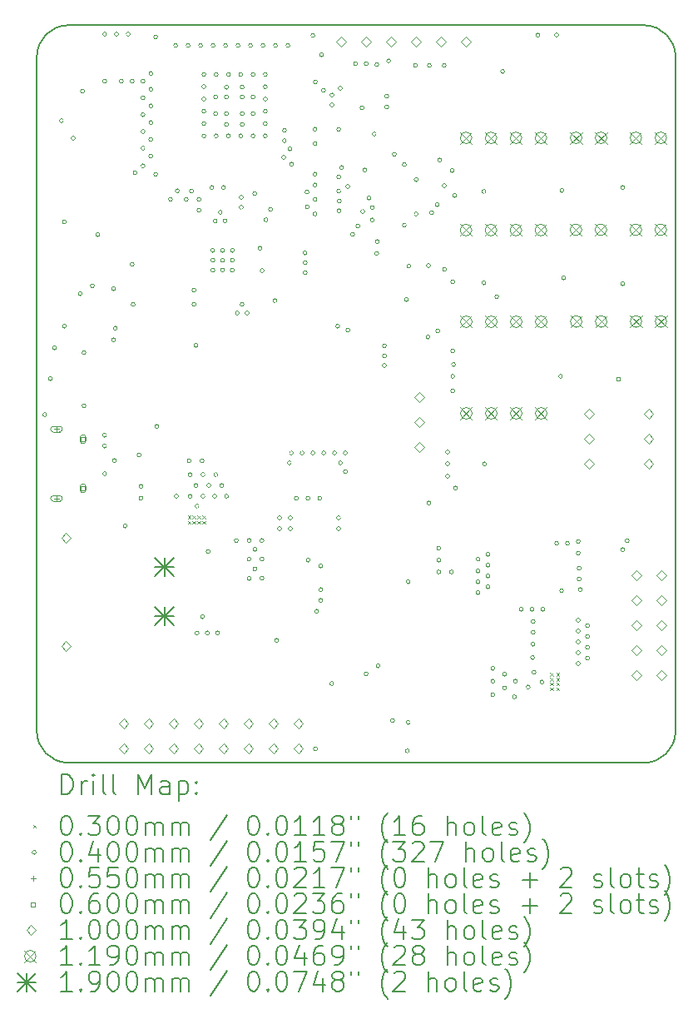
<source format=gbr>
%TF.GenerationSoftware,KiCad,Pcbnew,8.0.2*%
%TF.CreationDate,2024-07-11T10:10:47+02:00*%
%TF.ProjectId,HomeAssistant,486f6d65-4173-4736-9973-74616e742e6b,0.1*%
%TF.SameCoordinates,Original*%
%TF.FileFunction,Drillmap*%
%TF.FilePolarity,Positive*%
%FSLAX45Y45*%
G04 Gerber Fmt 4.5, Leading zero omitted, Abs format (unit mm)*
G04 Created by KiCad (PCBNEW 8.0.2) date 2024-07-11 10:10:47*
%MOMM*%
%LPD*%
G01*
G04 APERTURE LIST*
%ADD10C,0.150000*%
%ADD11C,0.200000*%
%ADD12C,0.100000*%
%ADD13C,0.119000*%
%ADD14C,0.190000*%
G04 APERTURE END LIST*
D10*
X6500000Y-5315000D02*
G75*
G02*
X6820000Y-4999961I320000J-5000D01*
G01*
X13000000Y-12185000D02*
G75*
G02*
X12680000Y-12500039I-320000J5000D01*
G01*
X6815000Y-12500000D02*
X12680000Y-12500039D01*
X12685000Y-5000000D02*
G75*
G02*
X13000039Y-5320000I-5000J-320000D01*
G01*
X6500000Y-5315000D02*
X6499961Y-12180000D01*
X6815000Y-12500000D02*
G75*
G02*
X6499961Y-12180000I5000J320000D01*
G01*
X13000000Y-12185000D02*
X13000039Y-5320000D01*
X12685000Y-5000000D02*
X6820000Y-4999961D01*
D11*
D12*
X8035000Y-9985000D02*
X8065000Y-10015000D01*
X8065000Y-9985000D02*
X8035000Y-10015000D01*
X8035000Y-10040000D02*
X8065000Y-10070000D01*
X8065000Y-10040000D02*
X8035000Y-10070000D01*
X8085000Y-9985000D02*
X8115000Y-10015000D01*
X8115000Y-9985000D02*
X8085000Y-10015000D01*
X8085000Y-10040000D02*
X8115000Y-10070000D01*
X8115000Y-10040000D02*
X8085000Y-10070000D01*
X8135000Y-9985000D02*
X8165000Y-10015000D01*
X8165000Y-9985000D02*
X8135000Y-10015000D01*
X8135000Y-10040000D02*
X8165000Y-10070000D01*
X8165000Y-10040000D02*
X8135000Y-10070000D01*
X8185000Y-9985000D02*
X8215000Y-10015000D01*
X8215000Y-9985000D02*
X8185000Y-10015000D01*
X8185000Y-10040000D02*
X8215000Y-10070000D01*
X8215000Y-10040000D02*
X8185000Y-10070000D01*
X11725000Y-11585000D02*
X11755000Y-11615000D01*
X11755000Y-11585000D02*
X11725000Y-11615000D01*
X11725000Y-11635000D02*
X11755000Y-11665000D01*
X11755000Y-11635000D02*
X11725000Y-11665000D01*
X11725000Y-11685000D02*
X11755000Y-11715000D01*
X11755000Y-11685000D02*
X11725000Y-11715000D01*
X11725000Y-11733800D02*
X11755000Y-11763800D01*
X11755000Y-11733800D02*
X11725000Y-11763800D01*
X11785000Y-11585000D02*
X11815000Y-11615000D01*
X11815000Y-11585000D02*
X11785000Y-11615000D01*
X11785000Y-11635000D02*
X11815000Y-11665000D01*
X11815000Y-11635000D02*
X11785000Y-11665000D01*
X11785000Y-11685000D02*
X11815000Y-11715000D01*
X11815000Y-11685000D02*
X11785000Y-11715000D01*
X11785000Y-11735000D02*
X11815000Y-11765000D01*
X11815000Y-11735000D02*
X11785000Y-11765000D01*
X6600000Y-8960000D02*
G75*
G02*
X6560000Y-8960000I-20000J0D01*
G01*
X6560000Y-8960000D02*
G75*
G02*
X6600000Y-8960000I20000J0D01*
G01*
X6656250Y-8593750D02*
G75*
G02*
X6616250Y-8593750I-20000J0D01*
G01*
X6616250Y-8593750D02*
G75*
G02*
X6656250Y-8593750I20000J0D01*
G01*
X6700000Y-8280000D02*
G75*
G02*
X6660000Y-8280000I-20000J0D01*
G01*
X6660000Y-8280000D02*
G75*
G02*
X6700000Y-8280000I20000J0D01*
G01*
X6770000Y-5970000D02*
G75*
G02*
X6730000Y-5970000I-20000J0D01*
G01*
X6730000Y-5970000D02*
G75*
G02*
X6770000Y-5970000I20000J0D01*
G01*
X6800000Y-7000000D02*
G75*
G02*
X6760000Y-7000000I-20000J0D01*
G01*
X6760000Y-7000000D02*
G75*
G02*
X6800000Y-7000000I20000J0D01*
G01*
X6800000Y-8060000D02*
G75*
G02*
X6760000Y-8060000I-20000J0D01*
G01*
X6760000Y-8060000D02*
G75*
G02*
X6800000Y-8060000I20000J0D01*
G01*
X6890000Y-6150000D02*
G75*
G02*
X6850000Y-6150000I-20000J0D01*
G01*
X6850000Y-6150000D02*
G75*
G02*
X6890000Y-6150000I20000J0D01*
G01*
X6960000Y-7730000D02*
G75*
G02*
X6920000Y-7730000I-20000J0D01*
G01*
X6920000Y-7730000D02*
G75*
G02*
X6960000Y-7730000I20000J0D01*
G01*
X6985000Y-5670000D02*
G75*
G02*
X6945000Y-5670000I-20000J0D01*
G01*
X6945000Y-5670000D02*
G75*
G02*
X6985000Y-5670000I20000J0D01*
G01*
X7000000Y-8330000D02*
G75*
G02*
X6960000Y-8330000I-20000J0D01*
G01*
X6960000Y-8330000D02*
G75*
G02*
X7000000Y-8330000I20000J0D01*
G01*
X7000000Y-8870000D02*
G75*
G02*
X6960000Y-8870000I-20000J0D01*
G01*
X6960000Y-8870000D02*
G75*
G02*
X7000000Y-8870000I20000J0D01*
G01*
X7085000Y-7650000D02*
G75*
G02*
X7045000Y-7650000I-20000J0D01*
G01*
X7045000Y-7650000D02*
G75*
G02*
X7085000Y-7650000I20000J0D01*
G01*
X7140000Y-7130000D02*
G75*
G02*
X7100000Y-7130000I-20000J0D01*
G01*
X7100000Y-7130000D02*
G75*
G02*
X7140000Y-7130000I20000J0D01*
G01*
X7210000Y-5090000D02*
G75*
G02*
X7170000Y-5090000I-20000J0D01*
G01*
X7170000Y-5090000D02*
G75*
G02*
X7210000Y-5090000I20000J0D01*
G01*
X7210000Y-5570000D02*
G75*
G02*
X7170000Y-5570000I-20000J0D01*
G01*
X7170000Y-5570000D02*
G75*
G02*
X7210000Y-5570000I20000J0D01*
G01*
X7210000Y-9170000D02*
G75*
G02*
X7170000Y-9170000I-20000J0D01*
G01*
X7170000Y-9170000D02*
G75*
G02*
X7210000Y-9170000I20000J0D01*
G01*
X7210000Y-9280000D02*
G75*
G02*
X7170000Y-9280000I-20000J0D01*
G01*
X7170000Y-9280000D02*
G75*
G02*
X7210000Y-9280000I20000J0D01*
G01*
X7210000Y-9560000D02*
G75*
G02*
X7170000Y-9560000I-20000J0D01*
G01*
X7170000Y-9560000D02*
G75*
G02*
X7210000Y-9560000I20000J0D01*
G01*
X7300000Y-7680000D02*
G75*
G02*
X7260000Y-7680000I-20000J0D01*
G01*
X7260000Y-7680000D02*
G75*
G02*
X7300000Y-7680000I20000J0D01*
G01*
X7300000Y-8200000D02*
G75*
G02*
X7260000Y-8200000I-20000J0D01*
G01*
X7260000Y-8200000D02*
G75*
G02*
X7300000Y-8200000I20000J0D01*
G01*
X7310000Y-9427500D02*
G75*
G02*
X7270000Y-9427500I-20000J0D01*
G01*
X7270000Y-9427500D02*
G75*
G02*
X7310000Y-9427500I20000J0D01*
G01*
X7320000Y-8080000D02*
G75*
G02*
X7280000Y-8080000I-20000J0D01*
G01*
X7280000Y-8080000D02*
G75*
G02*
X7320000Y-8080000I20000J0D01*
G01*
X7330000Y-5090000D02*
G75*
G02*
X7290000Y-5090000I-20000J0D01*
G01*
X7290000Y-5090000D02*
G75*
G02*
X7330000Y-5090000I20000J0D01*
G01*
X7380000Y-5570000D02*
G75*
G02*
X7340000Y-5570000I-20000J0D01*
G01*
X7340000Y-5570000D02*
G75*
G02*
X7380000Y-5570000I20000J0D01*
G01*
X7417199Y-10092880D02*
G75*
G02*
X7377199Y-10092880I-20000J0D01*
G01*
X7377199Y-10092880D02*
G75*
G02*
X7417199Y-10092880I20000J0D01*
G01*
X7450000Y-5090000D02*
G75*
G02*
X7410000Y-5090000I-20000J0D01*
G01*
X7410000Y-5090000D02*
G75*
G02*
X7450000Y-5090000I20000J0D01*
G01*
X7489623Y-5570000D02*
G75*
G02*
X7449623Y-5570000I-20000J0D01*
G01*
X7449623Y-5570000D02*
G75*
G02*
X7489623Y-5570000I20000J0D01*
G01*
X7490000Y-7430000D02*
G75*
G02*
X7450000Y-7430000I-20000J0D01*
G01*
X7450000Y-7430000D02*
G75*
G02*
X7490000Y-7430000I20000J0D01*
G01*
X7500000Y-7840000D02*
G75*
G02*
X7460000Y-7840000I-20000J0D01*
G01*
X7460000Y-7840000D02*
G75*
G02*
X7500000Y-7840000I20000J0D01*
G01*
X7520000Y-6500000D02*
G75*
G02*
X7480000Y-6500000I-20000J0D01*
G01*
X7480000Y-6500000D02*
G75*
G02*
X7520000Y-6500000I20000J0D01*
G01*
X7560000Y-9370000D02*
G75*
G02*
X7520000Y-9370000I-20000J0D01*
G01*
X7520000Y-9370000D02*
G75*
G02*
X7560000Y-9370000I20000J0D01*
G01*
X7580000Y-9690000D02*
G75*
G02*
X7540000Y-9690000I-20000J0D01*
G01*
X7540000Y-9690000D02*
G75*
G02*
X7580000Y-9690000I20000J0D01*
G01*
X7580000Y-9810000D02*
G75*
G02*
X7540000Y-9810000I-20000J0D01*
G01*
X7540000Y-9810000D02*
G75*
G02*
X7580000Y-9810000I20000J0D01*
G01*
X7600000Y-5570000D02*
G75*
G02*
X7560000Y-5570000I-20000J0D01*
G01*
X7560000Y-5570000D02*
G75*
G02*
X7600000Y-5570000I20000J0D01*
G01*
X7600000Y-5740000D02*
G75*
G02*
X7560000Y-5740000I-20000J0D01*
G01*
X7560000Y-5740000D02*
G75*
G02*
X7600000Y-5740000I20000J0D01*
G01*
X7600000Y-5910000D02*
G75*
G02*
X7560000Y-5910000I-20000J0D01*
G01*
X7560000Y-5910000D02*
G75*
G02*
X7600000Y-5910000I20000J0D01*
G01*
X7600000Y-6080000D02*
G75*
G02*
X7560000Y-6080000I-20000J0D01*
G01*
X7560000Y-6080000D02*
G75*
G02*
X7600000Y-6080000I20000J0D01*
G01*
X7600000Y-6250000D02*
G75*
G02*
X7560000Y-6250000I-20000J0D01*
G01*
X7560000Y-6250000D02*
G75*
G02*
X7600000Y-6250000I20000J0D01*
G01*
X7600000Y-6430000D02*
G75*
G02*
X7560000Y-6430000I-20000J0D01*
G01*
X7560000Y-6430000D02*
G75*
G02*
X7600000Y-6430000I20000J0D01*
G01*
X7680000Y-5490000D02*
G75*
G02*
X7640000Y-5490000I-20000J0D01*
G01*
X7640000Y-5490000D02*
G75*
G02*
X7680000Y-5490000I20000J0D01*
G01*
X7680000Y-5650000D02*
G75*
G02*
X7640000Y-5650000I-20000J0D01*
G01*
X7640000Y-5650000D02*
G75*
G02*
X7680000Y-5650000I20000J0D01*
G01*
X7680000Y-5820000D02*
G75*
G02*
X7640000Y-5820000I-20000J0D01*
G01*
X7640000Y-5820000D02*
G75*
G02*
X7680000Y-5820000I20000J0D01*
G01*
X7680000Y-5990000D02*
G75*
G02*
X7640000Y-5990000I-20000J0D01*
G01*
X7640000Y-5990000D02*
G75*
G02*
X7680000Y-5990000I20000J0D01*
G01*
X7680000Y-6160000D02*
G75*
G02*
X7640000Y-6160000I-20000J0D01*
G01*
X7640000Y-6160000D02*
G75*
G02*
X7680000Y-6160000I20000J0D01*
G01*
X7680000Y-6330000D02*
G75*
G02*
X7640000Y-6330000I-20000J0D01*
G01*
X7640000Y-6330000D02*
G75*
G02*
X7680000Y-6330000I20000J0D01*
G01*
X7728900Y-5118100D02*
G75*
G02*
X7688900Y-5118100I-20000J0D01*
G01*
X7688900Y-5118100D02*
G75*
G02*
X7728900Y-5118100I20000J0D01*
G01*
X7728900Y-6515100D02*
G75*
G02*
X7688900Y-6515100I-20000J0D01*
G01*
X7688900Y-6515100D02*
G75*
G02*
X7728900Y-6515100I20000J0D01*
G01*
X7740000Y-9080000D02*
G75*
G02*
X7700000Y-9080000I-20000J0D01*
G01*
X7700000Y-9080000D02*
G75*
G02*
X7740000Y-9080000I20000J0D01*
G01*
X7880000Y-6770000D02*
G75*
G02*
X7840000Y-6770000I-20000J0D01*
G01*
X7840000Y-6770000D02*
G75*
G02*
X7880000Y-6770000I20000J0D01*
G01*
X7932100Y-5207000D02*
G75*
G02*
X7892100Y-5207000I-20000J0D01*
G01*
X7892100Y-5207000D02*
G75*
G02*
X7932100Y-5207000I20000J0D01*
G01*
X7940000Y-9790000D02*
G75*
G02*
X7900000Y-9790000I-20000J0D01*
G01*
X7900000Y-9790000D02*
G75*
G02*
X7940000Y-9790000I20000J0D01*
G01*
X7949510Y-6683558D02*
G75*
G02*
X7909510Y-6683558I-20000J0D01*
G01*
X7909510Y-6683558D02*
G75*
G02*
X7949510Y-6683558I20000J0D01*
G01*
X8040000Y-6770000D02*
G75*
G02*
X8000000Y-6770000I-20000J0D01*
G01*
X8000000Y-6770000D02*
G75*
G02*
X8040000Y-6770000I20000J0D01*
G01*
X8059100Y-5207000D02*
G75*
G02*
X8019100Y-5207000I-20000J0D01*
G01*
X8019100Y-5207000D02*
G75*
G02*
X8059100Y-5207000I20000J0D01*
G01*
X8070000Y-9430000D02*
G75*
G02*
X8030000Y-9430000I-20000J0D01*
G01*
X8030000Y-9430000D02*
G75*
G02*
X8070000Y-9430000I20000J0D01*
G01*
X8080000Y-9570000D02*
G75*
G02*
X8040000Y-9570000I-20000J0D01*
G01*
X8040000Y-9570000D02*
G75*
G02*
X8080000Y-9570000I20000J0D01*
G01*
X8080000Y-9790000D02*
G75*
G02*
X8040000Y-9790000I-20000J0D01*
G01*
X8040000Y-9790000D02*
G75*
G02*
X8080000Y-9790000I20000J0D01*
G01*
X8094460Y-6684460D02*
G75*
G02*
X8054460Y-6684460I-20000J0D01*
G01*
X8054460Y-6684460D02*
G75*
G02*
X8094460Y-6684460I20000J0D01*
G01*
X8120000Y-7692550D02*
G75*
G02*
X8080000Y-7692550I-20000J0D01*
G01*
X8080000Y-7692550D02*
G75*
G02*
X8120000Y-7692550I20000J0D01*
G01*
X8120000Y-7837450D02*
G75*
G02*
X8080000Y-7837450I-20000J0D01*
G01*
X8080000Y-7837450D02*
G75*
G02*
X8120000Y-7837450I20000J0D01*
G01*
X8140000Y-8255000D02*
G75*
G02*
X8100000Y-8255000I-20000J0D01*
G01*
X8100000Y-8255000D02*
G75*
G02*
X8140000Y-8255000I20000J0D01*
G01*
X8140000Y-9680000D02*
G75*
G02*
X8100000Y-9680000I-20000J0D01*
G01*
X8100000Y-9680000D02*
G75*
G02*
X8140000Y-9680000I20000J0D01*
G01*
X8150000Y-9890000D02*
G75*
G02*
X8110000Y-9890000I-20000J0D01*
G01*
X8110000Y-9890000D02*
G75*
G02*
X8150000Y-9890000I20000J0D01*
G01*
X8150000Y-11180000D02*
G75*
G02*
X8110000Y-11180000I-20000J0D01*
G01*
X8110000Y-11180000D02*
G75*
G02*
X8150000Y-11180000I20000J0D01*
G01*
X8170000Y-6770000D02*
G75*
G02*
X8130000Y-6770000I-20000J0D01*
G01*
X8130000Y-6770000D02*
G75*
G02*
X8170000Y-6770000I20000J0D01*
G01*
X8170000Y-6880000D02*
G75*
G02*
X8130000Y-6880000I-20000J0D01*
G01*
X8130000Y-6880000D02*
G75*
G02*
X8170000Y-6880000I20000J0D01*
G01*
X8186100Y-5207000D02*
G75*
G02*
X8146100Y-5207000I-20000J0D01*
G01*
X8146100Y-5207000D02*
G75*
G02*
X8186100Y-5207000I20000J0D01*
G01*
X8200000Y-9430000D02*
G75*
G02*
X8160000Y-9430000I-20000J0D01*
G01*
X8160000Y-9430000D02*
G75*
G02*
X8200000Y-9430000I20000J0D01*
G01*
X8205000Y-11015000D02*
G75*
G02*
X8165000Y-11015000I-20000J0D01*
G01*
X8165000Y-11015000D02*
G75*
G02*
X8205000Y-11015000I20000J0D01*
G01*
X8210000Y-9570000D02*
G75*
G02*
X8170000Y-9570000I-20000J0D01*
G01*
X8170000Y-9570000D02*
G75*
G02*
X8210000Y-9570000I20000J0D01*
G01*
X8210000Y-9790000D02*
G75*
G02*
X8170000Y-9790000I-20000J0D01*
G01*
X8170000Y-9790000D02*
G75*
G02*
X8210000Y-9790000I20000J0D01*
G01*
X8220000Y-5500000D02*
G75*
G02*
X8180000Y-5500000I-20000J0D01*
G01*
X8180000Y-5500000D02*
G75*
G02*
X8220000Y-5500000I20000J0D01*
G01*
X8220000Y-5625000D02*
G75*
G02*
X8180000Y-5625000I-20000J0D01*
G01*
X8180000Y-5625000D02*
G75*
G02*
X8220000Y-5625000I20000J0D01*
G01*
X8220000Y-5750000D02*
G75*
G02*
X8180000Y-5750000I-20000J0D01*
G01*
X8180000Y-5750000D02*
G75*
G02*
X8220000Y-5750000I20000J0D01*
G01*
X8220000Y-5875000D02*
G75*
G02*
X8180000Y-5875000I-20000J0D01*
G01*
X8180000Y-5875000D02*
G75*
G02*
X8220000Y-5875000I20000J0D01*
G01*
X8220000Y-6000000D02*
G75*
G02*
X8180000Y-6000000I-20000J0D01*
G01*
X8180000Y-6000000D02*
G75*
G02*
X8220000Y-6000000I20000J0D01*
G01*
X8220000Y-6125000D02*
G75*
G02*
X8180000Y-6125000I-20000J0D01*
G01*
X8180000Y-6125000D02*
G75*
G02*
X8220000Y-6125000I20000J0D01*
G01*
X8255000Y-11180000D02*
G75*
G02*
X8215000Y-11180000I-20000J0D01*
G01*
X8215000Y-11180000D02*
G75*
G02*
X8255000Y-11180000I20000J0D01*
G01*
X8262553Y-10352482D02*
G75*
G02*
X8222553Y-10352482I-20000J0D01*
G01*
X8222553Y-10352482D02*
G75*
G02*
X8262553Y-10352482I20000J0D01*
G01*
X8270000Y-9680000D02*
G75*
G02*
X8230000Y-9680000I-20000J0D01*
G01*
X8230000Y-9680000D02*
G75*
G02*
X8270000Y-9680000I20000J0D01*
G01*
X8301175Y-6650220D02*
G75*
G02*
X8261175Y-6650220I-20000J0D01*
G01*
X8261175Y-6650220D02*
G75*
G02*
X8301175Y-6650220I20000J0D01*
G01*
X8310000Y-7290000D02*
G75*
G02*
X8270000Y-7290000I-20000J0D01*
G01*
X8270000Y-7290000D02*
G75*
G02*
X8310000Y-7290000I20000J0D01*
G01*
X8310000Y-7390000D02*
G75*
G02*
X8270000Y-7390000I-20000J0D01*
G01*
X8270000Y-7390000D02*
G75*
G02*
X8310000Y-7390000I20000J0D01*
G01*
X8310000Y-7490000D02*
G75*
G02*
X8270000Y-7490000I-20000J0D01*
G01*
X8270000Y-7490000D02*
G75*
G02*
X8310000Y-7490000I20000J0D01*
G01*
X8313100Y-5207000D02*
G75*
G02*
X8273100Y-5207000I-20000J0D01*
G01*
X8273100Y-5207000D02*
G75*
G02*
X8313100Y-5207000I20000J0D01*
G01*
X8330000Y-9790000D02*
G75*
G02*
X8290000Y-9790000I-20000J0D01*
G01*
X8290000Y-9790000D02*
G75*
G02*
X8330000Y-9790000I20000J0D01*
G01*
X8334840Y-6990000D02*
G75*
G02*
X8294840Y-6990000I-20000J0D01*
G01*
X8294840Y-6990000D02*
G75*
G02*
X8334840Y-6990000I20000J0D01*
G01*
X8340000Y-5730000D02*
G75*
G02*
X8300000Y-5730000I-20000J0D01*
G01*
X8300000Y-5730000D02*
G75*
G02*
X8340000Y-5730000I20000J0D01*
G01*
X8340000Y-5900000D02*
G75*
G02*
X8300000Y-5900000I-20000J0D01*
G01*
X8300000Y-5900000D02*
G75*
G02*
X8340000Y-5900000I20000J0D01*
G01*
X8340000Y-9570000D02*
G75*
G02*
X8300000Y-9570000I-20000J0D01*
G01*
X8300000Y-9570000D02*
G75*
G02*
X8340000Y-9570000I20000J0D01*
G01*
X8345000Y-5500000D02*
G75*
G02*
X8305000Y-5500000I-20000J0D01*
G01*
X8305000Y-5500000D02*
G75*
G02*
X8345000Y-5500000I20000J0D01*
G01*
X8345000Y-6125000D02*
G75*
G02*
X8305000Y-6125000I-20000J0D01*
G01*
X8305000Y-6125000D02*
G75*
G02*
X8345000Y-6125000I20000J0D01*
G01*
X8360000Y-11180000D02*
G75*
G02*
X8320000Y-11180000I-20000J0D01*
G01*
X8320000Y-11180000D02*
G75*
G02*
X8360000Y-11180000I20000J0D01*
G01*
X8387039Y-6902396D02*
G75*
G02*
X8347039Y-6902396I-20000J0D01*
G01*
X8347039Y-6902396D02*
G75*
G02*
X8387039Y-6902396I20000J0D01*
G01*
X8400000Y-9680000D02*
G75*
G02*
X8360000Y-9680000I-20000J0D01*
G01*
X8360000Y-9680000D02*
G75*
G02*
X8400000Y-9680000I20000J0D01*
G01*
X8410000Y-7290000D02*
G75*
G02*
X8370000Y-7290000I-20000J0D01*
G01*
X8370000Y-7290000D02*
G75*
G02*
X8410000Y-7290000I20000J0D01*
G01*
X8410000Y-7390000D02*
G75*
G02*
X8370000Y-7390000I-20000J0D01*
G01*
X8370000Y-7390000D02*
G75*
G02*
X8410000Y-7390000I20000J0D01*
G01*
X8410000Y-7490000D02*
G75*
G02*
X8370000Y-7490000I-20000J0D01*
G01*
X8370000Y-7490000D02*
G75*
G02*
X8410000Y-7490000I20000J0D01*
G01*
X8420000Y-6650000D02*
G75*
G02*
X8380000Y-6650000I-20000J0D01*
G01*
X8380000Y-6650000D02*
G75*
G02*
X8420000Y-6650000I20000J0D01*
G01*
X8435160Y-6990000D02*
G75*
G02*
X8395160Y-6990000I-20000J0D01*
G01*
X8395160Y-6990000D02*
G75*
G02*
X8435160Y-6990000I20000J0D01*
G01*
X8440100Y-5207000D02*
G75*
G02*
X8400100Y-5207000I-20000J0D01*
G01*
X8400100Y-5207000D02*
G75*
G02*
X8440100Y-5207000I20000J0D01*
G01*
X8450000Y-5630000D02*
G75*
G02*
X8410000Y-5630000I-20000J0D01*
G01*
X8410000Y-5630000D02*
G75*
G02*
X8450000Y-5630000I20000J0D01*
G01*
X8450000Y-5730000D02*
G75*
G02*
X8410000Y-5730000I-20000J0D01*
G01*
X8410000Y-5730000D02*
G75*
G02*
X8450000Y-5730000I20000J0D01*
G01*
X8450000Y-5900000D02*
G75*
G02*
X8410000Y-5900000I-20000J0D01*
G01*
X8410000Y-5900000D02*
G75*
G02*
X8450000Y-5900000I20000J0D01*
G01*
X8450000Y-6010000D02*
G75*
G02*
X8410000Y-6010000I-20000J0D01*
G01*
X8410000Y-6010000D02*
G75*
G02*
X8450000Y-6010000I20000J0D01*
G01*
X8450000Y-9790000D02*
G75*
G02*
X8410000Y-9790000I-20000J0D01*
G01*
X8410000Y-9790000D02*
G75*
G02*
X8450000Y-9790000I20000J0D01*
G01*
X8470000Y-5500000D02*
G75*
G02*
X8430000Y-5500000I-20000J0D01*
G01*
X8430000Y-5500000D02*
G75*
G02*
X8470000Y-5500000I20000J0D01*
G01*
X8470000Y-6125000D02*
G75*
G02*
X8430000Y-6125000I-20000J0D01*
G01*
X8430000Y-6125000D02*
G75*
G02*
X8470000Y-6125000I20000J0D01*
G01*
X8510000Y-7290000D02*
G75*
G02*
X8470000Y-7290000I-20000J0D01*
G01*
X8470000Y-7290000D02*
G75*
G02*
X8510000Y-7290000I20000J0D01*
G01*
X8510000Y-7390000D02*
G75*
G02*
X8470000Y-7390000I-20000J0D01*
G01*
X8470000Y-7390000D02*
G75*
G02*
X8510000Y-7390000I20000J0D01*
G01*
X8510000Y-7490000D02*
G75*
G02*
X8470000Y-7490000I-20000J0D01*
G01*
X8470000Y-7490000D02*
G75*
G02*
X8510000Y-7490000I20000J0D01*
G01*
X8550000Y-10240000D02*
G75*
G02*
X8510000Y-10240000I-20000J0D01*
G01*
X8510000Y-10240000D02*
G75*
G02*
X8550000Y-10240000I20000J0D01*
G01*
X8559840Y-7927298D02*
G75*
G02*
X8519840Y-7927298I-20000J0D01*
G01*
X8519840Y-7927298D02*
G75*
G02*
X8559840Y-7927298I20000J0D01*
G01*
X8567100Y-5207000D02*
G75*
G02*
X8527100Y-5207000I-20000J0D01*
G01*
X8527100Y-5207000D02*
G75*
G02*
X8567100Y-5207000I20000J0D01*
G01*
X8595000Y-5500000D02*
G75*
G02*
X8555000Y-5500000I-20000J0D01*
G01*
X8555000Y-5500000D02*
G75*
G02*
X8595000Y-5500000I20000J0D01*
G01*
X8595000Y-6125000D02*
G75*
G02*
X8555000Y-6125000I-20000J0D01*
G01*
X8555000Y-6125000D02*
G75*
G02*
X8595000Y-6125000I20000J0D01*
G01*
X8600000Y-6750000D02*
G75*
G02*
X8560000Y-6750000I-20000J0D01*
G01*
X8560000Y-6750000D02*
G75*
G02*
X8600000Y-6750000I20000J0D01*
G01*
X8600000Y-6850000D02*
G75*
G02*
X8560000Y-6850000I-20000J0D01*
G01*
X8560000Y-6850000D02*
G75*
G02*
X8600000Y-6850000I20000J0D01*
G01*
X8607846Y-7839631D02*
G75*
G02*
X8567846Y-7839631I-20000J0D01*
G01*
X8567846Y-7839631D02*
G75*
G02*
X8607846Y-7839631I20000J0D01*
G01*
X8610000Y-5630000D02*
G75*
G02*
X8570000Y-5630000I-20000J0D01*
G01*
X8570000Y-5630000D02*
G75*
G02*
X8610000Y-5630000I20000J0D01*
G01*
X8610000Y-5730000D02*
G75*
G02*
X8570000Y-5730000I-20000J0D01*
G01*
X8570000Y-5730000D02*
G75*
G02*
X8610000Y-5730000I20000J0D01*
G01*
X8610000Y-5900000D02*
G75*
G02*
X8570000Y-5900000I-20000J0D01*
G01*
X8570000Y-5900000D02*
G75*
G02*
X8610000Y-5900000I20000J0D01*
G01*
X8610000Y-6010000D02*
G75*
G02*
X8570000Y-6010000I-20000J0D01*
G01*
X8570000Y-6010000D02*
G75*
G02*
X8610000Y-6010000I20000J0D01*
G01*
X8660160Y-7927298D02*
G75*
G02*
X8620160Y-7927298I-20000J0D01*
G01*
X8620160Y-7927298D02*
G75*
G02*
X8660160Y-7927298I20000J0D01*
G01*
X8680000Y-10240000D02*
G75*
G02*
X8640000Y-10240000I-20000J0D01*
G01*
X8640000Y-10240000D02*
G75*
G02*
X8680000Y-10240000I20000J0D01*
G01*
X8680000Y-10430000D02*
G75*
G02*
X8640000Y-10430000I-20000J0D01*
G01*
X8640000Y-10430000D02*
G75*
G02*
X8680000Y-10430000I20000J0D01*
G01*
X8680000Y-10625000D02*
G75*
G02*
X8640000Y-10625000I-20000J0D01*
G01*
X8640000Y-10625000D02*
G75*
G02*
X8680000Y-10625000I20000J0D01*
G01*
X8694100Y-5207000D02*
G75*
G02*
X8654100Y-5207000I-20000J0D01*
G01*
X8654100Y-5207000D02*
G75*
G02*
X8694100Y-5207000I20000J0D01*
G01*
X8720000Y-5500000D02*
G75*
G02*
X8680000Y-5500000I-20000J0D01*
G01*
X8680000Y-5500000D02*
G75*
G02*
X8720000Y-5500000I20000J0D01*
G01*
X8720000Y-5730000D02*
G75*
G02*
X8680000Y-5730000I-20000J0D01*
G01*
X8680000Y-5730000D02*
G75*
G02*
X8720000Y-5730000I20000J0D01*
G01*
X8720000Y-5900000D02*
G75*
G02*
X8680000Y-5900000I-20000J0D01*
G01*
X8680000Y-5900000D02*
G75*
G02*
X8720000Y-5900000I20000J0D01*
G01*
X8720000Y-6125000D02*
G75*
G02*
X8680000Y-6125000I-20000J0D01*
G01*
X8680000Y-6125000D02*
G75*
G02*
X8720000Y-6125000I20000J0D01*
G01*
X8737521Y-6712479D02*
G75*
G02*
X8697521Y-6712479I-20000J0D01*
G01*
X8697521Y-6712479D02*
G75*
G02*
X8737521Y-6712479I20000J0D01*
G01*
X8740000Y-10330000D02*
G75*
G02*
X8700000Y-10330000I-20000J0D01*
G01*
X8700000Y-10330000D02*
G75*
G02*
X8740000Y-10330000I20000J0D01*
G01*
X8740000Y-10530000D02*
G75*
G02*
X8700000Y-10530000I-20000J0D01*
G01*
X8700000Y-10530000D02*
G75*
G02*
X8740000Y-10530000I20000J0D01*
G01*
X8790000Y-7267550D02*
G75*
G02*
X8750000Y-7267550I-20000J0D01*
G01*
X8750000Y-7267550D02*
G75*
G02*
X8790000Y-7267550I20000J0D01*
G01*
X8810000Y-10240000D02*
G75*
G02*
X8770000Y-10240000I-20000J0D01*
G01*
X8770000Y-10240000D02*
G75*
G02*
X8810000Y-10240000I20000J0D01*
G01*
X8810000Y-10430000D02*
G75*
G02*
X8770000Y-10430000I-20000J0D01*
G01*
X8770000Y-10430000D02*
G75*
G02*
X8810000Y-10430000I20000J0D01*
G01*
X8810000Y-10625000D02*
G75*
G02*
X8770000Y-10625000I-20000J0D01*
G01*
X8770000Y-10625000D02*
G75*
G02*
X8810000Y-10625000I20000J0D01*
G01*
X8813351Y-7495050D02*
G75*
G02*
X8773351Y-7495050I-20000J0D01*
G01*
X8773351Y-7495050D02*
G75*
G02*
X8813351Y-7495050I20000J0D01*
G01*
X8821100Y-5207000D02*
G75*
G02*
X8781100Y-5207000I-20000J0D01*
G01*
X8781100Y-5207000D02*
G75*
G02*
X8821100Y-5207000I20000J0D01*
G01*
X8845000Y-5500000D02*
G75*
G02*
X8805000Y-5500000I-20000J0D01*
G01*
X8805000Y-5500000D02*
G75*
G02*
X8845000Y-5500000I20000J0D01*
G01*
X8845000Y-5625000D02*
G75*
G02*
X8805000Y-5625000I-20000J0D01*
G01*
X8805000Y-5625000D02*
G75*
G02*
X8845000Y-5625000I20000J0D01*
G01*
X8845000Y-5750000D02*
G75*
G02*
X8805000Y-5750000I-20000J0D01*
G01*
X8805000Y-5750000D02*
G75*
G02*
X8845000Y-5750000I20000J0D01*
G01*
X8845000Y-5875000D02*
G75*
G02*
X8805000Y-5875000I-20000J0D01*
G01*
X8805000Y-5875000D02*
G75*
G02*
X8845000Y-5875000I20000J0D01*
G01*
X8845000Y-6000000D02*
G75*
G02*
X8805000Y-6000000I-20000J0D01*
G01*
X8805000Y-6000000D02*
G75*
G02*
X8845000Y-6000000I20000J0D01*
G01*
X8845000Y-6125000D02*
G75*
G02*
X8805000Y-6125000I-20000J0D01*
G01*
X8805000Y-6125000D02*
G75*
G02*
X8845000Y-6125000I20000J0D01*
G01*
X8851670Y-6978330D02*
G75*
G02*
X8811670Y-6978330I-20000J0D01*
G01*
X8811670Y-6978330D02*
G75*
G02*
X8851670Y-6978330I20000J0D01*
G01*
X8898046Y-6873004D02*
G75*
G02*
X8858046Y-6873004I-20000J0D01*
G01*
X8858046Y-6873004D02*
G75*
G02*
X8898046Y-6873004I20000J0D01*
G01*
X8942550Y-7799965D02*
G75*
G02*
X8902550Y-7799965I-20000J0D01*
G01*
X8902550Y-7799965D02*
G75*
G02*
X8942550Y-7799965I20000J0D01*
G01*
X8948100Y-5207000D02*
G75*
G02*
X8908100Y-5207000I-20000J0D01*
G01*
X8908100Y-5207000D02*
G75*
G02*
X8948100Y-5207000I20000J0D01*
G01*
X8961000Y-11255000D02*
G75*
G02*
X8921000Y-11255000I-20000J0D01*
G01*
X8921000Y-11255000D02*
G75*
G02*
X8961000Y-11255000I20000J0D01*
G01*
X8990000Y-10010000D02*
G75*
G02*
X8950000Y-10010000I-20000J0D01*
G01*
X8950000Y-10010000D02*
G75*
G02*
X8990000Y-10010000I20000J0D01*
G01*
X8990000Y-10120000D02*
G75*
G02*
X8950000Y-10120000I-20000J0D01*
G01*
X8950000Y-10120000D02*
G75*
G02*
X8990000Y-10120000I20000J0D01*
G01*
X9032734Y-6342266D02*
G75*
G02*
X8992734Y-6342266I-20000J0D01*
G01*
X8992734Y-6342266D02*
G75*
G02*
X9032734Y-6342266I20000J0D01*
G01*
X9038730Y-6173730D02*
G75*
G02*
X8998730Y-6173730I-20000J0D01*
G01*
X8998730Y-6173730D02*
G75*
G02*
X9038730Y-6173730I20000J0D01*
G01*
X9040000Y-6070000D02*
G75*
G02*
X9000000Y-6070000I-20000J0D01*
G01*
X9000000Y-6070000D02*
G75*
G02*
X9040000Y-6070000I20000J0D01*
G01*
X9075100Y-5207000D02*
G75*
G02*
X9035100Y-5207000I-20000J0D01*
G01*
X9035100Y-5207000D02*
G75*
G02*
X9075100Y-5207000I20000J0D01*
G01*
X9090000Y-9450000D02*
G75*
G02*
X9050000Y-9450000I-20000J0D01*
G01*
X9050000Y-9450000D02*
G75*
G02*
X9090000Y-9450000I20000J0D01*
G01*
X9095627Y-6255905D02*
G75*
G02*
X9055627Y-6255905I-20000J0D01*
G01*
X9055627Y-6255905D02*
G75*
G02*
X9095627Y-6255905I20000J0D01*
G01*
X9100000Y-10010000D02*
G75*
G02*
X9060000Y-10010000I-20000J0D01*
G01*
X9060000Y-10010000D02*
G75*
G02*
X9100000Y-10010000I20000J0D01*
G01*
X9100000Y-10120000D02*
G75*
G02*
X9060000Y-10120000I-20000J0D01*
G01*
X9060000Y-10120000D02*
G75*
G02*
X9100000Y-10120000I20000J0D01*
G01*
X9110000Y-9350000D02*
G75*
G02*
X9070000Y-9350000I-20000J0D01*
G01*
X9070000Y-9350000D02*
G75*
G02*
X9110000Y-9350000I20000J0D01*
G01*
X9113200Y-6413500D02*
G75*
G02*
X9073200Y-6413500I-20000J0D01*
G01*
X9073200Y-6413500D02*
G75*
G02*
X9113200Y-6413500I20000J0D01*
G01*
X9160000Y-9810000D02*
G75*
G02*
X9120000Y-9810000I-20000J0D01*
G01*
X9120000Y-9810000D02*
G75*
G02*
X9160000Y-9810000I20000J0D01*
G01*
X9220000Y-9350000D02*
G75*
G02*
X9180000Y-9350000I-20000J0D01*
G01*
X9180000Y-9350000D02*
G75*
G02*
X9220000Y-9350000I20000J0D01*
G01*
X9249984Y-7415106D02*
G75*
G02*
X9209984Y-7415106I-20000J0D01*
G01*
X9209984Y-7415106D02*
G75*
G02*
X9249984Y-7415106I20000J0D01*
G01*
X9250000Y-7517550D02*
G75*
G02*
X9210000Y-7517550I-20000J0D01*
G01*
X9210000Y-7517550D02*
G75*
G02*
X9250000Y-7517550I20000J0D01*
G01*
X9250001Y-7315156D02*
G75*
G02*
X9210001Y-7315156I-20000J0D01*
G01*
X9210001Y-7315156D02*
G75*
G02*
X9250001Y-7315156I20000J0D01*
G01*
X9269591Y-6697220D02*
G75*
G02*
X9229591Y-6697220I-20000J0D01*
G01*
X9229591Y-6697220D02*
G75*
G02*
X9269591Y-6697220I20000J0D01*
G01*
X9272729Y-6846591D02*
G75*
G02*
X9232729Y-6846591I-20000J0D01*
G01*
X9232729Y-6846591D02*
G75*
G02*
X9272729Y-6846591I20000J0D01*
G01*
X9280000Y-9810000D02*
G75*
G02*
X9240000Y-9810000I-20000J0D01*
G01*
X9240000Y-9810000D02*
G75*
G02*
X9280000Y-9810000I20000J0D01*
G01*
X9280000Y-10440000D02*
G75*
G02*
X9240000Y-10440000I-20000J0D01*
G01*
X9240000Y-10440000D02*
G75*
G02*
X9280000Y-10440000I20000J0D01*
G01*
X9329100Y-5105400D02*
G75*
G02*
X9289100Y-5105400I-20000J0D01*
G01*
X9289100Y-5105400D02*
G75*
G02*
X9329100Y-5105400I20000J0D01*
G01*
X9330000Y-9350000D02*
G75*
G02*
X9290000Y-9350000I-20000J0D01*
G01*
X9290000Y-9350000D02*
G75*
G02*
X9330000Y-9350000I20000J0D01*
G01*
X9351350Y-6057550D02*
G75*
G02*
X9311350Y-6057550I-20000J0D01*
G01*
X9311350Y-6057550D02*
G75*
G02*
X9351350Y-6057550I20000J0D01*
G01*
X9351350Y-6202450D02*
G75*
G02*
X9311350Y-6202450I-20000J0D01*
G01*
X9311350Y-6202450D02*
G75*
G02*
X9351350Y-6202450I20000J0D01*
G01*
X9351350Y-6515100D02*
G75*
G02*
X9311350Y-6515100I-20000J0D01*
G01*
X9311350Y-6515100D02*
G75*
G02*
X9351350Y-6515100I20000J0D01*
G01*
X9351350Y-6624770D02*
G75*
G02*
X9311350Y-6624770I-20000J0D01*
G01*
X9311350Y-6624770D02*
G75*
G02*
X9351350Y-6624770I20000J0D01*
G01*
X9351350Y-6769670D02*
G75*
G02*
X9311350Y-6769670I-20000J0D01*
G01*
X9311350Y-6769670D02*
G75*
G02*
X9351350Y-6769670I20000J0D01*
G01*
X9351350Y-6919041D02*
G75*
G02*
X9311350Y-6919041I-20000J0D01*
G01*
X9311350Y-6919041D02*
G75*
G02*
X9351350Y-6919041I20000J0D01*
G01*
X9354500Y-5575300D02*
G75*
G02*
X9314500Y-5575300I-20000J0D01*
G01*
X9314500Y-5575300D02*
G75*
G02*
X9354500Y-5575300I20000J0D01*
G01*
X9355000Y-12360000D02*
G75*
G02*
X9315000Y-12360000I-20000J0D01*
G01*
X9315000Y-12360000D02*
G75*
G02*
X9355000Y-12360000I20000J0D01*
G01*
X9368532Y-10958532D02*
G75*
G02*
X9328532Y-10958532I-20000J0D01*
G01*
X9328532Y-10958532D02*
G75*
G02*
X9368532Y-10958532I20000J0D01*
G01*
X9400000Y-9810000D02*
G75*
G02*
X9360000Y-9810000I-20000J0D01*
G01*
X9360000Y-9810000D02*
G75*
G02*
X9400000Y-9810000I20000J0D01*
G01*
X9410000Y-10500000D02*
G75*
G02*
X9370000Y-10500000I-20000J0D01*
G01*
X9370000Y-10500000D02*
G75*
G02*
X9410000Y-10500000I20000J0D01*
G01*
X9410000Y-10740000D02*
G75*
G02*
X9370000Y-10740000I-20000J0D01*
G01*
X9370000Y-10740000D02*
G75*
G02*
X9410000Y-10740000I20000J0D01*
G01*
X9410000Y-10850000D02*
G75*
G02*
X9370000Y-10850000I-20000J0D01*
G01*
X9370000Y-10850000D02*
G75*
G02*
X9410000Y-10850000I20000J0D01*
G01*
X9418000Y-5300000D02*
G75*
G02*
X9378000Y-5300000I-20000J0D01*
G01*
X9378000Y-5300000D02*
G75*
G02*
X9418000Y-5300000I20000J0D01*
G01*
X9436429Y-5661190D02*
G75*
G02*
X9396429Y-5661190I-20000J0D01*
G01*
X9396429Y-5661190D02*
G75*
G02*
X9436429Y-5661190I20000J0D01*
G01*
X9440000Y-9350000D02*
G75*
G02*
X9400000Y-9350000I-20000J0D01*
G01*
X9400000Y-9350000D02*
G75*
G02*
X9440000Y-9350000I20000J0D01*
G01*
X9521000Y-11695000D02*
G75*
G02*
X9481000Y-11695000I-20000J0D01*
G01*
X9481000Y-11695000D02*
G75*
G02*
X9521000Y-11695000I20000J0D01*
G01*
X9522450Y-5809784D02*
G75*
G02*
X9482450Y-5809784I-20000J0D01*
G01*
X9482450Y-5809784D02*
G75*
G02*
X9522450Y-5809784I20000J0D01*
G01*
X9523738Y-5709842D02*
G75*
G02*
X9483738Y-5709842I-20000J0D01*
G01*
X9483738Y-5709842D02*
G75*
G02*
X9523738Y-5709842I20000J0D01*
G01*
X9550000Y-9350000D02*
G75*
G02*
X9510000Y-9350000I-20000J0D01*
G01*
X9510000Y-9350000D02*
G75*
G02*
X9550000Y-9350000I20000J0D01*
G01*
X9581106Y-8060844D02*
G75*
G02*
X9541106Y-8060844I-20000J0D01*
G01*
X9541106Y-8060844D02*
G75*
G02*
X9581106Y-8060844I20000J0D01*
G01*
X9590000Y-10010000D02*
G75*
G02*
X9550000Y-10010000I-20000J0D01*
G01*
X9550000Y-10010000D02*
G75*
G02*
X9590000Y-10010000I20000J0D01*
G01*
X9590000Y-10120000D02*
G75*
G02*
X9550000Y-10120000I-20000J0D01*
G01*
X9550000Y-10120000D02*
G75*
G02*
X9590000Y-10120000I20000J0D01*
G01*
X9592050Y-6057550D02*
G75*
G02*
X9552050Y-6057550I-20000J0D01*
G01*
X9552050Y-6057550D02*
G75*
G02*
X9592050Y-6057550I20000J0D01*
G01*
X9592050Y-6542517D02*
G75*
G02*
X9552050Y-6542517I-20000J0D01*
G01*
X9552050Y-6542517D02*
G75*
G02*
X9592050Y-6542517I20000J0D01*
G01*
X9592050Y-6687467D02*
G75*
G02*
X9552050Y-6687467I-20000J0D01*
G01*
X9552050Y-6687467D02*
G75*
G02*
X9592050Y-6687467I20000J0D01*
G01*
X9595539Y-6887120D02*
G75*
G02*
X9555539Y-6887120I-20000J0D01*
G01*
X9555539Y-6887120D02*
G75*
G02*
X9595539Y-6887120I20000J0D01*
G01*
X9598450Y-6787212D02*
G75*
G02*
X9558450Y-6787212I-20000J0D01*
G01*
X9558450Y-6787212D02*
G75*
G02*
X9598450Y-6787212I20000J0D01*
G01*
X9608059Y-5639241D02*
G75*
G02*
X9568059Y-5639241I-20000J0D01*
G01*
X9568059Y-5639241D02*
G75*
G02*
X9608059Y-5639241I20000J0D01*
G01*
X9610000Y-9450000D02*
G75*
G02*
X9570000Y-9450000I-20000J0D01*
G01*
X9570000Y-9450000D02*
G75*
G02*
X9610000Y-9450000I20000J0D01*
G01*
X9622235Y-6447233D02*
G75*
G02*
X9582235Y-6447233I-20000J0D01*
G01*
X9582235Y-6447233D02*
G75*
G02*
X9622235Y-6447233I20000J0D01*
G01*
X9660000Y-9350000D02*
G75*
G02*
X9620000Y-9350000I-20000J0D01*
G01*
X9620000Y-9350000D02*
G75*
G02*
X9660000Y-9350000I20000J0D01*
G01*
X9660000Y-9540000D02*
G75*
G02*
X9620000Y-9540000I-20000J0D01*
G01*
X9620000Y-9540000D02*
G75*
G02*
X9660000Y-9540000I20000J0D01*
G01*
X9683665Y-6641065D02*
G75*
G02*
X9643665Y-6641065I-20000J0D01*
G01*
X9643665Y-6641065D02*
G75*
G02*
X9683665Y-6641065I20000J0D01*
G01*
X9685725Y-8101825D02*
G75*
G02*
X9645725Y-8101825I-20000J0D01*
G01*
X9645725Y-8101825D02*
G75*
G02*
X9685725Y-8101825I20000J0D01*
G01*
X9733509Y-7126491D02*
G75*
G02*
X9693509Y-7126491I-20000J0D01*
G01*
X9693509Y-7126491D02*
G75*
G02*
X9733509Y-7126491I20000J0D01*
G01*
X9763525Y-5390050D02*
G75*
G02*
X9723525Y-5390050I-20000J0D01*
G01*
X9723525Y-5390050D02*
G75*
G02*
X9763525Y-5390050I20000J0D01*
G01*
X9787550Y-7042410D02*
G75*
G02*
X9747550Y-7042410I-20000J0D01*
G01*
X9747550Y-7042410D02*
G75*
G02*
X9787550Y-7042410I20000J0D01*
G01*
X9829778Y-5838167D02*
G75*
G02*
X9789778Y-5838167I-20000J0D01*
G01*
X9789778Y-5838167D02*
G75*
G02*
X9829778Y-5838167I20000J0D01*
G01*
X9837000Y-6895101D02*
G75*
G02*
X9797000Y-6895101I-20000J0D01*
G01*
X9797000Y-6895101D02*
G75*
G02*
X9837000Y-6895101I20000J0D01*
G01*
X9857185Y-6471349D02*
G75*
G02*
X9817185Y-6471349I-20000J0D01*
G01*
X9817185Y-6471349D02*
G75*
G02*
X9857185Y-6471349I20000J0D01*
G01*
X9871000Y-11595000D02*
G75*
G02*
X9831000Y-11595000I-20000J0D01*
G01*
X9831000Y-11595000D02*
G75*
G02*
X9871000Y-11595000I20000J0D01*
G01*
X9871475Y-5390050D02*
G75*
G02*
X9831475Y-5390050I-20000J0D01*
G01*
X9831475Y-5390050D02*
G75*
G02*
X9871475Y-5390050I20000J0D01*
G01*
X9900956Y-6755973D02*
G75*
G02*
X9860956Y-6755973I-20000J0D01*
G01*
X9860956Y-6755973D02*
G75*
G02*
X9900956Y-6755973I20000J0D01*
G01*
X9932500Y-6980000D02*
G75*
G02*
X9892500Y-6980000I-20000J0D01*
G01*
X9892500Y-6980000D02*
G75*
G02*
X9932500Y-6980000I20000J0D01*
G01*
X9933900Y-6855000D02*
G75*
G02*
X9893900Y-6855000I-20000J0D01*
G01*
X9893900Y-6855000D02*
G75*
G02*
X9933900Y-6855000I20000J0D01*
G01*
X9953678Y-6106322D02*
G75*
G02*
X9913678Y-6106322I-20000J0D01*
G01*
X9913678Y-6106322D02*
G75*
G02*
X9953678Y-6106322I20000J0D01*
G01*
X9978850Y-7319247D02*
G75*
G02*
X9938850Y-7319247I-20000J0D01*
G01*
X9938850Y-7319247D02*
G75*
G02*
X9978850Y-7319247I20000J0D01*
G01*
X9980000Y-5400000D02*
G75*
G02*
X9940000Y-5400000I-20000J0D01*
G01*
X9940000Y-5400000D02*
G75*
G02*
X9980000Y-5400000I20000J0D01*
G01*
X9984975Y-7201125D02*
G75*
G02*
X9944975Y-7201125I-20000J0D01*
G01*
X9944975Y-7201125D02*
G75*
G02*
X9984975Y-7201125I20000J0D01*
G01*
X9991000Y-11515000D02*
G75*
G02*
X9951000Y-11515000I-20000J0D01*
G01*
X9951000Y-11515000D02*
G75*
G02*
X9991000Y-11515000I20000J0D01*
G01*
X10057450Y-8260000D02*
G75*
G02*
X10017450Y-8260000I-20000J0D01*
G01*
X10017450Y-8260000D02*
G75*
G02*
X10057450Y-8260000I20000J0D01*
G01*
X10057450Y-8461148D02*
G75*
G02*
X10017450Y-8461148I-20000J0D01*
G01*
X10017450Y-8461148D02*
G75*
G02*
X10057450Y-8461148I20000J0D01*
G01*
X10058705Y-8361205D02*
G75*
G02*
X10018705Y-8361205I-20000J0D01*
G01*
X10018705Y-8361205D02*
G75*
G02*
X10058705Y-8361205I20000J0D01*
G01*
X10080000Y-5720000D02*
G75*
G02*
X10040000Y-5720000I-20000J0D01*
G01*
X10040000Y-5720000D02*
G75*
G02*
X10080000Y-5720000I20000J0D01*
G01*
X10080000Y-5830000D02*
G75*
G02*
X10040000Y-5830000I-20000J0D01*
G01*
X10040000Y-5830000D02*
G75*
G02*
X10080000Y-5830000I20000J0D01*
G01*
X10100000Y-5362450D02*
G75*
G02*
X10060000Y-5362450I-20000J0D01*
G01*
X10060000Y-5362450D02*
G75*
G02*
X10100000Y-5362450I20000J0D01*
G01*
X10140000Y-12070000D02*
G75*
G02*
X10100000Y-12070000I-20000J0D01*
G01*
X10100000Y-12070000D02*
G75*
G02*
X10140000Y-12070000I20000J0D01*
G01*
X10158678Y-6311322D02*
G75*
G02*
X10118678Y-6311322I-20000J0D01*
G01*
X10118678Y-6311322D02*
G75*
G02*
X10158678Y-6311322I20000J0D01*
G01*
X10260000Y-6417550D02*
G75*
G02*
X10220000Y-6417550I-20000J0D01*
G01*
X10220000Y-6417550D02*
G75*
G02*
X10260000Y-6417550I20000J0D01*
G01*
X10260000Y-7032550D02*
G75*
G02*
X10220000Y-7032550I-20000J0D01*
G01*
X10220000Y-7032550D02*
G75*
G02*
X10260000Y-7032550I20000J0D01*
G01*
X10280000Y-7790000D02*
G75*
G02*
X10240000Y-7790000I-20000J0D01*
G01*
X10240000Y-7790000D02*
G75*
G02*
X10280000Y-7790000I20000J0D01*
G01*
X10290000Y-12380000D02*
G75*
G02*
X10250000Y-12380000I-20000J0D01*
G01*
X10250000Y-12380000D02*
G75*
G02*
X10290000Y-12380000I20000J0D01*
G01*
X10300000Y-10660000D02*
G75*
G02*
X10260000Y-10660000I-20000J0D01*
G01*
X10260000Y-10660000D02*
G75*
G02*
X10300000Y-10660000I20000J0D01*
G01*
X10300000Y-12090000D02*
G75*
G02*
X10260000Y-12090000I-20000J0D01*
G01*
X10260000Y-12090000D02*
G75*
G02*
X10300000Y-12090000I20000J0D01*
G01*
X10305000Y-7450000D02*
G75*
G02*
X10265000Y-7450000I-20000J0D01*
G01*
X10265000Y-7450000D02*
G75*
G02*
X10305000Y-7450000I20000J0D01*
G01*
X10373280Y-5408280D02*
G75*
G02*
X10333280Y-5408280I-20000J0D01*
G01*
X10333280Y-5408280D02*
G75*
G02*
X10373280Y-5408280I20000J0D01*
G01*
X10379968Y-6920032D02*
G75*
G02*
X10339968Y-6920032I-20000J0D01*
G01*
X10339968Y-6920032D02*
G75*
G02*
X10379968Y-6920032I20000J0D01*
G01*
X10380000Y-6570000D02*
G75*
G02*
X10340000Y-6570000I-20000J0D01*
G01*
X10340000Y-6570000D02*
G75*
G02*
X10380000Y-6570000I20000J0D01*
G01*
X10500000Y-8170000D02*
G75*
G02*
X10460000Y-8170000I-20000J0D01*
G01*
X10460000Y-8170000D02*
G75*
G02*
X10500000Y-8170000I20000J0D01*
G01*
X10505000Y-7445000D02*
G75*
G02*
X10465000Y-7445000I-20000J0D01*
G01*
X10465000Y-7445000D02*
G75*
G02*
X10505000Y-7445000I20000J0D01*
G01*
X10510327Y-9857550D02*
G75*
G02*
X10470327Y-9857550I-20000J0D01*
G01*
X10470327Y-9857550D02*
G75*
G02*
X10510327Y-9857550I20000J0D01*
G01*
X10515000Y-5410000D02*
G75*
G02*
X10475000Y-5410000I-20000J0D01*
G01*
X10475000Y-5410000D02*
G75*
G02*
X10515000Y-5410000I20000J0D01*
G01*
X10537346Y-6908044D02*
G75*
G02*
X10497346Y-6908044I-20000J0D01*
G01*
X10497346Y-6908044D02*
G75*
G02*
X10537346Y-6908044I20000J0D01*
G01*
X10593901Y-6825633D02*
G75*
G02*
X10553901Y-6825633I-20000J0D01*
G01*
X10553901Y-6825633D02*
G75*
G02*
X10593901Y-6825633I20000J0D01*
G01*
X10600000Y-8110000D02*
G75*
G02*
X10560000Y-8110000I-20000J0D01*
G01*
X10560000Y-8110000D02*
G75*
G02*
X10600000Y-8110000I20000J0D01*
G01*
X10610000Y-10320000D02*
G75*
G02*
X10570000Y-10320000I-20000J0D01*
G01*
X10570000Y-10320000D02*
G75*
G02*
X10610000Y-10320000I20000J0D01*
G01*
X10610000Y-10440000D02*
G75*
G02*
X10570000Y-10440000I-20000J0D01*
G01*
X10570000Y-10440000D02*
G75*
G02*
X10610000Y-10440000I20000J0D01*
G01*
X10610000Y-10560000D02*
G75*
G02*
X10570000Y-10560000I-20000J0D01*
G01*
X10570000Y-10560000D02*
G75*
G02*
X10610000Y-10560000I20000J0D01*
G01*
X10620000Y-6370000D02*
G75*
G02*
X10580000Y-6370000I-20000J0D01*
G01*
X10580000Y-6370000D02*
G75*
G02*
X10620000Y-6370000I20000J0D01*
G01*
X10665000Y-5410000D02*
G75*
G02*
X10625000Y-5410000I-20000J0D01*
G01*
X10625000Y-5410000D02*
G75*
G02*
X10665000Y-5410000I20000J0D01*
G01*
X10666351Y-6630000D02*
G75*
G02*
X10626351Y-6630000I-20000J0D01*
G01*
X10626351Y-6630000D02*
G75*
G02*
X10666351Y-6630000I20000J0D01*
G01*
X10670000Y-7482450D02*
G75*
G02*
X10630000Y-7482450I-20000J0D01*
G01*
X10630000Y-7482450D02*
G75*
G02*
X10670000Y-7482450I20000J0D01*
G01*
X10700000Y-9340000D02*
G75*
G02*
X10660000Y-9340000I-20000J0D01*
G01*
X10660000Y-9340000D02*
G75*
G02*
X10700000Y-9340000I20000J0D01*
G01*
X10700000Y-9460000D02*
G75*
G02*
X10660000Y-9460000I-20000J0D01*
G01*
X10660000Y-9460000D02*
G75*
G02*
X10700000Y-9460000I20000J0D01*
G01*
X10700000Y-9585000D02*
G75*
G02*
X10660000Y-9585000I-20000J0D01*
G01*
X10660000Y-9585000D02*
G75*
G02*
X10700000Y-9585000I20000J0D01*
G01*
X10740000Y-10560000D02*
G75*
G02*
X10700000Y-10560000I-20000J0D01*
G01*
X10700000Y-10560000D02*
G75*
G02*
X10740000Y-10560000I20000J0D01*
G01*
X10745743Y-6476716D02*
G75*
G02*
X10705743Y-6476716I-20000J0D01*
G01*
X10705743Y-6476716D02*
G75*
G02*
X10745743Y-6476716I20000J0D01*
G01*
X10752450Y-7610000D02*
G75*
G02*
X10712450Y-7610000I-20000J0D01*
G01*
X10712450Y-7610000D02*
G75*
G02*
X10752450Y-7610000I20000J0D01*
G01*
X10752450Y-8310000D02*
G75*
G02*
X10712450Y-8310000I-20000J0D01*
G01*
X10712450Y-8310000D02*
G75*
G02*
X10752450Y-8310000I20000J0D01*
G01*
X10752450Y-8570000D02*
G75*
G02*
X10712450Y-8570000I-20000J0D01*
G01*
X10712450Y-8570000D02*
G75*
G02*
X10752450Y-8570000I20000J0D01*
G01*
X10752450Y-8720000D02*
G75*
G02*
X10712450Y-8720000I-20000J0D01*
G01*
X10712450Y-8720000D02*
G75*
G02*
X10752450Y-8720000I20000J0D01*
G01*
X10760000Y-8450000D02*
G75*
G02*
X10720000Y-8450000I-20000J0D01*
G01*
X10720000Y-8450000D02*
G75*
G02*
X10760000Y-8450000I20000J0D01*
G01*
X10772050Y-6730000D02*
G75*
G02*
X10732050Y-6730000I-20000J0D01*
G01*
X10732050Y-6730000D02*
G75*
G02*
X10772050Y-6730000I20000J0D01*
G01*
X10780000Y-9705000D02*
G75*
G02*
X10740000Y-9705000I-20000J0D01*
G01*
X10740000Y-9705000D02*
G75*
G02*
X10780000Y-9705000I20000J0D01*
G01*
X11010000Y-10430000D02*
G75*
G02*
X10970000Y-10430000I-20000J0D01*
G01*
X10970000Y-10430000D02*
G75*
G02*
X11010000Y-10430000I20000J0D01*
G01*
X11010000Y-10550000D02*
G75*
G02*
X10970000Y-10550000I-20000J0D01*
G01*
X10970000Y-10550000D02*
G75*
G02*
X11010000Y-10550000I20000J0D01*
G01*
X11010000Y-10660000D02*
G75*
G02*
X10970000Y-10660000I-20000J0D01*
G01*
X10970000Y-10660000D02*
G75*
G02*
X11010000Y-10660000I20000J0D01*
G01*
X11010000Y-10770000D02*
G75*
G02*
X10970000Y-10770000I-20000J0D01*
G01*
X10970000Y-10770000D02*
G75*
G02*
X11010000Y-10770000I20000J0D01*
G01*
X11070000Y-6690000D02*
G75*
G02*
X11030000Y-6690000I-20000J0D01*
G01*
X11030000Y-6690000D02*
G75*
G02*
X11070000Y-6690000I20000J0D01*
G01*
X11070000Y-7620000D02*
G75*
G02*
X11030000Y-7620000I-20000J0D01*
G01*
X11030000Y-7620000D02*
G75*
G02*
X11070000Y-7620000I20000J0D01*
G01*
X11075000Y-9460000D02*
G75*
G02*
X11035000Y-9460000I-20000J0D01*
G01*
X11035000Y-9460000D02*
G75*
G02*
X11075000Y-9460000I20000J0D01*
G01*
X11110000Y-10380000D02*
G75*
G02*
X11070000Y-10380000I-20000J0D01*
G01*
X11070000Y-10380000D02*
G75*
G02*
X11110000Y-10380000I20000J0D01*
G01*
X11110000Y-10490000D02*
G75*
G02*
X11070000Y-10490000I-20000J0D01*
G01*
X11070000Y-10490000D02*
G75*
G02*
X11110000Y-10490000I20000J0D01*
G01*
X11110000Y-10600000D02*
G75*
G02*
X11070000Y-10600000I-20000J0D01*
G01*
X11070000Y-10600000D02*
G75*
G02*
X11110000Y-10600000I20000J0D01*
G01*
X11110000Y-10710000D02*
G75*
G02*
X11070000Y-10710000I-20000J0D01*
G01*
X11070000Y-10710000D02*
G75*
G02*
X11110000Y-10710000I20000J0D01*
G01*
X11160000Y-11540000D02*
G75*
G02*
X11120000Y-11540000I-20000J0D01*
G01*
X11120000Y-11540000D02*
G75*
G02*
X11160000Y-11540000I20000J0D01*
G01*
X11160000Y-11670000D02*
G75*
G02*
X11120000Y-11670000I-20000J0D01*
G01*
X11120000Y-11670000D02*
G75*
G02*
X11160000Y-11670000I20000J0D01*
G01*
X11160000Y-11810000D02*
G75*
G02*
X11120000Y-11810000I-20000J0D01*
G01*
X11120000Y-11810000D02*
G75*
G02*
X11160000Y-11810000I20000J0D01*
G01*
X11200000Y-7760000D02*
G75*
G02*
X11160000Y-7760000I-20000J0D01*
G01*
X11160000Y-7760000D02*
G75*
G02*
X11200000Y-7760000I20000J0D01*
G01*
X11260000Y-5470000D02*
G75*
G02*
X11220000Y-5470000I-20000J0D01*
G01*
X11220000Y-5470000D02*
G75*
G02*
X11260000Y-5470000I20000J0D01*
G01*
X11280000Y-11600000D02*
G75*
G02*
X11240000Y-11600000I-20000J0D01*
G01*
X11240000Y-11600000D02*
G75*
G02*
X11280000Y-11600000I20000J0D01*
G01*
X11280000Y-11740000D02*
G75*
G02*
X11240000Y-11740000I-20000J0D01*
G01*
X11240000Y-11740000D02*
G75*
G02*
X11280000Y-11740000I20000J0D01*
G01*
X11380000Y-11830000D02*
G75*
G02*
X11340000Y-11830000I-20000J0D01*
G01*
X11340000Y-11830000D02*
G75*
G02*
X11380000Y-11830000I20000J0D01*
G01*
X11390000Y-11670000D02*
G75*
G02*
X11350000Y-11670000I-20000J0D01*
G01*
X11350000Y-11670000D02*
G75*
G02*
X11390000Y-11670000I20000J0D01*
G01*
X11450000Y-10940000D02*
G75*
G02*
X11410000Y-10940000I-20000J0D01*
G01*
X11410000Y-10940000D02*
G75*
G02*
X11450000Y-10940000I20000J0D01*
G01*
X11520000Y-11730000D02*
G75*
G02*
X11480000Y-11730000I-20000J0D01*
G01*
X11480000Y-11730000D02*
G75*
G02*
X11520000Y-11730000I20000J0D01*
G01*
X11560000Y-10940000D02*
G75*
G02*
X11520000Y-10940000I-20000J0D01*
G01*
X11520000Y-10940000D02*
G75*
G02*
X11560000Y-10940000I20000J0D01*
G01*
X11565000Y-11430000D02*
G75*
G02*
X11525000Y-11430000I-20000J0D01*
G01*
X11525000Y-11430000D02*
G75*
G02*
X11565000Y-11430000I20000J0D01*
G01*
X11570000Y-11065000D02*
G75*
G02*
X11530000Y-11065000I-20000J0D01*
G01*
X11530000Y-11065000D02*
G75*
G02*
X11570000Y-11065000I20000J0D01*
G01*
X11570000Y-11175000D02*
G75*
G02*
X11530000Y-11175000I-20000J0D01*
G01*
X11530000Y-11175000D02*
G75*
G02*
X11570000Y-11175000I20000J0D01*
G01*
X11570000Y-11295000D02*
G75*
G02*
X11530000Y-11295000I-20000J0D01*
G01*
X11530000Y-11295000D02*
G75*
G02*
X11570000Y-11295000I20000J0D01*
G01*
X11580000Y-11580000D02*
G75*
G02*
X11540000Y-11580000I-20000J0D01*
G01*
X11540000Y-11580000D02*
G75*
G02*
X11580000Y-11580000I20000J0D01*
G01*
X11620000Y-5100050D02*
G75*
G02*
X11580000Y-5100050I-20000J0D01*
G01*
X11580000Y-5100050D02*
G75*
G02*
X11620000Y-5100050I20000J0D01*
G01*
X11660000Y-11680000D02*
G75*
G02*
X11620000Y-11680000I-20000J0D01*
G01*
X11620000Y-11680000D02*
G75*
G02*
X11660000Y-11680000I20000J0D01*
G01*
X11670000Y-10940000D02*
G75*
G02*
X11630000Y-10940000I-20000J0D01*
G01*
X11630000Y-10940000D02*
G75*
G02*
X11670000Y-10940000I20000J0D01*
G01*
X11810000Y-5100000D02*
G75*
G02*
X11770000Y-5100000I-20000J0D01*
G01*
X11770000Y-5100000D02*
G75*
G02*
X11810000Y-5100000I20000J0D01*
G01*
X11810000Y-10270000D02*
G75*
G02*
X11770000Y-10270000I-20000J0D01*
G01*
X11770000Y-10270000D02*
G75*
G02*
X11810000Y-10270000I20000J0D01*
G01*
X11850050Y-8570000D02*
G75*
G02*
X11810050Y-8570000I-20000J0D01*
G01*
X11810050Y-8570000D02*
G75*
G02*
X11850050Y-8570000I20000J0D01*
G01*
X11860000Y-10750000D02*
G75*
G02*
X11820000Y-10750000I-20000J0D01*
G01*
X11820000Y-10750000D02*
G75*
G02*
X11860000Y-10750000I20000J0D01*
G01*
X11862450Y-6680000D02*
G75*
G02*
X11822450Y-6680000I-20000J0D01*
G01*
X11822450Y-6680000D02*
G75*
G02*
X11862450Y-6680000I20000J0D01*
G01*
X11880000Y-7570000D02*
G75*
G02*
X11840000Y-7570000I-20000J0D01*
G01*
X11840000Y-7570000D02*
G75*
G02*
X11880000Y-7570000I20000J0D01*
G01*
X11920000Y-10270000D02*
G75*
G02*
X11880000Y-10270000I-20000J0D01*
G01*
X11880000Y-10270000D02*
G75*
G02*
X11920000Y-10270000I20000J0D01*
G01*
X12030000Y-10250000D02*
G75*
G02*
X11990000Y-10250000I-20000J0D01*
G01*
X11990000Y-10250000D02*
G75*
G02*
X12030000Y-10250000I20000J0D01*
G01*
X12030000Y-11050000D02*
G75*
G02*
X11990000Y-11050000I-20000J0D01*
G01*
X11990000Y-11050000D02*
G75*
G02*
X12030000Y-11050000I20000J0D01*
G01*
X12030000Y-11160000D02*
G75*
G02*
X11990000Y-11160000I-20000J0D01*
G01*
X11990000Y-11160000D02*
G75*
G02*
X12030000Y-11160000I20000J0D01*
G01*
X12030000Y-11270000D02*
G75*
G02*
X11990000Y-11270000I-20000J0D01*
G01*
X11990000Y-11270000D02*
G75*
G02*
X12030000Y-11270000I20000J0D01*
G01*
X12030000Y-11380000D02*
G75*
G02*
X11990000Y-11380000I-20000J0D01*
G01*
X11990000Y-11380000D02*
G75*
G02*
X12030000Y-11380000I20000J0D01*
G01*
X12030000Y-11490000D02*
G75*
G02*
X11990000Y-11490000I-20000J0D01*
G01*
X11990000Y-11490000D02*
G75*
G02*
X12030000Y-11490000I20000J0D01*
G01*
X12030005Y-10367545D02*
G75*
G02*
X11990005Y-10367545I-20000J0D01*
G01*
X11990005Y-10367545D02*
G75*
G02*
X12030005Y-10367545I20000J0D01*
G01*
X12040000Y-10520000D02*
G75*
G02*
X12000000Y-10520000I-20000J0D01*
G01*
X12000000Y-10520000D02*
G75*
G02*
X12040000Y-10520000I20000J0D01*
G01*
X12040000Y-10630000D02*
G75*
G02*
X12000000Y-10630000I-20000J0D01*
G01*
X12000000Y-10630000D02*
G75*
G02*
X12040000Y-10630000I20000J0D01*
G01*
X12050000Y-10740000D02*
G75*
G02*
X12010000Y-10740000I-20000J0D01*
G01*
X12010000Y-10740000D02*
G75*
G02*
X12050000Y-10740000I20000J0D01*
G01*
X12125000Y-11105000D02*
G75*
G02*
X12085000Y-11105000I-20000J0D01*
G01*
X12085000Y-11105000D02*
G75*
G02*
X12125000Y-11105000I20000J0D01*
G01*
X12125000Y-11215000D02*
G75*
G02*
X12085000Y-11215000I-20000J0D01*
G01*
X12085000Y-11215000D02*
G75*
G02*
X12125000Y-11215000I20000J0D01*
G01*
X12125000Y-11325000D02*
G75*
G02*
X12085000Y-11325000I-20000J0D01*
G01*
X12085000Y-11325000D02*
G75*
G02*
X12125000Y-11325000I20000J0D01*
G01*
X12125000Y-11435000D02*
G75*
G02*
X12085000Y-11435000I-20000J0D01*
G01*
X12085000Y-11435000D02*
G75*
G02*
X12125000Y-11435000I20000J0D01*
G01*
X12440050Y-8600000D02*
G75*
G02*
X12400050Y-8600000I-20000J0D01*
G01*
X12400050Y-8600000D02*
G75*
G02*
X12440050Y-8600000I20000J0D01*
G01*
X12482450Y-6650000D02*
G75*
G02*
X12442450Y-6650000I-20000J0D01*
G01*
X12442450Y-6650000D02*
G75*
G02*
X12482450Y-6650000I20000J0D01*
G01*
X12482450Y-7630000D02*
G75*
G02*
X12442450Y-7630000I-20000J0D01*
G01*
X12442450Y-7630000D02*
G75*
G02*
X12482450Y-7630000I20000J0D01*
G01*
X12482450Y-10333423D02*
G75*
G02*
X12442450Y-10333423I-20000J0D01*
G01*
X12442450Y-10333423D02*
G75*
G02*
X12482450Y-10333423I20000J0D01*
G01*
X12527450Y-10244176D02*
G75*
G02*
X12487450Y-10244176I-20000J0D01*
G01*
X12487450Y-10244176D02*
G75*
G02*
X12527450Y-10244176I20000J0D01*
G01*
X6700000Y-9080000D02*
X6700000Y-9135000D01*
X6672500Y-9107500D02*
X6727500Y-9107500D01*
X6732500Y-9080000D02*
X6667500Y-9080000D01*
X6667500Y-9135000D02*
G75*
G02*
X6667500Y-9080000I0J27500D01*
G01*
X6667500Y-9135000D02*
X6732500Y-9135000D01*
X6732500Y-9135000D02*
G75*
G03*
X6732500Y-9080000I0J27500D01*
G01*
X6700000Y-9785000D02*
X6700000Y-9840000D01*
X6672500Y-9812500D02*
X6727500Y-9812500D01*
X6732500Y-9785000D02*
X6667500Y-9785000D01*
X6667500Y-9840000D02*
G75*
G02*
X6667500Y-9785000I0J27500D01*
G01*
X6667500Y-9840000D02*
X6732500Y-9840000D01*
X6732500Y-9840000D02*
G75*
G03*
X6732500Y-9785000I0J27500D01*
G01*
X6991213Y-9231213D02*
X6991213Y-9188787D01*
X6948787Y-9188787D01*
X6948787Y-9231213D01*
X6991213Y-9231213D01*
X6940000Y-9195000D02*
X6940000Y-9225000D01*
X7000000Y-9225000D02*
G75*
G02*
X6940000Y-9225000I-30000J0D01*
G01*
X7000000Y-9225000D02*
X7000000Y-9195000D01*
X7000000Y-9195000D02*
G75*
G03*
X6940000Y-9195000I-30000J0D01*
G01*
X6991213Y-9731213D02*
X6991213Y-9688787D01*
X6948787Y-9688787D01*
X6948787Y-9731213D01*
X6991213Y-9731213D01*
X6940000Y-9695000D02*
X6940000Y-9725000D01*
X7000000Y-9725000D02*
G75*
G02*
X6940000Y-9725000I-30000J0D01*
G01*
X7000000Y-9725000D02*
X7000000Y-9695000D01*
X7000000Y-9695000D02*
G75*
G03*
X6940000Y-9695000I-30000J0D01*
G01*
X6797500Y-10260000D02*
X6847500Y-10210000D01*
X6797500Y-10160000D01*
X6747500Y-10210000D01*
X6797500Y-10260000D01*
X6797500Y-11360000D02*
X6847500Y-11310000D01*
X6797500Y-11260000D01*
X6747500Y-11310000D01*
X6797500Y-11360000D01*
X7382500Y-12151000D02*
X7432500Y-12101000D01*
X7382500Y-12051000D01*
X7332500Y-12101000D01*
X7382500Y-12151000D01*
X7382500Y-12405000D02*
X7432500Y-12355000D01*
X7382500Y-12305000D01*
X7332500Y-12355000D01*
X7382500Y-12405000D01*
X7636500Y-12151000D02*
X7686500Y-12101000D01*
X7636500Y-12051000D01*
X7586500Y-12101000D01*
X7636500Y-12151000D01*
X7636500Y-12405000D02*
X7686500Y-12355000D01*
X7636500Y-12305000D01*
X7586500Y-12355000D01*
X7636500Y-12405000D01*
X7890500Y-12151000D02*
X7940500Y-12101000D01*
X7890500Y-12051000D01*
X7840500Y-12101000D01*
X7890500Y-12151000D01*
X7890500Y-12405000D02*
X7940500Y-12355000D01*
X7890500Y-12305000D01*
X7840500Y-12355000D01*
X7890500Y-12405000D01*
X8144500Y-12151000D02*
X8194500Y-12101000D01*
X8144500Y-12051000D01*
X8094500Y-12101000D01*
X8144500Y-12151000D01*
X8144500Y-12405000D02*
X8194500Y-12355000D01*
X8144500Y-12305000D01*
X8094500Y-12355000D01*
X8144500Y-12405000D01*
X8398500Y-12151000D02*
X8448500Y-12101000D01*
X8398500Y-12051000D01*
X8348500Y-12101000D01*
X8398500Y-12151000D01*
X8398500Y-12405000D02*
X8448500Y-12355000D01*
X8398500Y-12305000D01*
X8348500Y-12355000D01*
X8398500Y-12405000D01*
X8652500Y-12151000D02*
X8702500Y-12101000D01*
X8652500Y-12051000D01*
X8602500Y-12101000D01*
X8652500Y-12151000D01*
X8652500Y-12405000D02*
X8702500Y-12355000D01*
X8652500Y-12305000D01*
X8602500Y-12355000D01*
X8652500Y-12405000D01*
X8906500Y-12151000D02*
X8956500Y-12101000D01*
X8906500Y-12051000D01*
X8856500Y-12101000D01*
X8906500Y-12151000D01*
X8906500Y-12405000D02*
X8956500Y-12355000D01*
X8906500Y-12305000D01*
X8856500Y-12355000D01*
X8906500Y-12405000D01*
X9160500Y-12151000D02*
X9210500Y-12101000D01*
X9160500Y-12051000D01*
X9110500Y-12101000D01*
X9160500Y-12151000D01*
X9160500Y-12405000D02*
X9210500Y-12355000D01*
X9160500Y-12305000D01*
X9110500Y-12355000D01*
X9160500Y-12405000D01*
X9597500Y-5217500D02*
X9647500Y-5167500D01*
X9597500Y-5117500D01*
X9547500Y-5167500D01*
X9597500Y-5217500D01*
X9851500Y-5217500D02*
X9901500Y-5167500D01*
X9851500Y-5117500D01*
X9801500Y-5167500D01*
X9851500Y-5217500D01*
X10105500Y-5217500D02*
X10155500Y-5167500D01*
X10105500Y-5117500D01*
X10055500Y-5167500D01*
X10105500Y-5217500D01*
X10359500Y-5217500D02*
X10409500Y-5167500D01*
X10359500Y-5117500D01*
X10309500Y-5167500D01*
X10359500Y-5217500D01*
X10395000Y-8833500D02*
X10445000Y-8783500D01*
X10395000Y-8733500D01*
X10345000Y-8783500D01*
X10395000Y-8833500D01*
X10395000Y-9087500D02*
X10445000Y-9037500D01*
X10395000Y-8987500D01*
X10345000Y-9037500D01*
X10395000Y-9087500D01*
X10395000Y-9341500D02*
X10445000Y-9291500D01*
X10395000Y-9241500D01*
X10345000Y-9291500D01*
X10395000Y-9341500D01*
X10613500Y-5217500D02*
X10663500Y-5167500D01*
X10613500Y-5117500D01*
X10563500Y-5167500D01*
X10613500Y-5217500D01*
X10867500Y-5217500D02*
X10917500Y-5167500D01*
X10867500Y-5117500D01*
X10817500Y-5167500D01*
X10867500Y-5217500D01*
X12120000Y-9000000D02*
X12170000Y-8950000D01*
X12120000Y-8900000D01*
X12070000Y-8950000D01*
X12120000Y-9000000D01*
X12120000Y-9254000D02*
X12170000Y-9204000D01*
X12120000Y-9154000D01*
X12070000Y-9204000D01*
X12120000Y-9254000D01*
X12120000Y-9508000D02*
X12170000Y-9458000D01*
X12120000Y-9408000D01*
X12070000Y-9458000D01*
X12120000Y-9508000D01*
X12601000Y-10645000D02*
X12651000Y-10595000D01*
X12601000Y-10545000D01*
X12551000Y-10595000D01*
X12601000Y-10645000D01*
X12601000Y-10899000D02*
X12651000Y-10849000D01*
X12601000Y-10799000D01*
X12551000Y-10849000D01*
X12601000Y-10899000D01*
X12601000Y-11153000D02*
X12651000Y-11103000D01*
X12601000Y-11053000D01*
X12551000Y-11103000D01*
X12601000Y-11153000D01*
X12601000Y-11407000D02*
X12651000Y-11357000D01*
X12601000Y-11307000D01*
X12551000Y-11357000D01*
X12601000Y-11407000D01*
X12601000Y-11661000D02*
X12651000Y-11611000D01*
X12601000Y-11561000D01*
X12551000Y-11611000D01*
X12601000Y-11661000D01*
X12725000Y-9002500D02*
X12775000Y-8952500D01*
X12725000Y-8902500D01*
X12675000Y-8952500D01*
X12725000Y-9002500D01*
X12725000Y-9256500D02*
X12775000Y-9206500D01*
X12725000Y-9156500D01*
X12675000Y-9206500D01*
X12725000Y-9256500D01*
X12725000Y-9510500D02*
X12775000Y-9460500D01*
X12725000Y-9410500D01*
X12675000Y-9460500D01*
X12725000Y-9510500D01*
X12855000Y-10645000D02*
X12905000Y-10595000D01*
X12855000Y-10545000D01*
X12805000Y-10595000D01*
X12855000Y-10645000D01*
X12855000Y-10899000D02*
X12905000Y-10849000D01*
X12855000Y-10799000D01*
X12805000Y-10849000D01*
X12855000Y-10899000D01*
X12855000Y-11153000D02*
X12905000Y-11103000D01*
X12855000Y-11053000D01*
X12805000Y-11103000D01*
X12855000Y-11153000D01*
X12855000Y-11407000D02*
X12905000Y-11357000D01*
X12855000Y-11307000D01*
X12805000Y-11357000D01*
X12855000Y-11407000D01*
X12855000Y-11661000D02*
X12905000Y-11611000D01*
X12855000Y-11561000D01*
X12805000Y-11611000D01*
X12855000Y-11661000D01*
D13*
X10807500Y-7023500D02*
X10926500Y-7142500D01*
X10926500Y-7023500D02*
X10807500Y-7142500D01*
X10926500Y-7083000D02*
G75*
G02*
X10807500Y-7083000I-59500J0D01*
G01*
X10807500Y-7083000D02*
G75*
G02*
X10926500Y-7083000I59500J0D01*
G01*
X10808500Y-6085500D02*
X10927500Y-6204500D01*
X10927500Y-6085500D02*
X10808500Y-6204500D01*
X10927500Y-6145000D02*
G75*
G02*
X10808500Y-6145000I-59500J0D01*
G01*
X10808500Y-6145000D02*
G75*
G02*
X10927500Y-6145000I59500J0D01*
G01*
X10810500Y-7955500D02*
X10929500Y-8074500D01*
X10929500Y-7955500D02*
X10810500Y-8074500D01*
X10929500Y-8015000D02*
G75*
G02*
X10810500Y-8015000I-59500J0D01*
G01*
X10810500Y-8015000D02*
G75*
G02*
X10929500Y-8015000I59500J0D01*
G01*
X10810500Y-8887500D02*
X10929500Y-9006500D01*
X10929500Y-8887500D02*
X10810500Y-9006500D01*
X10929500Y-8947000D02*
G75*
G02*
X10810500Y-8947000I-59500J0D01*
G01*
X10810500Y-8947000D02*
G75*
G02*
X10929500Y-8947000I59500J0D01*
G01*
X11061500Y-7023500D02*
X11180500Y-7142500D01*
X11180500Y-7023500D02*
X11061500Y-7142500D01*
X11180500Y-7083000D02*
G75*
G02*
X11061500Y-7083000I-59500J0D01*
G01*
X11061500Y-7083000D02*
G75*
G02*
X11180500Y-7083000I59500J0D01*
G01*
X11062500Y-6085500D02*
X11181500Y-6204500D01*
X11181500Y-6085500D02*
X11062500Y-6204500D01*
X11181500Y-6145000D02*
G75*
G02*
X11062500Y-6145000I-59500J0D01*
G01*
X11062500Y-6145000D02*
G75*
G02*
X11181500Y-6145000I59500J0D01*
G01*
X11064500Y-7955500D02*
X11183500Y-8074500D01*
X11183500Y-7955500D02*
X11064500Y-8074500D01*
X11183500Y-8015000D02*
G75*
G02*
X11064500Y-8015000I-59500J0D01*
G01*
X11064500Y-8015000D02*
G75*
G02*
X11183500Y-8015000I59500J0D01*
G01*
X11064500Y-8887500D02*
X11183500Y-9006500D01*
X11183500Y-8887500D02*
X11064500Y-9006500D01*
X11183500Y-8947000D02*
G75*
G02*
X11064500Y-8947000I-59500J0D01*
G01*
X11064500Y-8947000D02*
G75*
G02*
X11183500Y-8947000I59500J0D01*
G01*
X11315500Y-7023500D02*
X11434500Y-7142500D01*
X11434500Y-7023500D02*
X11315500Y-7142500D01*
X11434500Y-7083000D02*
G75*
G02*
X11315500Y-7083000I-59500J0D01*
G01*
X11315500Y-7083000D02*
G75*
G02*
X11434500Y-7083000I59500J0D01*
G01*
X11316500Y-6085500D02*
X11435500Y-6204500D01*
X11435500Y-6085500D02*
X11316500Y-6204500D01*
X11435500Y-6145000D02*
G75*
G02*
X11316500Y-6145000I-59500J0D01*
G01*
X11316500Y-6145000D02*
G75*
G02*
X11435500Y-6145000I59500J0D01*
G01*
X11318500Y-7955500D02*
X11437500Y-8074500D01*
X11437500Y-7955500D02*
X11318500Y-8074500D01*
X11437500Y-8015000D02*
G75*
G02*
X11318500Y-8015000I-59500J0D01*
G01*
X11318500Y-8015000D02*
G75*
G02*
X11437500Y-8015000I59500J0D01*
G01*
X11318500Y-8887500D02*
X11437500Y-9006500D01*
X11437500Y-8887500D02*
X11318500Y-9006500D01*
X11437500Y-8947000D02*
G75*
G02*
X11318500Y-8947000I-59500J0D01*
G01*
X11318500Y-8947000D02*
G75*
G02*
X11437500Y-8947000I59500J0D01*
G01*
X11569500Y-7023500D02*
X11688500Y-7142500D01*
X11688500Y-7023500D02*
X11569500Y-7142500D01*
X11688500Y-7083000D02*
G75*
G02*
X11569500Y-7083000I-59500J0D01*
G01*
X11569500Y-7083000D02*
G75*
G02*
X11688500Y-7083000I59500J0D01*
G01*
X11570500Y-6085500D02*
X11689500Y-6204500D01*
X11689500Y-6085500D02*
X11570500Y-6204500D01*
X11689500Y-6145000D02*
G75*
G02*
X11570500Y-6145000I-59500J0D01*
G01*
X11570500Y-6145000D02*
G75*
G02*
X11689500Y-6145000I59500J0D01*
G01*
X11572500Y-7955500D02*
X11691500Y-8074500D01*
X11691500Y-7955500D02*
X11572500Y-8074500D01*
X11691500Y-8015000D02*
G75*
G02*
X11572500Y-8015000I-59500J0D01*
G01*
X11572500Y-8015000D02*
G75*
G02*
X11691500Y-8015000I59500J0D01*
G01*
X11572500Y-8887500D02*
X11691500Y-9006500D01*
X11691500Y-8887500D02*
X11572500Y-9006500D01*
X11691500Y-8947000D02*
G75*
G02*
X11572500Y-8947000I-59500J0D01*
G01*
X11572500Y-8947000D02*
G75*
G02*
X11691500Y-8947000I59500J0D01*
G01*
X11926500Y-7020500D02*
X12045500Y-7139500D01*
X12045500Y-7020500D02*
X11926500Y-7139500D01*
X12045500Y-7080000D02*
G75*
G02*
X11926500Y-7080000I-59500J0D01*
G01*
X11926500Y-7080000D02*
G75*
G02*
X12045500Y-7080000I59500J0D01*
G01*
X11928500Y-6085500D02*
X12047500Y-6204500D01*
X12047500Y-6085500D02*
X11928500Y-6204500D01*
X12047500Y-6145000D02*
G75*
G02*
X11928500Y-6145000I-59500J0D01*
G01*
X11928500Y-6145000D02*
G75*
G02*
X12047500Y-6145000I59500J0D01*
G01*
X11929500Y-7952500D02*
X12048500Y-8071500D01*
X12048500Y-7952500D02*
X11929500Y-8071500D01*
X12048500Y-8012000D02*
G75*
G02*
X11929500Y-8012000I-59500J0D01*
G01*
X11929500Y-8012000D02*
G75*
G02*
X12048500Y-8012000I59500J0D01*
G01*
X12180500Y-7020500D02*
X12299500Y-7139500D01*
X12299500Y-7020500D02*
X12180500Y-7139500D01*
X12299500Y-7080000D02*
G75*
G02*
X12180500Y-7080000I-59500J0D01*
G01*
X12180500Y-7080000D02*
G75*
G02*
X12299500Y-7080000I59500J0D01*
G01*
X12182500Y-6085500D02*
X12301500Y-6204500D01*
X12301500Y-6085500D02*
X12182500Y-6204500D01*
X12301500Y-6145000D02*
G75*
G02*
X12182500Y-6145000I-59500J0D01*
G01*
X12182500Y-6145000D02*
G75*
G02*
X12301500Y-6145000I59500J0D01*
G01*
X12183500Y-7952500D02*
X12302500Y-8071500D01*
X12302500Y-7952500D02*
X12183500Y-8071500D01*
X12302500Y-8012000D02*
G75*
G02*
X12183500Y-8012000I-59500J0D01*
G01*
X12183500Y-8012000D02*
G75*
G02*
X12302500Y-8012000I59500J0D01*
G01*
X12536500Y-6085500D02*
X12655500Y-6204500D01*
X12655500Y-6085500D02*
X12536500Y-6204500D01*
X12655500Y-6145000D02*
G75*
G02*
X12536500Y-6145000I-59500J0D01*
G01*
X12536500Y-6145000D02*
G75*
G02*
X12655500Y-6145000I59500J0D01*
G01*
X12536500Y-7020500D02*
X12655500Y-7139500D01*
X12655500Y-7020500D02*
X12536500Y-7139500D01*
X12655500Y-7080000D02*
G75*
G02*
X12536500Y-7080000I-59500J0D01*
G01*
X12536500Y-7080000D02*
G75*
G02*
X12655500Y-7080000I59500J0D01*
G01*
X12538500Y-7952500D02*
X12657500Y-8071500D01*
X12657500Y-7952500D02*
X12538500Y-8071500D01*
X12657500Y-8012000D02*
G75*
G02*
X12538500Y-8012000I-59500J0D01*
G01*
X12538500Y-8012000D02*
G75*
G02*
X12657500Y-8012000I59500J0D01*
G01*
X12790500Y-6085500D02*
X12909500Y-6204500D01*
X12909500Y-6085500D02*
X12790500Y-6204500D01*
X12909500Y-6145000D02*
G75*
G02*
X12790500Y-6145000I-59500J0D01*
G01*
X12790500Y-6145000D02*
G75*
G02*
X12909500Y-6145000I59500J0D01*
G01*
X12790500Y-7020500D02*
X12909500Y-7139500D01*
X12909500Y-7020500D02*
X12790500Y-7139500D01*
X12909500Y-7080000D02*
G75*
G02*
X12790500Y-7080000I-59500J0D01*
G01*
X12790500Y-7080000D02*
G75*
G02*
X12909500Y-7080000I59500J0D01*
G01*
X12792500Y-7952500D02*
X12911500Y-8071500D01*
X12911500Y-7952500D02*
X12792500Y-8071500D01*
X12911500Y-8012000D02*
G75*
G02*
X12792500Y-8012000I-59500J0D01*
G01*
X12792500Y-8012000D02*
G75*
G02*
X12911500Y-8012000I59500J0D01*
G01*
D14*
X7702500Y-10415000D02*
X7892500Y-10605000D01*
X7892500Y-10415000D02*
X7702500Y-10605000D01*
X7797500Y-10415000D02*
X7797500Y-10605000D01*
X7702500Y-10510000D02*
X7892500Y-10510000D01*
X7702500Y-10915000D02*
X7892500Y-11105000D01*
X7892500Y-10915000D02*
X7702500Y-11105000D01*
X7797500Y-10915000D02*
X7797500Y-11105000D01*
X7702500Y-11010000D02*
X7892500Y-11010000D01*
D11*
X6753238Y-12819023D02*
X6753238Y-12619023D01*
X6753238Y-12619023D02*
X6800857Y-12619023D01*
X6800857Y-12619023D02*
X6829428Y-12628547D01*
X6829428Y-12628547D02*
X6848476Y-12647594D01*
X6848476Y-12647594D02*
X6858000Y-12666642D01*
X6858000Y-12666642D02*
X6867523Y-12704737D01*
X6867523Y-12704737D02*
X6867523Y-12733308D01*
X6867523Y-12733308D02*
X6858000Y-12771404D01*
X6858000Y-12771404D02*
X6848476Y-12790451D01*
X6848476Y-12790451D02*
X6829428Y-12809499D01*
X6829428Y-12809499D02*
X6800857Y-12819023D01*
X6800857Y-12819023D02*
X6753238Y-12819023D01*
X6953238Y-12819023D02*
X6953238Y-12685689D01*
X6953238Y-12723785D02*
X6962762Y-12704737D01*
X6962762Y-12704737D02*
X6972285Y-12695213D01*
X6972285Y-12695213D02*
X6991333Y-12685689D01*
X6991333Y-12685689D02*
X7010381Y-12685689D01*
X7077047Y-12819023D02*
X7077047Y-12685689D01*
X7077047Y-12619023D02*
X7067523Y-12628547D01*
X7067523Y-12628547D02*
X7077047Y-12638070D01*
X7077047Y-12638070D02*
X7086571Y-12628547D01*
X7086571Y-12628547D02*
X7077047Y-12619023D01*
X7077047Y-12619023D02*
X7077047Y-12638070D01*
X7200857Y-12819023D02*
X7181809Y-12809499D01*
X7181809Y-12809499D02*
X7172285Y-12790451D01*
X7172285Y-12790451D02*
X7172285Y-12619023D01*
X7305619Y-12819023D02*
X7286571Y-12809499D01*
X7286571Y-12809499D02*
X7277047Y-12790451D01*
X7277047Y-12790451D02*
X7277047Y-12619023D01*
X7534190Y-12819023D02*
X7534190Y-12619023D01*
X7534190Y-12619023D02*
X7600857Y-12761880D01*
X7600857Y-12761880D02*
X7667523Y-12619023D01*
X7667523Y-12619023D02*
X7667523Y-12819023D01*
X7848476Y-12819023D02*
X7848476Y-12714261D01*
X7848476Y-12714261D02*
X7838952Y-12695213D01*
X7838952Y-12695213D02*
X7819904Y-12685689D01*
X7819904Y-12685689D02*
X7781809Y-12685689D01*
X7781809Y-12685689D02*
X7762762Y-12695213D01*
X7848476Y-12809499D02*
X7829428Y-12819023D01*
X7829428Y-12819023D02*
X7781809Y-12819023D01*
X7781809Y-12819023D02*
X7762762Y-12809499D01*
X7762762Y-12809499D02*
X7753238Y-12790451D01*
X7753238Y-12790451D02*
X7753238Y-12771404D01*
X7753238Y-12771404D02*
X7762762Y-12752356D01*
X7762762Y-12752356D02*
X7781809Y-12742832D01*
X7781809Y-12742832D02*
X7829428Y-12742832D01*
X7829428Y-12742832D02*
X7848476Y-12733308D01*
X7943714Y-12685689D02*
X7943714Y-12885689D01*
X7943714Y-12695213D02*
X7962762Y-12685689D01*
X7962762Y-12685689D02*
X8000857Y-12685689D01*
X8000857Y-12685689D02*
X8019904Y-12695213D01*
X8019904Y-12695213D02*
X8029428Y-12704737D01*
X8029428Y-12704737D02*
X8038952Y-12723785D01*
X8038952Y-12723785D02*
X8038952Y-12780927D01*
X8038952Y-12780927D02*
X8029428Y-12799975D01*
X8029428Y-12799975D02*
X8019904Y-12809499D01*
X8019904Y-12809499D02*
X8000857Y-12819023D01*
X8000857Y-12819023D02*
X7962762Y-12819023D01*
X7962762Y-12819023D02*
X7943714Y-12809499D01*
X8124666Y-12799975D02*
X8134190Y-12809499D01*
X8134190Y-12809499D02*
X8124666Y-12819023D01*
X8124666Y-12819023D02*
X8115143Y-12809499D01*
X8115143Y-12809499D02*
X8124666Y-12799975D01*
X8124666Y-12799975D02*
X8124666Y-12819023D01*
X8124666Y-12695213D02*
X8134190Y-12704737D01*
X8134190Y-12704737D02*
X8124666Y-12714261D01*
X8124666Y-12714261D02*
X8115143Y-12704737D01*
X8115143Y-12704737D02*
X8124666Y-12695213D01*
X8124666Y-12695213D02*
X8124666Y-12714261D01*
D12*
X6462461Y-13132539D02*
X6492461Y-13162539D01*
X6492461Y-13132539D02*
X6462461Y-13162539D01*
D11*
X6791333Y-13039023D02*
X6810381Y-13039023D01*
X6810381Y-13039023D02*
X6829428Y-13048547D01*
X6829428Y-13048547D02*
X6838952Y-13058070D01*
X6838952Y-13058070D02*
X6848476Y-13077118D01*
X6848476Y-13077118D02*
X6858000Y-13115213D01*
X6858000Y-13115213D02*
X6858000Y-13162832D01*
X6858000Y-13162832D02*
X6848476Y-13200927D01*
X6848476Y-13200927D02*
X6838952Y-13219975D01*
X6838952Y-13219975D02*
X6829428Y-13229499D01*
X6829428Y-13229499D02*
X6810381Y-13239023D01*
X6810381Y-13239023D02*
X6791333Y-13239023D01*
X6791333Y-13239023D02*
X6772285Y-13229499D01*
X6772285Y-13229499D02*
X6762762Y-13219975D01*
X6762762Y-13219975D02*
X6753238Y-13200927D01*
X6753238Y-13200927D02*
X6743714Y-13162832D01*
X6743714Y-13162832D02*
X6743714Y-13115213D01*
X6743714Y-13115213D02*
X6753238Y-13077118D01*
X6753238Y-13077118D02*
X6762762Y-13058070D01*
X6762762Y-13058070D02*
X6772285Y-13048547D01*
X6772285Y-13048547D02*
X6791333Y-13039023D01*
X6943714Y-13219975D02*
X6953238Y-13229499D01*
X6953238Y-13229499D02*
X6943714Y-13239023D01*
X6943714Y-13239023D02*
X6934190Y-13229499D01*
X6934190Y-13229499D02*
X6943714Y-13219975D01*
X6943714Y-13219975D02*
X6943714Y-13239023D01*
X7019904Y-13039023D02*
X7143714Y-13039023D01*
X7143714Y-13039023D02*
X7077047Y-13115213D01*
X7077047Y-13115213D02*
X7105619Y-13115213D01*
X7105619Y-13115213D02*
X7124666Y-13124737D01*
X7124666Y-13124737D02*
X7134190Y-13134261D01*
X7134190Y-13134261D02*
X7143714Y-13153308D01*
X7143714Y-13153308D02*
X7143714Y-13200927D01*
X7143714Y-13200927D02*
X7134190Y-13219975D01*
X7134190Y-13219975D02*
X7124666Y-13229499D01*
X7124666Y-13229499D02*
X7105619Y-13239023D01*
X7105619Y-13239023D02*
X7048476Y-13239023D01*
X7048476Y-13239023D02*
X7029428Y-13229499D01*
X7029428Y-13229499D02*
X7019904Y-13219975D01*
X7267523Y-13039023D02*
X7286571Y-13039023D01*
X7286571Y-13039023D02*
X7305619Y-13048547D01*
X7305619Y-13048547D02*
X7315143Y-13058070D01*
X7315143Y-13058070D02*
X7324666Y-13077118D01*
X7324666Y-13077118D02*
X7334190Y-13115213D01*
X7334190Y-13115213D02*
X7334190Y-13162832D01*
X7334190Y-13162832D02*
X7324666Y-13200927D01*
X7324666Y-13200927D02*
X7315143Y-13219975D01*
X7315143Y-13219975D02*
X7305619Y-13229499D01*
X7305619Y-13229499D02*
X7286571Y-13239023D01*
X7286571Y-13239023D02*
X7267523Y-13239023D01*
X7267523Y-13239023D02*
X7248476Y-13229499D01*
X7248476Y-13229499D02*
X7238952Y-13219975D01*
X7238952Y-13219975D02*
X7229428Y-13200927D01*
X7229428Y-13200927D02*
X7219904Y-13162832D01*
X7219904Y-13162832D02*
X7219904Y-13115213D01*
X7219904Y-13115213D02*
X7229428Y-13077118D01*
X7229428Y-13077118D02*
X7238952Y-13058070D01*
X7238952Y-13058070D02*
X7248476Y-13048547D01*
X7248476Y-13048547D02*
X7267523Y-13039023D01*
X7458000Y-13039023D02*
X7477047Y-13039023D01*
X7477047Y-13039023D02*
X7496095Y-13048547D01*
X7496095Y-13048547D02*
X7505619Y-13058070D01*
X7505619Y-13058070D02*
X7515143Y-13077118D01*
X7515143Y-13077118D02*
X7524666Y-13115213D01*
X7524666Y-13115213D02*
X7524666Y-13162832D01*
X7524666Y-13162832D02*
X7515143Y-13200927D01*
X7515143Y-13200927D02*
X7505619Y-13219975D01*
X7505619Y-13219975D02*
X7496095Y-13229499D01*
X7496095Y-13229499D02*
X7477047Y-13239023D01*
X7477047Y-13239023D02*
X7458000Y-13239023D01*
X7458000Y-13239023D02*
X7438952Y-13229499D01*
X7438952Y-13229499D02*
X7429428Y-13219975D01*
X7429428Y-13219975D02*
X7419904Y-13200927D01*
X7419904Y-13200927D02*
X7410381Y-13162832D01*
X7410381Y-13162832D02*
X7410381Y-13115213D01*
X7410381Y-13115213D02*
X7419904Y-13077118D01*
X7419904Y-13077118D02*
X7429428Y-13058070D01*
X7429428Y-13058070D02*
X7438952Y-13048547D01*
X7438952Y-13048547D02*
X7458000Y-13039023D01*
X7610381Y-13239023D02*
X7610381Y-13105689D01*
X7610381Y-13124737D02*
X7619904Y-13115213D01*
X7619904Y-13115213D02*
X7638952Y-13105689D01*
X7638952Y-13105689D02*
X7667524Y-13105689D01*
X7667524Y-13105689D02*
X7686571Y-13115213D01*
X7686571Y-13115213D02*
X7696095Y-13134261D01*
X7696095Y-13134261D02*
X7696095Y-13239023D01*
X7696095Y-13134261D02*
X7705619Y-13115213D01*
X7705619Y-13115213D02*
X7724666Y-13105689D01*
X7724666Y-13105689D02*
X7753238Y-13105689D01*
X7753238Y-13105689D02*
X7772285Y-13115213D01*
X7772285Y-13115213D02*
X7781809Y-13134261D01*
X7781809Y-13134261D02*
X7781809Y-13239023D01*
X7877047Y-13239023D02*
X7877047Y-13105689D01*
X7877047Y-13124737D02*
X7886571Y-13115213D01*
X7886571Y-13115213D02*
X7905619Y-13105689D01*
X7905619Y-13105689D02*
X7934190Y-13105689D01*
X7934190Y-13105689D02*
X7953238Y-13115213D01*
X7953238Y-13115213D02*
X7962762Y-13134261D01*
X7962762Y-13134261D02*
X7962762Y-13239023D01*
X7962762Y-13134261D02*
X7972285Y-13115213D01*
X7972285Y-13115213D02*
X7991333Y-13105689D01*
X7991333Y-13105689D02*
X8019904Y-13105689D01*
X8019904Y-13105689D02*
X8038952Y-13115213D01*
X8038952Y-13115213D02*
X8048476Y-13134261D01*
X8048476Y-13134261D02*
X8048476Y-13239023D01*
X8438952Y-13029499D02*
X8267524Y-13286642D01*
X8696095Y-13039023D02*
X8715143Y-13039023D01*
X8715143Y-13039023D02*
X8734190Y-13048547D01*
X8734190Y-13048547D02*
X8743714Y-13058070D01*
X8743714Y-13058070D02*
X8753238Y-13077118D01*
X8753238Y-13077118D02*
X8762762Y-13115213D01*
X8762762Y-13115213D02*
X8762762Y-13162832D01*
X8762762Y-13162832D02*
X8753238Y-13200927D01*
X8753238Y-13200927D02*
X8743714Y-13219975D01*
X8743714Y-13219975D02*
X8734190Y-13229499D01*
X8734190Y-13229499D02*
X8715143Y-13239023D01*
X8715143Y-13239023D02*
X8696095Y-13239023D01*
X8696095Y-13239023D02*
X8677048Y-13229499D01*
X8677048Y-13229499D02*
X8667524Y-13219975D01*
X8667524Y-13219975D02*
X8658000Y-13200927D01*
X8658000Y-13200927D02*
X8648476Y-13162832D01*
X8648476Y-13162832D02*
X8648476Y-13115213D01*
X8648476Y-13115213D02*
X8658000Y-13077118D01*
X8658000Y-13077118D02*
X8667524Y-13058070D01*
X8667524Y-13058070D02*
X8677048Y-13048547D01*
X8677048Y-13048547D02*
X8696095Y-13039023D01*
X8848476Y-13219975D02*
X8858000Y-13229499D01*
X8858000Y-13229499D02*
X8848476Y-13239023D01*
X8848476Y-13239023D02*
X8838952Y-13229499D01*
X8838952Y-13229499D02*
X8848476Y-13219975D01*
X8848476Y-13219975D02*
X8848476Y-13239023D01*
X8981809Y-13039023D02*
X9000857Y-13039023D01*
X9000857Y-13039023D02*
X9019905Y-13048547D01*
X9019905Y-13048547D02*
X9029429Y-13058070D01*
X9029429Y-13058070D02*
X9038952Y-13077118D01*
X9038952Y-13077118D02*
X9048476Y-13115213D01*
X9048476Y-13115213D02*
X9048476Y-13162832D01*
X9048476Y-13162832D02*
X9038952Y-13200927D01*
X9038952Y-13200927D02*
X9029429Y-13219975D01*
X9029429Y-13219975D02*
X9019905Y-13229499D01*
X9019905Y-13229499D02*
X9000857Y-13239023D01*
X9000857Y-13239023D02*
X8981809Y-13239023D01*
X8981809Y-13239023D02*
X8962762Y-13229499D01*
X8962762Y-13229499D02*
X8953238Y-13219975D01*
X8953238Y-13219975D02*
X8943714Y-13200927D01*
X8943714Y-13200927D02*
X8934190Y-13162832D01*
X8934190Y-13162832D02*
X8934190Y-13115213D01*
X8934190Y-13115213D02*
X8943714Y-13077118D01*
X8943714Y-13077118D02*
X8953238Y-13058070D01*
X8953238Y-13058070D02*
X8962762Y-13048547D01*
X8962762Y-13048547D02*
X8981809Y-13039023D01*
X9238952Y-13239023D02*
X9124667Y-13239023D01*
X9181809Y-13239023D02*
X9181809Y-13039023D01*
X9181809Y-13039023D02*
X9162762Y-13067594D01*
X9162762Y-13067594D02*
X9143714Y-13086642D01*
X9143714Y-13086642D02*
X9124667Y-13096166D01*
X9429429Y-13239023D02*
X9315143Y-13239023D01*
X9372286Y-13239023D02*
X9372286Y-13039023D01*
X9372286Y-13039023D02*
X9353238Y-13067594D01*
X9353238Y-13067594D02*
X9334190Y-13086642D01*
X9334190Y-13086642D02*
X9315143Y-13096166D01*
X9543714Y-13124737D02*
X9524667Y-13115213D01*
X9524667Y-13115213D02*
X9515143Y-13105689D01*
X9515143Y-13105689D02*
X9505619Y-13086642D01*
X9505619Y-13086642D02*
X9505619Y-13077118D01*
X9505619Y-13077118D02*
X9515143Y-13058070D01*
X9515143Y-13058070D02*
X9524667Y-13048547D01*
X9524667Y-13048547D02*
X9543714Y-13039023D01*
X9543714Y-13039023D02*
X9581810Y-13039023D01*
X9581810Y-13039023D02*
X9600857Y-13048547D01*
X9600857Y-13048547D02*
X9610381Y-13058070D01*
X9610381Y-13058070D02*
X9619905Y-13077118D01*
X9619905Y-13077118D02*
X9619905Y-13086642D01*
X9619905Y-13086642D02*
X9610381Y-13105689D01*
X9610381Y-13105689D02*
X9600857Y-13115213D01*
X9600857Y-13115213D02*
X9581810Y-13124737D01*
X9581810Y-13124737D02*
X9543714Y-13124737D01*
X9543714Y-13124737D02*
X9524667Y-13134261D01*
X9524667Y-13134261D02*
X9515143Y-13143785D01*
X9515143Y-13143785D02*
X9505619Y-13162832D01*
X9505619Y-13162832D02*
X9505619Y-13200927D01*
X9505619Y-13200927D02*
X9515143Y-13219975D01*
X9515143Y-13219975D02*
X9524667Y-13229499D01*
X9524667Y-13229499D02*
X9543714Y-13239023D01*
X9543714Y-13239023D02*
X9581810Y-13239023D01*
X9581810Y-13239023D02*
X9600857Y-13229499D01*
X9600857Y-13229499D02*
X9610381Y-13219975D01*
X9610381Y-13219975D02*
X9619905Y-13200927D01*
X9619905Y-13200927D02*
X9619905Y-13162832D01*
X9619905Y-13162832D02*
X9610381Y-13143785D01*
X9610381Y-13143785D02*
X9600857Y-13134261D01*
X9600857Y-13134261D02*
X9581810Y-13124737D01*
X9696095Y-13039023D02*
X9696095Y-13077118D01*
X9772286Y-13039023D02*
X9772286Y-13077118D01*
X10067524Y-13315213D02*
X10058000Y-13305689D01*
X10058000Y-13305689D02*
X10038952Y-13277118D01*
X10038952Y-13277118D02*
X10029429Y-13258070D01*
X10029429Y-13258070D02*
X10019905Y-13229499D01*
X10019905Y-13229499D02*
X10010381Y-13181880D01*
X10010381Y-13181880D02*
X10010381Y-13143785D01*
X10010381Y-13143785D02*
X10019905Y-13096166D01*
X10019905Y-13096166D02*
X10029429Y-13067594D01*
X10029429Y-13067594D02*
X10038952Y-13048547D01*
X10038952Y-13048547D02*
X10058000Y-13019975D01*
X10058000Y-13019975D02*
X10067524Y-13010451D01*
X10248476Y-13239023D02*
X10134191Y-13239023D01*
X10191333Y-13239023D02*
X10191333Y-13039023D01*
X10191333Y-13039023D02*
X10172286Y-13067594D01*
X10172286Y-13067594D02*
X10153238Y-13086642D01*
X10153238Y-13086642D02*
X10134191Y-13096166D01*
X10419905Y-13039023D02*
X10381810Y-13039023D01*
X10381810Y-13039023D02*
X10362762Y-13048547D01*
X10362762Y-13048547D02*
X10353238Y-13058070D01*
X10353238Y-13058070D02*
X10334191Y-13086642D01*
X10334191Y-13086642D02*
X10324667Y-13124737D01*
X10324667Y-13124737D02*
X10324667Y-13200927D01*
X10324667Y-13200927D02*
X10334191Y-13219975D01*
X10334191Y-13219975D02*
X10343714Y-13229499D01*
X10343714Y-13229499D02*
X10362762Y-13239023D01*
X10362762Y-13239023D02*
X10400857Y-13239023D01*
X10400857Y-13239023D02*
X10419905Y-13229499D01*
X10419905Y-13229499D02*
X10429429Y-13219975D01*
X10429429Y-13219975D02*
X10438952Y-13200927D01*
X10438952Y-13200927D02*
X10438952Y-13153308D01*
X10438952Y-13153308D02*
X10429429Y-13134261D01*
X10429429Y-13134261D02*
X10419905Y-13124737D01*
X10419905Y-13124737D02*
X10400857Y-13115213D01*
X10400857Y-13115213D02*
X10362762Y-13115213D01*
X10362762Y-13115213D02*
X10343714Y-13124737D01*
X10343714Y-13124737D02*
X10334191Y-13134261D01*
X10334191Y-13134261D02*
X10324667Y-13153308D01*
X10677048Y-13239023D02*
X10677048Y-13039023D01*
X10762762Y-13239023D02*
X10762762Y-13134261D01*
X10762762Y-13134261D02*
X10753238Y-13115213D01*
X10753238Y-13115213D02*
X10734191Y-13105689D01*
X10734191Y-13105689D02*
X10705619Y-13105689D01*
X10705619Y-13105689D02*
X10686572Y-13115213D01*
X10686572Y-13115213D02*
X10677048Y-13124737D01*
X10886572Y-13239023D02*
X10867524Y-13229499D01*
X10867524Y-13229499D02*
X10858000Y-13219975D01*
X10858000Y-13219975D02*
X10848476Y-13200927D01*
X10848476Y-13200927D02*
X10848476Y-13143785D01*
X10848476Y-13143785D02*
X10858000Y-13124737D01*
X10858000Y-13124737D02*
X10867524Y-13115213D01*
X10867524Y-13115213D02*
X10886572Y-13105689D01*
X10886572Y-13105689D02*
X10915143Y-13105689D01*
X10915143Y-13105689D02*
X10934191Y-13115213D01*
X10934191Y-13115213D02*
X10943714Y-13124737D01*
X10943714Y-13124737D02*
X10953238Y-13143785D01*
X10953238Y-13143785D02*
X10953238Y-13200927D01*
X10953238Y-13200927D02*
X10943714Y-13219975D01*
X10943714Y-13219975D02*
X10934191Y-13229499D01*
X10934191Y-13229499D02*
X10915143Y-13239023D01*
X10915143Y-13239023D02*
X10886572Y-13239023D01*
X11067524Y-13239023D02*
X11048476Y-13229499D01*
X11048476Y-13229499D02*
X11038953Y-13210451D01*
X11038953Y-13210451D02*
X11038953Y-13039023D01*
X11219905Y-13229499D02*
X11200857Y-13239023D01*
X11200857Y-13239023D02*
X11162762Y-13239023D01*
X11162762Y-13239023D02*
X11143714Y-13229499D01*
X11143714Y-13229499D02*
X11134191Y-13210451D01*
X11134191Y-13210451D02*
X11134191Y-13134261D01*
X11134191Y-13134261D02*
X11143714Y-13115213D01*
X11143714Y-13115213D02*
X11162762Y-13105689D01*
X11162762Y-13105689D02*
X11200857Y-13105689D01*
X11200857Y-13105689D02*
X11219905Y-13115213D01*
X11219905Y-13115213D02*
X11229429Y-13134261D01*
X11229429Y-13134261D02*
X11229429Y-13153308D01*
X11229429Y-13153308D02*
X11134191Y-13172356D01*
X11305619Y-13229499D02*
X11324667Y-13239023D01*
X11324667Y-13239023D02*
X11362762Y-13239023D01*
X11362762Y-13239023D02*
X11381810Y-13229499D01*
X11381810Y-13229499D02*
X11391333Y-13210451D01*
X11391333Y-13210451D02*
X11391333Y-13200927D01*
X11391333Y-13200927D02*
X11381810Y-13181880D01*
X11381810Y-13181880D02*
X11362762Y-13172356D01*
X11362762Y-13172356D02*
X11334191Y-13172356D01*
X11334191Y-13172356D02*
X11315143Y-13162832D01*
X11315143Y-13162832D02*
X11305619Y-13143785D01*
X11305619Y-13143785D02*
X11305619Y-13134261D01*
X11305619Y-13134261D02*
X11315143Y-13115213D01*
X11315143Y-13115213D02*
X11334191Y-13105689D01*
X11334191Y-13105689D02*
X11362762Y-13105689D01*
X11362762Y-13105689D02*
X11381810Y-13115213D01*
X11458000Y-13315213D02*
X11467524Y-13305689D01*
X11467524Y-13305689D02*
X11486572Y-13277118D01*
X11486572Y-13277118D02*
X11496095Y-13258070D01*
X11496095Y-13258070D02*
X11505619Y-13229499D01*
X11505619Y-13229499D02*
X11515143Y-13181880D01*
X11515143Y-13181880D02*
X11515143Y-13143785D01*
X11515143Y-13143785D02*
X11505619Y-13096166D01*
X11505619Y-13096166D02*
X11496095Y-13067594D01*
X11496095Y-13067594D02*
X11486572Y-13048547D01*
X11486572Y-13048547D02*
X11467524Y-13019975D01*
X11467524Y-13019975D02*
X11458000Y-13010451D01*
D12*
X6492461Y-13411539D02*
G75*
G02*
X6452461Y-13411539I-20000J0D01*
G01*
X6452461Y-13411539D02*
G75*
G02*
X6492461Y-13411539I20000J0D01*
G01*
D11*
X6791333Y-13303023D02*
X6810381Y-13303023D01*
X6810381Y-13303023D02*
X6829428Y-13312547D01*
X6829428Y-13312547D02*
X6838952Y-13322070D01*
X6838952Y-13322070D02*
X6848476Y-13341118D01*
X6848476Y-13341118D02*
X6858000Y-13379213D01*
X6858000Y-13379213D02*
X6858000Y-13426832D01*
X6858000Y-13426832D02*
X6848476Y-13464927D01*
X6848476Y-13464927D02*
X6838952Y-13483975D01*
X6838952Y-13483975D02*
X6829428Y-13493499D01*
X6829428Y-13493499D02*
X6810381Y-13503023D01*
X6810381Y-13503023D02*
X6791333Y-13503023D01*
X6791333Y-13503023D02*
X6772285Y-13493499D01*
X6772285Y-13493499D02*
X6762762Y-13483975D01*
X6762762Y-13483975D02*
X6753238Y-13464927D01*
X6753238Y-13464927D02*
X6743714Y-13426832D01*
X6743714Y-13426832D02*
X6743714Y-13379213D01*
X6743714Y-13379213D02*
X6753238Y-13341118D01*
X6753238Y-13341118D02*
X6762762Y-13322070D01*
X6762762Y-13322070D02*
X6772285Y-13312547D01*
X6772285Y-13312547D02*
X6791333Y-13303023D01*
X6943714Y-13483975D02*
X6953238Y-13493499D01*
X6953238Y-13493499D02*
X6943714Y-13503023D01*
X6943714Y-13503023D02*
X6934190Y-13493499D01*
X6934190Y-13493499D02*
X6943714Y-13483975D01*
X6943714Y-13483975D02*
X6943714Y-13503023D01*
X7124666Y-13369689D02*
X7124666Y-13503023D01*
X7077047Y-13293499D02*
X7029428Y-13436356D01*
X7029428Y-13436356D02*
X7153238Y-13436356D01*
X7267523Y-13303023D02*
X7286571Y-13303023D01*
X7286571Y-13303023D02*
X7305619Y-13312547D01*
X7305619Y-13312547D02*
X7315143Y-13322070D01*
X7315143Y-13322070D02*
X7324666Y-13341118D01*
X7324666Y-13341118D02*
X7334190Y-13379213D01*
X7334190Y-13379213D02*
X7334190Y-13426832D01*
X7334190Y-13426832D02*
X7324666Y-13464927D01*
X7324666Y-13464927D02*
X7315143Y-13483975D01*
X7315143Y-13483975D02*
X7305619Y-13493499D01*
X7305619Y-13493499D02*
X7286571Y-13503023D01*
X7286571Y-13503023D02*
X7267523Y-13503023D01*
X7267523Y-13503023D02*
X7248476Y-13493499D01*
X7248476Y-13493499D02*
X7238952Y-13483975D01*
X7238952Y-13483975D02*
X7229428Y-13464927D01*
X7229428Y-13464927D02*
X7219904Y-13426832D01*
X7219904Y-13426832D02*
X7219904Y-13379213D01*
X7219904Y-13379213D02*
X7229428Y-13341118D01*
X7229428Y-13341118D02*
X7238952Y-13322070D01*
X7238952Y-13322070D02*
X7248476Y-13312547D01*
X7248476Y-13312547D02*
X7267523Y-13303023D01*
X7458000Y-13303023D02*
X7477047Y-13303023D01*
X7477047Y-13303023D02*
X7496095Y-13312547D01*
X7496095Y-13312547D02*
X7505619Y-13322070D01*
X7505619Y-13322070D02*
X7515143Y-13341118D01*
X7515143Y-13341118D02*
X7524666Y-13379213D01*
X7524666Y-13379213D02*
X7524666Y-13426832D01*
X7524666Y-13426832D02*
X7515143Y-13464927D01*
X7515143Y-13464927D02*
X7505619Y-13483975D01*
X7505619Y-13483975D02*
X7496095Y-13493499D01*
X7496095Y-13493499D02*
X7477047Y-13503023D01*
X7477047Y-13503023D02*
X7458000Y-13503023D01*
X7458000Y-13503023D02*
X7438952Y-13493499D01*
X7438952Y-13493499D02*
X7429428Y-13483975D01*
X7429428Y-13483975D02*
X7419904Y-13464927D01*
X7419904Y-13464927D02*
X7410381Y-13426832D01*
X7410381Y-13426832D02*
X7410381Y-13379213D01*
X7410381Y-13379213D02*
X7419904Y-13341118D01*
X7419904Y-13341118D02*
X7429428Y-13322070D01*
X7429428Y-13322070D02*
X7438952Y-13312547D01*
X7438952Y-13312547D02*
X7458000Y-13303023D01*
X7610381Y-13503023D02*
X7610381Y-13369689D01*
X7610381Y-13388737D02*
X7619904Y-13379213D01*
X7619904Y-13379213D02*
X7638952Y-13369689D01*
X7638952Y-13369689D02*
X7667524Y-13369689D01*
X7667524Y-13369689D02*
X7686571Y-13379213D01*
X7686571Y-13379213D02*
X7696095Y-13398261D01*
X7696095Y-13398261D02*
X7696095Y-13503023D01*
X7696095Y-13398261D02*
X7705619Y-13379213D01*
X7705619Y-13379213D02*
X7724666Y-13369689D01*
X7724666Y-13369689D02*
X7753238Y-13369689D01*
X7753238Y-13369689D02*
X7772285Y-13379213D01*
X7772285Y-13379213D02*
X7781809Y-13398261D01*
X7781809Y-13398261D02*
X7781809Y-13503023D01*
X7877047Y-13503023D02*
X7877047Y-13369689D01*
X7877047Y-13388737D02*
X7886571Y-13379213D01*
X7886571Y-13379213D02*
X7905619Y-13369689D01*
X7905619Y-13369689D02*
X7934190Y-13369689D01*
X7934190Y-13369689D02*
X7953238Y-13379213D01*
X7953238Y-13379213D02*
X7962762Y-13398261D01*
X7962762Y-13398261D02*
X7962762Y-13503023D01*
X7962762Y-13398261D02*
X7972285Y-13379213D01*
X7972285Y-13379213D02*
X7991333Y-13369689D01*
X7991333Y-13369689D02*
X8019904Y-13369689D01*
X8019904Y-13369689D02*
X8038952Y-13379213D01*
X8038952Y-13379213D02*
X8048476Y-13398261D01*
X8048476Y-13398261D02*
X8048476Y-13503023D01*
X8438952Y-13293499D02*
X8267524Y-13550642D01*
X8696095Y-13303023D02*
X8715143Y-13303023D01*
X8715143Y-13303023D02*
X8734190Y-13312547D01*
X8734190Y-13312547D02*
X8743714Y-13322070D01*
X8743714Y-13322070D02*
X8753238Y-13341118D01*
X8753238Y-13341118D02*
X8762762Y-13379213D01*
X8762762Y-13379213D02*
X8762762Y-13426832D01*
X8762762Y-13426832D02*
X8753238Y-13464927D01*
X8753238Y-13464927D02*
X8743714Y-13483975D01*
X8743714Y-13483975D02*
X8734190Y-13493499D01*
X8734190Y-13493499D02*
X8715143Y-13503023D01*
X8715143Y-13503023D02*
X8696095Y-13503023D01*
X8696095Y-13503023D02*
X8677048Y-13493499D01*
X8677048Y-13493499D02*
X8667524Y-13483975D01*
X8667524Y-13483975D02*
X8658000Y-13464927D01*
X8658000Y-13464927D02*
X8648476Y-13426832D01*
X8648476Y-13426832D02*
X8648476Y-13379213D01*
X8648476Y-13379213D02*
X8658000Y-13341118D01*
X8658000Y-13341118D02*
X8667524Y-13322070D01*
X8667524Y-13322070D02*
X8677048Y-13312547D01*
X8677048Y-13312547D02*
X8696095Y-13303023D01*
X8848476Y-13483975D02*
X8858000Y-13493499D01*
X8858000Y-13493499D02*
X8848476Y-13503023D01*
X8848476Y-13503023D02*
X8838952Y-13493499D01*
X8838952Y-13493499D02*
X8848476Y-13483975D01*
X8848476Y-13483975D02*
X8848476Y-13503023D01*
X8981809Y-13303023D02*
X9000857Y-13303023D01*
X9000857Y-13303023D02*
X9019905Y-13312547D01*
X9019905Y-13312547D02*
X9029429Y-13322070D01*
X9029429Y-13322070D02*
X9038952Y-13341118D01*
X9038952Y-13341118D02*
X9048476Y-13379213D01*
X9048476Y-13379213D02*
X9048476Y-13426832D01*
X9048476Y-13426832D02*
X9038952Y-13464927D01*
X9038952Y-13464927D02*
X9029429Y-13483975D01*
X9029429Y-13483975D02*
X9019905Y-13493499D01*
X9019905Y-13493499D02*
X9000857Y-13503023D01*
X9000857Y-13503023D02*
X8981809Y-13503023D01*
X8981809Y-13503023D02*
X8962762Y-13493499D01*
X8962762Y-13493499D02*
X8953238Y-13483975D01*
X8953238Y-13483975D02*
X8943714Y-13464927D01*
X8943714Y-13464927D02*
X8934190Y-13426832D01*
X8934190Y-13426832D02*
X8934190Y-13379213D01*
X8934190Y-13379213D02*
X8943714Y-13341118D01*
X8943714Y-13341118D02*
X8953238Y-13322070D01*
X8953238Y-13322070D02*
X8962762Y-13312547D01*
X8962762Y-13312547D02*
X8981809Y-13303023D01*
X9238952Y-13503023D02*
X9124667Y-13503023D01*
X9181809Y-13503023D02*
X9181809Y-13303023D01*
X9181809Y-13303023D02*
X9162762Y-13331594D01*
X9162762Y-13331594D02*
X9143714Y-13350642D01*
X9143714Y-13350642D02*
X9124667Y-13360166D01*
X9419905Y-13303023D02*
X9324667Y-13303023D01*
X9324667Y-13303023D02*
X9315143Y-13398261D01*
X9315143Y-13398261D02*
X9324667Y-13388737D01*
X9324667Y-13388737D02*
X9343714Y-13379213D01*
X9343714Y-13379213D02*
X9391333Y-13379213D01*
X9391333Y-13379213D02*
X9410381Y-13388737D01*
X9410381Y-13388737D02*
X9419905Y-13398261D01*
X9419905Y-13398261D02*
X9429429Y-13417308D01*
X9429429Y-13417308D02*
X9429429Y-13464927D01*
X9429429Y-13464927D02*
X9419905Y-13483975D01*
X9419905Y-13483975D02*
X9410381Y-13493499D01*
X9410381Y-13493499D02*
X9391333Y-13503023D01*
X9391333Y-13503023D02*
X9343714Y-13503023D01*
X9343714Y-13503023D02*
X9324667Y-13493499D01*
X9324667Y-13493499D02*
X9315143Y-13483975D01*
X9496095Y-13303023D02*
X9629429Y-13303023D01*
X9629429Y-13303023D02*
X9543714Y-13503023D01*
X9696095Y-13303023D02*
X9696095Y-13341118D01*
X9772286Y-13303023D02*
X9772286Y-13341118D01*
X10067524Y-13579213D02*
X10058000Y-13569689D01*
X10058000Y-13569689D02*
X10038952Y-13541118D01*
X10038952Y-13541118D02*
X10029429Y-13522070D01*
X10029429Y-13522070D02*
X10019905Y-13493499D01*
X10019905Y-13493499D02*
X10010381Y-13445880D01*
X10010381Y-13445880D02*
X10010381Y-13407785D01*
X10010381Y-13407785D02*
X10019905Y-13360166D01*
X10019905Y-13360166D02*
X10029429Y-13331594D01*
X10029429Y-13331594D02*
X10038952Y-13312547D01*
X10038952Y-13312547D02*
X10058000Y-13283975D01*
X10058000Y-13283975D02*
X10067524Y-13274451D01*
X10124667Y-13303023D02*
X10248476Y-13303023D01*
X10248476Y-13303023D02*
X10181810Y-13379213D01*
X10181810Y-13379213D02*
X10210381Y-13379213D01*
X10210381Y-13379213D02*
X10229429Y-13388737D01*
X10229429Y-13388737D02*
X10238952Y-13398261D01*
X10238952Y-13398261D02*
X10248476Y-13417308D01*
X10248476Y-13417308D02*
X10248476Y-13464927D01*
X10248476Y-13464927D02*
X10238952Y-13483975D01*
X10238952Y-13483975D02*
X10229429Y-13493499D01*
X10229429Y-13493499D02*
X10210381Y-13503023D01*
X10210381Y-13503023D02*
X10153238Y-13503023D01*
X10153238Y-13503023D02*
X10134191Y-13493499D01*
X10134191Y-13493499D02*
X10124667Y-13483975D01*
X10324667Y-13322070D02*
X10334191Y-13312547D01*
X10334191Y-13312547D02*
X10353238Y-13303023D01*
X10353238Y-13303023D02*
X10400857Y-13303023D01*
X10400857Y-13303023D02*
X10419905Y-13312547D01*
X10419905Y-13312547D02*
X10429429Y-13322070D01*
X10429429Y-13322070D02*
X10438952Y-13341118D01*
X10438952Y-13341118D02*
X10438952Y-13360166D01*
X10438952Y-13360166D02*
X10429429Y-13388737D01*
X10429429Y-13388737D02*
X10315143Y-13503023D01*
X10315143Y-13503023D02*
X10438952Y-13503023D01*
X10505619Y-13303023D02*
X10638952Y-13303023D01*
X10638952Y-13303023D02*
X10553238Y-13503023D01*
X10867524Y-13503023D02*
X10867524Y-13303023D01*
X10953238Y-13503023D02*
X10953238Y-13398261D01*
X10953238Y-13398261D02*
X10943714Y-13379213D01*
X10943714Y-13379213D02*
X10924667Y-13369689D01*
X10924667Y-13369689D02*
X10896095Y-13369689D01*
X10896095Y-13369689D02*
X10877048Y-13379213D01*
X10877048Y-13379213D02*
X10867524Y-13388737D01*
X11077048Y-13503023D02*
X11058000Y-13493499D01*
X11058000Y-13493499D02*
X11048476Y-13483975D01*
X11048476Y-13483975D02*
X11038953Y-13464927D01*
X11038953Y-13464927D02*
X11038953Y-13407785D01*
X11038953Y-13407785D02*
X11048476Y-13388737D01*
X11048476Y-13388737D02*
X11058000Y-13379213D01*
X11058000Y-13379213D02*
X11077048Y-13369689D01*
X11077048Y-13369689D02*
X11105619Y-13369689D01*
X11105619Y-13369689D02*
X11124667Y-13379213D01*
X11124667Y-13379213D02*
X11134191Y-13388737D01*
X11134191Y-13388737D02*
X11143714Y-13407785D01*
X11143714Y-13407785D02*
X11143714Y-13464927D01*
X11143714Y-13464927D02*
X11134191Y-13483975D01*
X11134191Y-13483975D02*
X11124667Y-13493499D01*
X11124667Y-13493499D02*
X11105619Y-13503023D01*
X11105619Y-13503023D02*
X11077048Y-13503023D01*
X11258000Y-13503023D02*
X11238952Y-13493499D01*
X11238952Y-13493499D02*
X11229429Y-13474451D01*
X11229429Y-13474451D02*
X11229429Y-13303023D01*
X11410381Y-13493499D02*
X11391333Y-13503023D01*
X11391333Y-13503023D02*
X11353238Y-13503023D01*
X11353238Y-13503023D02*
X11334191Y-13493499D01*
X11334191Y-13493499D02*
X11324667Y-13474451D01*
X11324667Y-13474451D02*
X11324667Y-13398261D01*
X11324667Y-13398261D02*
X11334191Y-13379213D01*
X11334191Y-13379213D02*
X11353238Y-13369689D01*
X11353238Y-13369689D02*
X11391333Y-13369689D01*
X11391333Y-13369689D02*
X11410381Y-13379213D01*
X11410381Y-13379213D02*
X11419905Y-13398261D01*
X11419905Y-13398261D02*
X11419905Y-13417308D01*
X11419905Y-13417308D02*
X11324667Y-13436356D01*
X11496095Y-13493499D02*
X11515143Y-13503023D01*
X11515143Y-13503023D02*
X11553238Y-13503023D01*
X11553238Y-13503023D02*
X11572286Y-13493499D01*
X11572286Y-13493499D02*
X11581810Y-13474451D01*
X11581810Y-13474451D02*
X11581810Y-13464927D01*
X11581810Y-13464927D02*
X11572286Y-13445880D01*
X11572286Y-13445880D02*
X11553238Y-13436356D01*
X11553238Y-13436356D02*
X11524667Y-13436356D01*
X11524667Y-13436356D02*
X11505619Y-13426832D01*
X11505619Y-13426832D02*
X11496095Y-13407785D01*
X11496095Y-13407785D02*
X11496095Y-13398261D01*
X11496095Y-13398261D02*
X11505619Y-13379213D01*
X11505619Y-13379213D02*
X11524667Y-13369689D01*
X11524667Y-13369689D02*
X11553238Y-13369689D01*
X11553238Y-13369689D02*
X11572286Y-13379213D01*
X11648476Y-13579213D02*
X11658000Y-13569689D01*
X11658000Y-13569689D02*
X11677048Y-13541118D01*
X11677048Y-13541118D02*
X11686572Y-13522070D01*
X11686572Y-13522070D02*
X11696095Y-13493499D01*
X11696095Y-13493499D02*
X11705619Y-13445880D01*
X11705619Y-13445880D02*
X11705619Y-13407785D01*
X11705619Y-13407785D02*
X11696095Y-13360166D01*
X11696095Y-13360166D02*
X11686572Y-13331594D01*
X11686572Y-13331594D02*
X11677048Y-13312547D01*
X11677048Y-13312547D02*
X11658000Y-13283975D01*
X11658000Y-13283975D02*
X11648476Y-13274451D01*
D12*
X6464961Y-13648039D02*
X6464961Y-13703039D01*
X6437461Y-13675539D02*
X6492461Y-13675539D01*
D11*
X6791333Y-13567023D02*
X6810381Y-13567023D01*
X6810381Y-13567023D02*
X6829428Y-13576547D01*
X6829428Y-13576547D02*
X6838952Y-13586070D01*
X6838952Y-13586070D02*
X6848476Y-13605118D01*
X6848476Y-13605118D02*
X6858000Y-13643213D01*
X6858000Y-13643213D02*
X6858000Y-13690832D01*
X6858000Y-13690832D02*
X6848476Y-13728927D01*
X6848476Y-13728927D02*
X6838952Y-13747975D01*
X6838952Y-13747975D02*
X6829428Y-13757499D01*
X6829428Y-13757499D02*
X6810381Y-13767023D01*
X6810381Y-13767023D02*
X6791333Y-13767023D01*
X6791333Y-13767023D02*
X6772285Y-13757499D01*
X6772285Y-13757499D02*
X6762762Y-13747975D01*
X6762762Y-13747975D02*
X6753238Y-13728927D01*
X6753238Y-13728927D02*
X6743714Y-13690832D01*
X6743714Y-13690832D02*
X6743714Y-13643213D01*
X6743714Y-13643213D02*
X6753238Y-13605118D01*
X6753238Y-13605118D02*
X6762762Y-13586070D01*
X6762762Y-13586070D02*
X6772285Y-13576547D01*
X6772285Y-13576547D02*
X6791333Y-13567023D01*
X6943714Y-13747975D02*
X6953238Y-13757499D01*
X6953238Y-13757499D02*
X6943714Y-13767023D01*
X6943714Y-13767023D02*
X6934190Y-13757499D01*
X6934190Y-13757499D02*
X6943714Y-13747975D01*
X6943714Y-13747975D02*
X6943714Y-13767023D01*
X7134190Y-13567023D02*
X7038952Y-13567023D01*
X7038952Y-13567023D02*
X7029428Y-13662261D01*
X7029428Y-13662261D02*
X7038952Y-13652737D01*
X7038952Y-13652737D02*
X7058000Y-13643213D01*
X7058000Y-13643213D02*
X7105619Y-13643213D01*
X7105619Y-13643213D02*
X7124666Y-13652737D01*
X7124666Y-13652737D02*
X7134190Y-13662261D01*
X7134190Y-13662261D02*
X7143714Y-13681308D01*
X7143714Y-13681308D02*
X7143714Y-13728927D01*
X7143714Y-13728927D02*
X7134190Y-13747975D01*
X7134190Y-13747975D02*
X7124666Y-13757499D01*
X7124666Y-13757499D02*
X7105619Y-13767023D01*
X7105619Y-13767023D02*
X7058000Y-13767023D01*
X7058000Y-13767023D02*
X7038952Y-13757499D01*
X7038952Y-13757499D02*
X7029428Y-13747975D01*
X7324666Y-13567023D02*
X7229428Y-13567023D01*
X7229428Y-13567023D02*
X7219904Y-13662261D01*
X7219904Y-13662261D02*
X7229428Y-13652737D01*
X7229428Y-13652737D02*
X7248476Y-13643213D01*
X7248476Y-13643213D02*
X7296095Y-13643213D01*
X7296095Y-13643213D02*
X7315143Y-13652737D01*
X7315143Y-13652737D02*
X7324666Y-13662261D01*
X7324666Y-13662261D02*
X7334190Y-13681308D01*
X7334190Y-13681308D02*
X7334190Y-13728927D01*
X7334190Y-13728927D02*
X7324666Y-13747975D01*
X7324666Y-13747975D02*
X7315143Y-13757499D01*
X7315143Y-13757499D02*
X7296095Y-13767023D01*
X7296095Y-13767023D02*
X7248476Y-13767023D01*
X7248476Y-13767023D02*
X7229428Y-13757499D01*
X7229428Y-13757499D02*
X7219904Y-13747975D01*
X7458000Y-13567023D02*
X7477047Y-13567023D01*
X7477047Y-13567023D02*
X7496095Y-13576547D01*
X7496095Y-13576547D02*
X7505619Y-13586070D01*
X7505619Y-13586070D02*
X7515143Y-13605118D01*
X7515143Y-13605118D02*
X7524666Y-13643213D01*
X7524666Y-13643213D02*
X7524666Y-13690832D01*
X7524666Y-13690832D02*
X7515143Y-13728927D01*
X7515143Y-13728927D02*
X7505619Y-13747975D01*
X7505619Y-13747975D02*
X7496095Y-13757499D01*
X7496095Y-13757499D02*
X7477047Y-13767023D01*
X7477047Y-13767023D02*
X7458000Y-13767023D01*
X7458000Y-13767023D02*
X7438952Y-13757499D01*
X7438952Y-13757499D02*
X7429428Y-13747975D01*
X7429428Y-13747975D02*
X7419904Y-13728927D01*
X7419904Y-13728927D02*
X7410381Y-13690832D01*
X7410381Y-13690832D02*
X7410381Y-13643213D01*
X7410381Y-13643213D02*
X7419904Y-13605118D01*
X7419904Y-13605118D02*
X7429428Y-13586070D01*
X7429428Y-13586070D02*
X7438952Y-13576547D01*
X7438952Y-13576547D02*
X7458000Y-13567023D01*
X7610381Y-13767023D02*
X7610381Y-13633689D01*
X7610381Y-13652737D02*
X7619904Y-13643213D01*
X7619904Y-13643213D02*
X7638952Y-13633689D01*
X7638952Y-13633689D02*
X7667524Y-13633689D01*
X7667524Y-13633689D02*
X7686571Y-13643213D01*
X7686571Y-13643213D02*
X7696095Y-13662261D01*
X7696095Y-13662261D02*
X7696095Y-13767023D01*
X7696095Y-13662261D02*
X7705619Y-13643213D01*
X7705619Y-13643213D02*
X7724666Y-13633689D01*
X7724666Y-13633689D02*
X7753238Y-13633689D01*
X7753238Y-13633689D02*
X7772285Y-13643213D01*
X7772285Y-13643213D02*
X7781809Y-13662261D01*
X7781809Y-13662261D02*
X7781809Y-13767023D01*
X7877047Y-13767023D02*
X7877047Y-13633689D01*
X7877047Y-13652737D02*
X7886571Y-13643213D01*
X7886571Y-13643213D02*
X7905619Y-13633689D01*
X7905619Y-13633689D02*
X7934190Y-13633689D01*
X7934190Y-13633689D02*
X7953238Y-13643213D01*
X7953238Y-13643213D02*
X7962762Y-13662261D01*
X7962762Y-13662261D02*
X7962762Y-13767023D01*
X7962762Y-13662261D02*
X7972285Y-13643213D01*
X7972285Y-13643213D02*
X7991333Y-13633689D01*
X7991333Y-13633689D02*
X8019904Y-13633689D01*
X8019904Y-13633689D02*
X8038952Y-13643213D01*
X8038952Y-13643213D02*
X8048476Y-13662261D01*
X8048476Y-13662261D02*
X8048476Y-13767023D01*
X8438952Y-13557499D02*
X8267524Y-13814642D01*
X8696095Y-13567023D02*
X8715143Y-13567023D01*
X8715143Y-13567023D02*
X8734190Y-13576547D01*
X8734190Y-13576547D02*
X8743714Y-13586070D01*
X8743714Y-13586070D02*
X8753238Y-13605118D01*
X8753238Y-13605118D02*
X8762762Y-13643213D01*
X8762762Y-13643213D02*
X8762762Y-13690832D01*
X8762762Y-13690832D02*
X8753238Y-13728927D01*
X8753238Y-13728927D02*
X8743714Y-13747975D01*
X8743714Y-13747975D02*
X8734190Y-13757499D01*
X8734190Y-13757499D02*
X8715143Y-13767023D01*
X8715143Y-13767023D02*
X8696095Y-13767023D01*
X8696095Y-13767023D02*
X8677048Y-13757499D01*
X8677048Y-13757499D02*
X8667524Y-13747975D01*
X8667524Y-13747975D02*
X8658000Y-13728927D01*
X8658000Y-13728927D02*
X8648476Y-13690832D01*
X8648476Y-13690832D02*
X8648476Y-13643213D01*
X8648476Y-13643213D02*
X8658000Y-13605118D01*
X8658000Y-13605118D02*
X8667524Y-13586070D01*
X8667524Y-13586070D02*
X8677048Y-13576547D01*
X8677048Y-13576547D02*
X8696095Y-13567023D01*
X8848476Y-13747975D02*
X8858000Y-13757499D01*
X8858000Y-13757499D02*
X8848476Y-13767023D01*
X8848476Y-13767023D02*
X8838952Y-13757499D01*
X8838952Y-13757499D02*
X8848476Y-13747975D01*
X8848476Y-13747975D02*
X8848476Y-13767023D01*
X8981809Y-13567023D02*
X9000857Y-13567023D01*
X9000857Y-13567023D02*
X9019905Y-13576547D01*
X9019905Y-13576547D02*
X9029429Y-13586070D01*
X9029429Y-13586070D02*
X9038952Y-13605118D01*
X9038952Y-13605118D02*
X9048476Y-13643213D01*
X9048476Y-13643213D02*
X9048476Y-13690832D01*
X9048476Y-13690832D02*
X9038952Y-13728927D01*
X9038952Y-13728927D02*
X9029429Y-13747975D01*
X9029429Y-13747975D02*
X9019905Y-13757499D01*
X9019905Y-13757499D02*
X9000857Y-13767023D01*
X9000857Y-13767023D02*
X8981809Y-13767023D01*
X8981809Y-13767023D02*
X8962762Y-13757499D01*
X8962762Y-13757499D02*
X8953238Y-13747975D01*
X8953238Y-13747975D02*
X8943714Y-13728927D01*
X8943714Y-13728927D02*
X8934190Y-13690832D01*
X8934190Y-13690832D02*
X8934190Y-13643213D01*
X8934190Y-13643213D02*
X8943714Y-13605118D01*
X8943714Y-13605118D02*
X8953238Y-13586070D01*
X8953238Y-13586070D02*
X8962762Y-13576547D01*
X8962762Y-13576547D02*
X8981809Y-13567023D01*
X9124667Y-13586070D02*
X9134190Y-13576547D01*
X9134190Y-13576547D02*
X9153238Y-13567023D01*
X9153238Y-13567023D02*
X9200857Y-13567023D01*
X9200857Y-13567023D02*
X9219905Y-13576547D01*
X9219905Y-13576547D02*
X9229429Y-13586070D01*
X9229429Y-13586070D02*
X9238952Y-13605118D01*
X9238952Y-13605118D02*
X9238952Y-13624166D01*
X9238952Y-13624166D02*
X9229429Y-13652737D01*
X9229429Y-13652737D02*
X9115143Y-13767023D01*
X9115143Y-13767023D02*
X9238952Y-13767023D01*
X9429429Y-13767023D02*
X9315143Y-13767023D01*
X9372286Y-13767023D02*
X9372286Y-13567023D01*
X9372286Y-13567023D02*
X9353238Y-13595594D01*
X9353238Y-13595594D02*
X9334190Y-13614642D01*
X9334190Y-13614642D02*
X9315143Y-13624166D01*
X9496095Y-13567023D02*
X9629429Y-13567023D01*
X9629429Y-13567023D02*
X9543714Y-13767023D01*
X9696095Y-13567023D02*
X9696095Y-13605118D01*
X9772286Y-13567023D02*
X9772286Y-13605118D01*
X10067524Y-13843213D02*
X10058000Y-13833689D01*
X10058000Y-13833689D02*
X10038952Y-13805118D01*
X10038952Y-13805118D02*
X10029429Y-13786070D01*
X10029429Y-13786070D02*
X10019905Y-13757499D01*
X10019905Y-13757499D02*
X10010381Y-13709880D01*
X10010381Y-13709880D02*
X10010381Y-13671785D01*
X10010381Y-13671785D02*
X10019905Y-13624166D01*
X10019905Y-13624166D02*
X10029429Y-13595594D01*
X10029429Y-13595594D02*
X10038952Y-13576547D01*
X10038952Y-13576547D02*
X10058000Y-13547975D01*
X10058000Y-13547975D02*
X10067524Y-13538451D01*
X10181810Y-13567023D02*
X10200857Y-13567023D01*
X10200857Y-13567023D02*
X10219905Y-13576547D01*
X10219905Y-13576547D02*
X10229429Y-13586070D01*
X10229429Y-13586070D02*
X10238952Y-13605118D01*
X10238952Y-13605118D02*
X10248476Y-13643213D01*
X10248476Y-13643213D02*
X10248476Y-13690832D01*
X10248476Y-13690832D02*
X10238952Y-13728927D01*
X10238952Y-13728927D02*
X10229429Y-13747975D01*
X10229429Y-13747975D02*
X10219905Y-13757499D01*
X10219905Y-13757499D02*
X10200857Y-13767023D01*
X10200857Y-13767023D02*
X10181810Y-13767023D01*
X10181810Y-13767023D02*
X10162762Y-13757499D01*
X10162762Y-13757499D02*
X10153238Y-13747975D01*
X10153238Y-13747975D02*
X10143714Y-13728927D01*
X10143714Y-13728927D02*
X10134191Y-13690832D01*
X10134191Y-13690832D02*
X10134191Y-13643213D01*
X10134191Y-13643213D02*
X10143714Y-13605118D01*
X10143714Y-13605118D02*
X10153238Y-13586070D01*
X10153238Y-13586070D02*
X10162762Y-13576547D01*
X10162762Y-13576547D02*
X10181810Y-13567023D01*
X10486572Y-13767023D02*
X10486572Y-13567023D01*
X10572286Y-13767023D02*
X10572286Y-13662261D01*
X10572286Y-13662261D02*
X10562762Y-13643213D01*
X10562762Y-13643213D02*
X10543714Y-13633689D01*
X10543714Y-13633689D02*
X10515143Y-13633689D01*
X10515143Y-13633689D02*
X10496095Y-13643213D01*
X10496095Y-13643213D02*
X10486572Y-13652737D01*
X10696095Y-13767023D02*
X10677048Y-13757499D01*
X10677048Y-13757499D02*
X10667524Y-13747975D01*
X10667524Y-13747975D02*
X10658000Y-13728927D01*
X10658000Y-13728927D02*
X10658000Y-13671785D01*
X10658000Y-13671785D02*
X10667524Y-13652737D01*
X10667524Y-13652737D02*
X10677048Y-13643213D01*
X10677048Y-13643213D02*
X10696095Y-13633689D01*
X10696095Y-13633689D02*
X10724667Y-13633689D01*
X10724667Y-13633689D02*
X10743714Y-13643213D01*
X10743714Y-13643213D02*
X10753238Y-13652737D01*
X10753238Y-13652737D02*
X10762762Y-13671785D01*
X10762762Y-13671785D02*
X10762762Y-13728927D01*
X10762762Y-13728927D02*
X10753238Y-13747975D01*
X10753238Y-13747975D02*
X10743714Y-13757499D01*
X10743714Y-13757499D02*
X10724667Y-13767023D01*
X10724667Y-13767023D02*
X10696095Y-13767023D01*
X10877048Y-13767023D02*
X10858000Y-13757499D01*
X10858000Y-13757499D02*
X10848476Y-13738451D01*
X10848476Y-13738451D02*
X10848476Y-13567023D01*
X11029429Y-13757499D02*
X11010381Y-13767023D01*
X11010381Y-13767023D02*
X10972286Y-13767023D01*
X10972286Y-13767023D02*
X10953238Y-13757499D01*
X10953238Y-13757499D02*
X10943714Y-13738451D01*
X10943714Y-13738451D02*
X10943714Y-13662261D01*
X10943714Y-13662261D02*
X10953238Y-13643213D01*
X10953238Y-13643213D02*
X10972286Y-13633689D01*
X10972286Y-13633689D02*
X11010381Y-13633689D01*
X11010381Y-13633689D02*
X11029429Y-13643213D01*
X11029429Y-13643213D02*
X11038953Y-13662261D01*
X11038953Y-13662261D02*
X11038953Y-13681308D01*
X11038953Y-13681308D02*
X10943714Y-13700356D01*
X11115143Y-13757499D02*
X11134191Y-13767023D01*
X11134191Y-13767023D02*
X11172286Y-13767023D01*
X11172286Y-13767023D02*
X11191333Y-13757499D01*
X11191333Y-13757499D02*
X11200857Y-13738451D01*
X11200857Y-13738451D02*
X11200857Y-13728927D01*
X11200857Y-13728927D02*
X11191333Y-13709880D01*
X11191333Y-13709880D02*
X11172286Y-13700356D01*
X11172286Y-13700356D02*
X11143714Y-13700356D01*
X11143714Y-13700356D02*
X11124667Y-13690832D01*
X11124667Y-13690832D02*
X11115143Y-13671785D01*
X11115143Y-13671785D02*
X11115143Y-13662261D01*
X11115143Y-13662261D02*
X11124667Y-13643213D01*
X11124667Y-13643213D02*
X11143714Y-13633689D01*
X11143714Y-13633689D02*
X11172286Y-13633689D01*
X11172286Y-13633689D02*
X11191333Y-13643213D01*
X11438953Y-13690832D02*
X11591334Y-13690832D01*
X11515143Y-13767023D02*
X11515143Y-13614642D01*
X11829429Y-13586070D02*
X11838953Y-13576547D01*
X11838953Y-13576547D02*
X11858000Y-13567023D01*
X11858000Y-13567023D02*
X11905619Y-13567023D01*
X11905619Y-13567023D02*
X11924667Y-13576547D01*
X11924667Y-13576547D02*
X11934191Y-13586070D01*
X11934191Y-13586070D02*
X11943714Y-13605118D01*
X11943714Y-13605118D02*
X11943714Y-13624166D01*
X11943714Y-13624166D02*
X11934191Y-13652737D01*
X11934191Y-13652737D02*
X11819905Y-13767023D01*
X11819905Y-13767023D02*
X11943714Y-13767023D01*
X12172286Y-13757499D02*
X12191334Y-13767023D01*
X12191334Y-13767023D02*
X12229429Y-13767023D01*
X12229429Y-13767023D02*
X12248476Y-13757499D01*
X12248476Y-13757499D02*
X12258000Y-13738451D01*
X12258000Y-13738451D02*
X12258000Y-13728927D01*
X12258000Y-13728927D02*
X12248476Y-13709880D01*
X12248476Y-13709880D02*
X12229429Y-13700356D01*
X12229429Y-13700356D02*
X12200857Y-13700356D01*
X12200857Y-13700356D02*
X12181810Y-13690832D01*
X12181810Y-13690832D02*
X12172286Y-13671785D01*
X12172286Y-13671785D02*
X12172286Y-13662261D01*
X12172286Y-13662261D02*
X12181810Y-13643213D01*
X12181810Y-13643213D02*
X12200857Y-13633689D01*
X12200857Y-13633689D02*
X12229429Y-13633689D01*
X12229429Y-13633689D02*
X12248476Y-13643213D01*
X12372286Y-13767023D02*
X12353238Y-13757499D01*
X12353238Y-13757499D02*
X12343715Y-13738451D01*
X12343715Y-13738451D02*
X12343715Y-13567023D01*
X12477048Y-13767023D02*
X12458000Y-13757499D01*
X12458000Y-13757499D02*
X12448476Y-13747975D01*
X12448476Y-13747975D02*
X12438953Y-13728927D01*
X12438953Y-13728927D02*
X12438953Y-13671785D01*
X12438953Y-13671785D02*
X12448476Y-13652737D01*
X12448476Y-13652737D02*
X12458000Y-13643213D01*
X12458000Y-13643213D02*
X12477048Y-13633689D01*
X12477048Y-13633689D02*
X12505619Y-13633689D01*
X12505619Y-13633689D02*
X12524667Y-13643213D01*
X12524667Y-13643213D02*
X12534191Y-13652737D01*
X12534191Y-13652737D02*
X12543715Y-13671785D01*
X12543715Y-13671785D02*
X12543715Y-13728927D01*
X12543715Y-13728927D02*
X12534191Y-13747975D01*
X12534191Y-13747975D02*
X12524667Y-13757499D01*
X12524667Y-13757499D02*
X12505619Y-13767023D01*
X12505619Y-13767023D02*
X12477048Y-13767023D01*
X12600857Y-13633689D02*
X12677048Y-13633689D01*
X12629429Y-13567023D02*
X12629429Y-13738451D01*
X12629429Y-13738451D02*
X12638953Y-13757499D01*
X12638953Y-13757499D02*
X12658000Y-13767023D01*
X12658000Y-13767023D02*
X12677048Y-13767023D01*
X12734191Y-13757499D02*
X12753238Y-13767023D01*
X12753238Y-13767023D02*
X12791334Y-13767023D01*
X12791334Y-13767023D02*
X12810381Y-13757499D01*
X12810381Y-13757499D02*
X12819905Y-13738451D01*
X12819905Y-13738451D02*
X12819905Y-13728927D01*
X12819905Y-13728927D02*
X12810381Y-13709880D01*
X12810381Y-13709880D02*
X12791334Y-13700356D01*
X12791334Y-13700356D02*
X12762762Y-13700356D01*
X12762762Y-13700356D02*
X12743715Y-13690832D01*
X12743715Y-13690832D02*
X12734191Y-13671785D01*
X12734191Y-13671785D02*
X12734191Y-13662261D01*
X12734191Y-13662261D02*
X12743715Y-13643213D01*
X12743715Y-13643213D02*
X12762762Y-13633689D01*
X12762762Y-13633689D02*
X12791334Y-13633689D01*
X12791334Y-13633689D02*
X12810381Y-13643213D01*
X12886572Y-13843213D02*
X12896096Y-13833689D01*
X12896096Y-13833689D02*
X12915143Y-13805118D01*
X12915143Y-13805118D02*
X12924667Y-13786070D01*
X12924667Y-13786070D02*
X12934191Y-13757499D01*
X12934191Y-13757499D02*
X12943715Y-13709880D01*
X12943715Y-13709880D02*
X12943715Y-13671785D01*
X12943715Y-13671785D02*
X12934191Y-13624166D01*
X12934191Y-13624166D02*
X12924667Y-13595594D01*
X12924667Y-13595594D02*
X12915143Y-13576547D01*
X12915143Y-13576547D02*
X12896096Y-13547975D01*
X12896096Y-13547975D02*
X12886572Y-13538451D01*
D12*
X6483674Y-13960752D02*
X6483674Y-13918326D01*
X6441248Y-13918326D01*
X6441248Y-13960752D01*
X6483674Y-13960752D01*
D11*
X6791333Y-13831023D02*
X6810381Y-13831023D01*
X6810381Y-13831023D02*
X6829428Y-13840547D01*
X6829428Y-13840547D02*
X6838952Y-13850070D01*
X6838952Y-13850070D02*
X6848476Y-13869118D01*
X6848476Y-13869118D02*
X6858000Y-13907213D01*
X6858000Y-13907213D02*
X6858000Y-13954832D01*
X6858000Y-13954832D02*
X6848476Y-13992927D01*
X6848476Y-13992927D02*
X6838952Y-14011975D01*
X6838952Y-14011975D02*
X6829428Y-14021499D01*
X6829428Y-14021499D02*
X6810381Y-14031023D01*
X6810381Y-14031023D02*
X6791333Y-14031023D01*
X6791333Y-14031023D02*
X6772285Y-14021499D01*
X6772285Y-14021499D02*
X6762762Y-14011975D01*
X6762762Y-14011975D02*
X6753238Y-13992927D01*
X6753238Y-13992927D02*
X6743714Y-13954832D01*
X6743714Y-13954832D02*
X6743714Y-13907213D01*
X6743714Y-13907213D02*
X6753238Y-13869118D01*
X6753238Y-13869118D02*
X6762762Y-13850070D01*
X6762762Y-13850070D02*
X6772285Y-13840547D01*
X6772285Y-13840547D02*
X6791333Y-13831023D01*
X6943714Y-14011975D02*
X6953238Y-14021499D01*
X6953238Y-14021499D02*
X6943714Y-14031023D01*
X6943714Y-14031023D02*
X6934190Y-14021499D01*
X6934190Y-14021499D02*
X6943714Y-14011975D01*
X6943714Y-14011975D02*
X6943714Y-14031023D01*
X7124666Y-13831023D02*
X7086571Y-13831023D01*
X7086571Y-13831023D02*
X7067523Y-13840547D01*
X7067523Y-13840547D02*
X7058000Y-13850070D01*
X7058000Y-13850070D02*
X7038952Y-13878642D01*
X7038952Y-13878642D02*
X7029428Y-13916737D01*
X7029428Y-13916737D02*
X7029428Y-13992927D01*
X7029428Y-13992927D02*
X7038952Y-14011975D01*
X7038952Y-14011975D02*
X7048476Y-14021499D01*
X7048476Y-14021499D02*
X7067523Y-14031023D01*
X7067523Y-14031023D02*
X7105619Y-14031023D01*
X7105619Y-14031023D02*
X7124666Y-14021499D01*
X7124666Y-14021499D02*
X7134190Y-14011975D01*
X7134190Y-14011975D02*
X7143714Y-13992927D01*
X7143714Y-13992927D02*
X7143714Y-13945308D01*
X7143714Y-13945308D02*
X7134190Y-13926261D01*
X7134190Y-13926261D02*
X7124666Y-13916737D01*
X7124666Y-13916737D02*
X7105619Y-13907213D01*
X7105619Y-13907213D02*
X7067523Y-13907213D01*
X7067523Y-13907213D02*
X7048476Y-13916737D01*
X7048476Y-13916737D02*
X7038952Y-13926261D01*
X7038952Y-13926261D02*
X7029428Y-13945308D01*
X7267523Y-13831023D02*
X7286571Y-13831023D01*
X7286571Y-13831023D02*
X7305619Y-13840547D01*
X7305619Y-13840547D02*
X7315143Y-13850070D01*
X7315143Y-13850070D02*
X7324666Y-13869118D01*
X7324666Y-13869118D02*
X7334190Y-13907213D01*
X7334190Y-13907213D02*
X7334190Y-13954832D01*
X7334190Y-13954832D02*
X7324666Y-13992927D01*
X7324666Y-13992927D02*
X7315143Y-14011975D01*
X7315143Y-14011975D02*
X7305619Y-14021499D01*
X7305619Y-14021499D02*
X7286571Y-14031023D01*
X7286571Y-14031023D02*
X7267523Y-14031023D01*
X7267523Y-14031023D02*
X7248476Y-14021499D01*
X7248476Y-14021499D02*
X7238952Y-14011975D01*
X7238952Y-14011975D02*
X7229428Y-13992927D01*
X7229428Y-13992927D02*
X7219904Y-13954832D01*
X7219904Y-13954832D02*
X7219904Y-13907213D01*
X7219904Y-13907213D02*
X7229428Y-13869118D01*
X7229428Y-13869118D02*
X7238952Y-13850070D01*
X7238952Y-13850070D02*
X7248476Y-13840547D01*
X7248476Y-13840547D02*
X7267523Y-13831023D01*
X7458000Y-13831023D02*
X7477047Y-13831023D01*
X7477047Y-13831023D02*
X7496095Y-13840547D01*
X7496095Y-13840547D02*
X7505619Y-13850070D01*
X7505619Y-13850070D02*
X7515143Y-13869118D01*
X7515143Y-13869118D02*
X7524666Y-13907213D01*
X7524666Y-13907213D02*
X7524666Y-13954832D01*
X7524666Y-13954832D02*
X7515143Y-13992927D01*
X7515143Y-13992927D02*
X7505619Y-14011975D01*
X7505619Y-14011975D02*
X7496095Y-14021499D01*
X7496095Y-14021499D02*
X7477047Y-14031023D01*
X7477047Y-14031023D02*
X7458000Y-14031023D01*
X7458000Y-14031023D02*
X7438952Y-14021499D01*
X7438952Y-14021499D02*
X7429428Y-14011975D01*
X7429428Y-14011975D02*
X7419904Y-13992927D01*
X7419904Y-13992927D02*
X7410381Y-13954832D01*
X7410381Y-13954832D02*
X7410381Y-13907213D01*
X7410381Y-13907213D02*
X7419904Y-13869118D01*
X7419904Y-13869118D02*
X7429428Y-13850070D01*
X7429428Y-13850070D02*
X7438952Y-13840547D01*
X7438952Y-13840547D02*
X7458000Y-13831023D01*
X7610381Y-14031023D02*
X7610381Y-13897689D01*
X7610381Y-13916737D02*
X7619904Y-13907213D01*
X7619904Y-13907213D02*
X7638952Y-13897689D01*
X7638952Y-13897689D02*
X7667524Y-13897689D01*
X7667524Y-13897689D02*
X7686571Y-13907213D01*
X7686571Y-13907213D02*
X7696095Y-13926261D01*
X7696095Y-13926261D02*
X7696095Y-14031023D01*
X7696095Y-13926261D02*
X7705619Y-13907213D01*
X7705619Y-13907213D02*
X7724666Y-13897689D01*
X7724666Y-13897689D02*
X7753238Y-13897689D01*
X7753238Y-13897689D02*
X7772285Y-13907213D01*
X7772285Y-13907213D02*
X7781809Y-13926261D01*
X7781809Y-13926261D02*
X7781809Y-14031023D01*
X7877047Y-14031023D02*
X7877047Y-13897689D01*
X7877047Y-13916737D02*
X7886571Y-13907213D01*
X7886571Y-13907213D02*
X7905619Y-13897689D01*
X7905619Y-13897689D02*
X7934190Y-13897689D01*
X7934190Y-13897689D02*
X7953238Y-13907213D01*
X7953238Y-13907213D02*
X7962762Y-13926261D01*
X7962762Y-13926261D02*
X7962762Y-14031023D01*
X7962762Y-13926261D02*
X7972285Y-13907213D01*
X7972285Y-13907213D02*
X7991333Y-13897689D01*
X7991333Y-13897689D02*
X8019904Y-13897689D01*
X8019904Y-13897689D02*
X8038952Y-13907213D01*
X8038952Y-13907213D02*
X8048476Y-13926261D01*
X8048476Y-13926261D02*
X8048476Y-14031023D01*
X8438952Y-13821499D02*
X8267524Y-14078642D01*
X8696095Y-13831023D02*
X8715143Y-13831023D01*
X8715143Y-13831023D02*
X8734190Y-13840547D01*
X8734190Y-13840547D02*
X8743714Y-13850070D01*
X8743714Y-13850070D02*
X8753238Y-13869118D01*
X8753238Y-13869118D02*
X8762762Y-13907213D01*
X8762762Y-13907213D02*
X8762762Y-13954832D01*
X8762762Y-13954832D02*
X8753238Y-13992927D01*
X8753238Y-13992927D02*
X8743714Y-14011975D01*
X8743714Y-14011975D02*
X8734190Y-14021499D01*
X8734190Y-14021499D02*
X8715143Y-14031023D01*
X8715143Y-14031023D02*
X8696095Y-14031023D01*
X8696095Y-14031023D02*
X8677048Y-14021499D01*
X8677048Y-14021499D02*
X8667524Y-14011975D01*
X8667524Y-14011975D02*
X8658000Y-13992927D01*
X8658000Y-13992927D02*
X8648476Y-13954832D01*
X8648476Y-13954832D02*
X8648476Y-13907213D01*
X8648476Y-13907213D02*
X8658000Y-13869118D01*
X8658000Y-13869118D02*
X8667524Y-13850070D01*
X8667524Y-13850070D02*
X8677048Y-13840547D01*
X8677048Y-13840547D02*
X8696095Y-13831023D01*
X8848476Y-14011975D02*
X8858000Y-14021499D01*
X8858000Y-14021499D02*
X8848476Y-14031023D01*
X8848476Y-14031023D02*
X8838952Y-14021499D01*
X8838952Y-14021499D02*
X8848476Y-14011975D01*
X8848476Y-14011975D02*
X8848476Y-14031023D01*
X8981809Y-13831023D02*
X9000857Y-13831023D01*
X9000857Y-13831023D02*
X9019905Y-13840547D01*
X9019905Y-13840547D02*
X9029429Y-13850070D01*
X9029429Y-13850070D02*
X9038952Y-13869118D01*
X9038952Y-13869118D02*
X9048476Y-13907213D01*
X9048476Y-13907213D02*
X9048476Y-13954832D01*
X9048476Y-13954832D02*
X9038952Y-13992927D01*
X9038952Y-13992927D02*
X9029429Y-14011975D01*
X9029429Y-14011975D02*
X9019905Y-14021499D01*
X9019905Y-14021499D02*
X9000857Y-14031023D01*
X9000857Y-14031023D02*
X8981809Y-14031023D01*
X8981809Y-14031023D02*
X8962762Y-14021499D01*
X8962762Y-14021499D02*
X8953238Y-14011975D01*
X8953238Y-14011975D02*
X8943714Y-13992927D01*
X8943714Y-13992927D02*
X8934190Y-13954832D01*
X8934190Y-13954832D02*
X8934190Y-13907213D01*
X8934190Y-13907213D02*
X8943714Y-13869118D01*
X8943714Y-13869118D02*
X8953238Y-13850070D01*
X8953238Y-13850070D02*
X8962762Y-13840547D01*
X8962762Y-13840547D02*
X8981809Y-13831023D01*
X9124667Y-13850070D02*
X9134190Y-13840547D01*
X9134190Y-13840547D02*
X9153238Y-13831023D01*
X9153238Y-13831023D02*
X9200857Y-13831023D01*
X9200857Y-13831023D02*
X9219905Y-13840547D01*
X9219905Y-13840547D02*
X9229429Y-13850070D01*
X9229429Y-13850070D02*
X9238952Y-13869118D01*
X9238952Y-13869118D02*
X9238952Y-13888166D01*
X9238952Y-13888166D02*
X9229429Y-13916737D01*
X9229429Y-13916737D02*
X9115143Y-14031023D01*
X9115143Y-14031023D02*
X9238952Y-14031023D01*
X9305619Y-13831023D02*
X9429429Y-13831023D01*
X9429429Y-13831023D02*
X9362762Y-13907213D01*
X9362762Y-13907213D02*
X9391333Y-13907213D01*
X9391333Y-13907213D02*
X9410381Y-13916737D01*
X9410381Y-13916737D02*
X9419905Y-13926261D01*
X9419905Y-13926261D02*
X9429429Y-13945308D01*
X9429429Y-13945308D02*
X9429429Y-13992927D01*
X9429429Y-13992927D02*
X9419905Y-14011975D01*
X9419905Y-14011975D02*
X9410381Y-14021499D01*
X9410381Y-14021499D02*
X9391333Y-14031023D01*
X9391333Y-14031023D02*
X9334190Y-14031023D01*
X9334190Y-14031023D02*
X9315143Y-14021499D01*
X9315143Y-14021499D02*
X9305619Y-14011975D01*
X9600857Y-13831023D02*
X9562762Y-13831023D01*
X9562762Y-13831023D02*
X9543714Y-13840547D01*
X9543714Y-13840547D02*
X9534190Y-13850070D01*
X9534190Y-13850070D02*
X9515143Y-13878642D01*
X9515143Y-13878642D02*
X9505619Y-13916737D01*
X9505619Y-13916737D02*
X9505619Y-13992927D01*
X9505619Y-13992927D02*
X9515143Y-14011975D01*
X9515143Y-14011975D02*
X9524667Y-14021499D01*
X9524667Y-14021499D02*
X9543714Y-14031023D01*
X9543714Y-14031023D02*
X9581810Y-14031023D01*
X9581810Y-14031023D02*
X9600857Y-14021499D01*
X9600857Y-14021499D02*
X9610381Y-14011975D01*
X9610381Y-14011975D02*
X9619905Y-13992927D01*
X9619905Y-13992927D02*
X9619905Y-13945308D01*
X9619905Y-13945308D02*
X9610381Y-13926261D01*
X9610381Y-13926261D02*
X9600857Y-13916737D01*
X9600857Y-13916737D02*
X9581810Y-13907213D01*
X9581810Y-13907213D02*
X9543714Y-13907213D01*
X9543714Y-13907213D02*
X9524667Y-13916737D01*
X9524667Y-13916737D02*
X9515143Y-13926261D01*
X9515143Y-13926261D02*
X9505619Y-13945308D01*
X9696095Y-13831023D02*
X9696095Y-13869118D01*
X9772286Y-13831023D02*
X9772286Y-13869118D01*
X10067524Y-14107213D02*
X10058000Y-14097689D01*
X10058000Y-14097689D02*
X10038952Y-14069118D01*
X10038952Y-14069118D02*
X10029429Y-14050070D01*
X10029429Y-14050070D02*
X10019905Y-14021499D01*
X10019905Y-14021499D02*
X10010381Y-13973880D01*
X10010381Y-13973880D02*
X10010381Y-13935785D01*
X10010381Y-13935785D02*
X10019905Y-13888166D01*
X10019905Y-13888166D02*
X10029429Y-13859594D01*
X10029429Y-13859594D02*
X10038952Y-13840547D01*
X10038952Y-13840547D02*
X10058000Y-13811975D01*
X10058000Y-13811975D02*
X10067524Y-13802451D01*
X10181810Y-13831023D02*
X10200857Y-13831023D01*
X10200857Y-13831023D02*
X10219905Y-13840547D01*
X10219905Y-13840547D02*
X10229429Y-13850070D01*
X10229429Y-13850070D02*
X10238952Y-13869118D01*
X10238952Y-13869118D02*
X10248476Y-13907213D01*
X10248476Y-13907213D02*
X10248476Y-13954832D01*
X10248476Y-13954832D02*
X10238952Y-13992927D01*
X10238952Y-13992927D02*
X10229429Y-14011975D01*
X10229429Y-14011975D02*
X10219905Y-14021499D01*
X10219905Y-14021499D02*
X10200857Y-14031023D01*
X10200857Y-14031023D02*
X10181810Y-14031023D01*
X10181810Y-14031023D02*
X10162762Y-14021499D01*
X10162762Y-14021499D02*
X10153238Y-14011975D01*
X10153238Y-14011975D02*
X10143714Y-13992927D01*
X10143714Y-13992927D02*
X10134191Y-13954832D01*
X10134191Y-13954832D02*
X10134191Y-13907213D01*
X10134191Y-13907213D02*
X10143714Y-13869118D01*
X10143714Y-13869118D02*
X10153238Y-13850070D01*
X10153238Y-13850070D02*
X10162762Y-13840547D01*
X10162762Y-13840547D02*
X10181810Y-13831023D01*
X10486572Y-14031023D02*
X10486572Y-13831023D01*
X10572286Y-14031023D02*
X10572286Y-13926261D01*
X10572286Y-13926261D02*
X10562762Y-13907213D01*
X10562762Y-13907213D02*
X10543714Y-13897689D01*
X10543714Y-13897689D02*
X10515143Y-13897689D01*
X10515143Y-13897689D02*
X10496095Y-13907213D01*
X10496095Y-13907213D02*
X10486572Y-13916737D01*
X10696095Y-14031023D02*
X10677048Y-14021499D01*
X10677048Y-14021499D02*
X10667524Y-14011975D01*
X10667524Y-14011975D02*
X10658000Y-13992927D01*
X10658000Y-13992927D02*
X10658000Y-13935785D01*
X10658000Y-13935785D02*
X10667524Y-13916737D01*
X10667524Y-13916737D02*
X10677048Y-13907213D01*
X10677048Y-13907213D02*
X10696095Y-13897689D01*
X10696095Y-13897689D02*
X10724667Y-13897689D01*
X10724667Y-13897689D02*
X10743714Y-13907213D01*
X10743714Y-13907213D02*
X10753238Y-13916737D01*
X10753238Y-13916737D02*
X10762762Y-13935785D01*
X10762762Y-13935785D02*
X10762762Y-13992927D01*
X10762762Y-13992927D02*
X10753238Y-14011975D01*
X10753238Y-14011975D02*
X10743714Y-14021499D01*
X10743714Y-14021499D02*
X10724667Y-14031023D01*
X10724667Y-14031023D02*
X10696095Y-14031023D01*
X10877048Y-14031023D02*
X10858000Y-14021499D01*
X10858000Y-14021499D02*
X10848476Y-14002451D01*
X10848476Y-14002451D02*
X10848476Y-13831023D01*
X11029429Y-14021499D02*
X11010381Y-14031023D01*
X11010381Y-14031023D02*
X10972286Y-14031023D01*
X10972286Y-14031023D02*
X10953238Y-14021499D01*
X10953238Y-14021499D02*
X10943714Y-14002451D01*
X10943714Y-14002451D02*
X10943714Y-13926261D01*
X10943714Y-13926261D02*
X10953238Y-13907213D01*
X10953238Y-13907213D02*
X10972286Y-13897689D01*
X10972286Y-13897689D02*
X11010381Y-13897689D01*
X11010381Y-13897689D02*
X11029429Y-13907213D01*
X11029429Y-13907213D02*
X11038953Y-13926261D01*
X11038953Y-13926261D02*
X11038953Y-13945308D01*
X11038953Y-13945308D02*
X10943714Y-13964356D01*
X11115143Y-14021499D02*
X11134191Y-14031023D01*
X11134191Y-14031023D02*
X11172286Y-14031023D01*
X11172286Y-14031023D02*
X11191333Y-14021499D01*
X11191333Y-14021499D02*
X11200857Y-14002451D01*
X11200857Y-14002451D02*
X11200857Y-13992927D01*
X11200857Y-13992927D02*
X11191333Y-13973880D01*
X11191333Y-13973880D02*
X11172286Y-13964356D01*
X11172286Y-13964356D02*
X11143714Y-13964356D01*
X11143714Y-13964356D02*
X11124667Y-13954832D01*
X11124667Y-13954832D02*
X11115143Y-13935785D01*
X11115143Y-13935785D02*
X11115143Y-13926261D01*
X11115143Y-13926261D02*
X11124667Y-13907213D01*
X11124667Y-13907213D02*
X11143714Y-13897689D01*
X11143714Y-13897689D02*
X11172286Y-13897689D01*
X11172286Y-13897689D02*
X11191333Y-13907213D01*
X11438953Y-13954832D02*
X11591334Y-13954832D01*
X11515143Y-14031023D02*
X11515143Y-13878642D01*
X11829429Y-13850070D02*
X11838953Y-13840547D01*
X11838953Y-13840547D02*
X11858000Y-13831023D01*
X11858000Y-13831023D02*
X11905619Y-13831023D01*
X11905619Y-13831023D02*
X11924667Y-13840547D01*
X11924667Y-13840547D02*
X11934191Y-13850070D01*
X11934191Y-13850070D02*
X11943714Y-13869118D01*
X11943714Y-13869118D02*
X11943714Y-13888166D01*
X11943714Y-13888166D02*
X11934191Y-13916737D01*
X11934191Y-13916737D02*
X11819905Y-14031023D01*
X11819905Y-14031023D02*
X11943714Y-14031023D01*
X12172286Y-14021499D02*
X12191334Y-14031023D01*
X12191334Y-14031023D02*
X12229429Y-14031023D01*
X12229429Y-14031023D02*
X12248476Y-14021499D01*
X12248476Y-14021499D02*
X12258000Y-14002451D01*
X12258000Y-14002451D02*
X12258000Y-13992927D01*
X12258000Y-13992927D02*
X12248476Y-13973880D01*
X12248476Y-13973880D02*
X12229429Y-13964356D01*
X12229429Y-13964356D02*
X12200857Y-13964356D01*
X12200857Y-13964356D02*
X12181810Y-13954832D01*
X12181810Y-13954832D02*
X12172286Y-13935785D01*
X12172286Y-13935785D02*
X12172286Y-13926261D01*
X12172286Y-13926261D02*
X12181810Y-13907213D01*
X12181810Y-13907213D02*
X12200857Y-13897689D01*
X12200857Y-13897689D02*
X12229429Y-13897689D01*
X12229429Y-13897689D02*
X12248476Y-13907213D01*
X12372286Y-14031023D02*
X12353238Y-14021499D01*
X12353238Y-14021499D02*
X12343715Y-14002451D01*
X12343715Y-14002451D02*
X12343715Y-13831023D01*
X12477048Y-14031023D02*
X12458000Y-14021499D01*
X12458000Y-14021499D02*
X12448476Y-14011975D01*
X12448476Y-14011975D02*
X12438953Y-13992927D01*
X12438953Y-13992927D02*
X12438953Y-13935785D01*
X12438953Y-13935785D02*
X12448476Y-13916737D01*
X12448476Y-13916737D02*
X12458000Y-13907213D01*
X12458000Y-13907213D02*
X12477048Y-13897689D01*
X12477048Y-13897689D02*
X12505619Y-13897689D01*
X12505619Y-13897689D02*
X12524667Y-13907213D01*
X12524667Y-13907213D02*
X12534191Y-13916737D01*
X12534191Y-13916737D02*
X12543715Y-13935785D01*
X12543715Y-13935785D02*
X12543715Y-13992927D01*
X12543715Y-13992927D02*
X12534191Y-14011975D01*
X12534191Y-14011975D02*
X12524667Y-14021499D01*
X12524667Y-14021499D02*
X12505619Y-14031023D01*
X12505619Y-14031023D02*
X12477048Y-14031023D01*
X12600857Y-13897689D02*
X12677048Y-13897689D01*
X12629429Y-13831023D02*
X12629429Y-14002451D01*
X12629429Y-14002451D02*
X12638953Y-14021499D01*
X12638953Y-14021499D02*
X12658000Y-14031023D01*
X12658000Y-14031023D02*
X12677048Y-14031023D01*
X12734191Y-14021499D02*
X12753238Y-14031023D01*
X12753238Y-14031023D02*
X12791334Y-14031023D01*
X12791334Y-14031023D02*
X12810381Y-14021499D01*
X12810381Y-14021499D02*
X12819905Y-14002451D01*
X12819905Y-14002451D02*
X12819905Y-13992927D01*
X12819905Y-13992927D02*
X12810381Y-13973880D01*
X12810381Y-13973880D02*
X12791334Y-13964356D01*
X12791334Y-13964356D02*
X12762762Y-13964356D01*
X12762762Y-13964356D02*
X12743715Y-13954832D01*
X12743715Y-13954832D02*
X12734191Y-13935785D01*
X12734191Y-13935785D02*
X12734191Y-13926261D01*
X12734191Y-13926261D02*
X12743715Y-13907213D01*
X12743715Y-13907213D02*
X12762762Y-13897689D01*
X12762762Y-13897689D02*
X12791334Y-13897689D01*
X12791334Y-13897689D02*
X12810381Y-13907213D01*
X12886572Y-14107213D02*
X12896096Y-14097689D01*
X12896096Y-14097689D02*
X12915143Y-14069118D01*
X12915143Y-14069118D02*
X12924667Y-14050070D01*
X12924667Y-14050070D02*
X12934191Y-14021499D01*
X12934191Y-14021499D02*
X12943715Y-13973880D01*
X12943715Y-13973880D02*
X12943715Y-13935785D01*
X12943715Y-13935785D02*
X12934191Y-13888166D01*
X12934191Y-13888166D02*
X12924667Y-13859594D01*
X12924667Y-13859594D02*
X12915143Y-13840547D01*
X12915143Y-13840547D02*
X12896096Y-13811975D01*
X12896096Y-13811975D02*
X12886572Y-13802451D01*
D12*
X6442461Y-14253539D02*
X6492461Y-14203539D01*
X6442461Y-14153539D01*
X6392461Y-14203539D01*
X6442461Y-14253539D01*
D11*
X6858000Y-14295023D02*
X6743714Y-14295023D01*
X6800857Y-14295023D02*
X6800857Y-14095023D01*
X6800857Y-14095023D02*
X6781809Y-14123594D01*
X6781809Y-14123594D02*
X6762762Y-14142642D01*
X6762762Y-14142642D02*
X6743714Y-14152166D01*
X6943714Y-14275975D02*
X6953238Y-14285499D01*
X6953238Y-14285499D02*
X6943714Y-14295023D01*
X6943714Y-14295023D02*
X6934190Y-14285499D01*
X6934190Y-14285499D02*
X6943714Y-14275975D01*
X6943714Y-14275975D02*
X6943714Y-14295023D01*
X7077047Y-14095023D02*
X7096095Y-14095023D01*
X7096095Y-14095023D02*
X7115143Y-14104547D01*
X7115143Y-14104547D02*
X7124666Y-14114070D01*
X7124666Y-14114070D02*
X7134190Y-14133118D01*
X7134190Y-14133118D02*
X7143714Y-14171213D01*
X7143714Y-14171213D02*
X7143714Y-14218832D01*
X7143714Y-14218832D02*
X7134190Y-14256927D01*
X7134190Y-14256927D02*
X7124666Y-14275975D01*
X7124666Y-14275975D02*
X7115143Y-14285499D01*
X7115143Y-14285499D02*
X7096095Y-14295023D01*
X7096095Y-14295023D02*
X7077047Y-14295023D01*
X7077047Y-14295023D02*
X7058000Y-14285499D01*
X7058000Y-14285499D02*
X7048476Y-14275975D01*
X7048476Y-14275975D02*
X7038952Y-14256927D01*
X7038952Y-14256927D02*
X7029428Y-14218832D01*
X7029428Y-14218832D02*
X7029428Y-14171213D01*
X7029428Y-14171213D02*
X7038952Y-14133118D01*
X7038952Y-14133118D02*
X7048476Y-14114070D01*
X7048476Y-14114070D02*
X7058000Y-14104547D01*
X7058000Y-14104547D02*
X7077047Y-14095023D01*
X7267523Y-14095023D02*
X7286571Y-14095023D01*
X7286571Y-14095023D02*
X7305619Y-14104547D01*
X7305619Y-14104547D02*
X7315143Y-14114070D01*
X7315143Y-14114070D02*
X7324666Y-14133118D01*
X7324666Y-14133118D02*
X7334190Y-14171213D01*
X7334190Y-14171213D02*
X7334190Y-14218832D01*
X7334190Y-14218832D02*
X7324666Y-14256927D01*
X7324666Y-14256927D02*
X7315143Y-14275975D01*
X7315143Y-14275975D02*
X7305619Y-14285499D01*
X7305619Y-14285499D02*
X7286571Y-14295023D01*
X7286571Y-14295023D02*
X7267523Y-14295023D01*
X7267523Y-14295023D02*
X7248476Y-14285499D01*
X7248476Y-14285499D02*
X7238952Y-14275975D01*
X7238952Y-14275975D02*
X7229428Y-14256927D01*
X7229428Y-14256927D02*
X7219904Y-14218832D01*
X7219904Y-14218832D02*
X7219904Y-14171213D01*
X7219904Y-14171213D02*
X7229428Y-14133118D01*
X7229428Y-14133118D02*
X7238952Y-14114070D01*
X7238952Y-14114070D02*
X7248476Y-14104547D01*
X7248476Y-14104547D02*
X7267523Y-14095023D01*
X7458000Y-14095023D02*
X7477047Y-14095023D01*
X7477047Y-14095023D02*
X7496095Y-14104547D01*
X7496095Y-14104547D02*
X7505619Y-14114070D01*
X7505619Y-14114070D02*
X7515143Y-14133118D01*
X7515143Y-14133118D02*
X7524666Y-14171213D01*
X7524666Y-14171213D02*
X7524666Y-14218832D01*
X7524666Y-14218832D02*
X7515143Y-14256927D01*
X7515143Y-14256927D02*
X7505619Y-14275975D01*
X7505619Y-14275975D02*
X7496095Y-14285499D01*
X7496095Y-14285499D02*
X7477047Y-14295023D01*
X7477047Y-14295023D02*
X7458000Y-14295023D01*
X7458000Y-14295023D02*
X7438952Y-14285499D01*
X7438952Y-14285499D02*
X7429428Y-14275975D01*
X7429428Y-14275975D02*
X7419904Y-14256927D01*
X7419904Y-14256927D02*
X7410381Y-14218832D01*
X7410381Y-14218832D02*
X7410381Y-14171213D01*
X7410381Y-14171213D02*
X7419904Y-14133118D01*
X7419904Y-14133118D02*
X7429428Y-14114070D01*
X7429428Y-14114070D02*
X7438952Y-14104547D01*
X7438952Y-14104547D02*
X7458000Y-14095023D01*
X7610381Y-14295023D02*
X7610381Y-14161689D01*
X7610381Y-14180737D02*
X7619904Y-14171213D01*
X7619904Y-14171213D02*
X7638952Y-14161689D01*
X7638952Y-14161689D02*
X7667524Y-14161689D01*
X7667524Y-14161689D02*
X7686571Y-14171213D01*
X7686571Y-14171213D02*
X7696095Y-14190261D01*
X7696095Y-14190261D02*
X7696095Y-14295023D01*
X7696095Y-14190261D02*
X7705619Y-14171213D01*
X7705619Y-14171213D02*
X7724666Y-14161689D01*
X7724666Y-14161689D02*
X7753238Y-14161689D01*
X7753238Y-14161689D02*
X7772285Y-14171213D01*
X7772285Y-14171213D02*
X7781809Y-14190261D01*
X7781809Y-14190261D02*
X7781809Y-14295023D01*
X7877047Y-14295023D02*
X7877047Y-14161689D01*
X7877047Y-14180737D02*
X7886571Y-14171213D01*
X7886571Y-14171213D02*
X7905619Y-14161689D01*
X7905619Y-14161689D02*
X7934190Y-14161689D01*
X7934190Y-14161689D02*
X7953238Y-14171213D01*
X7953238Y-14171213D02*
X7962762Y-14190261D01*
X7962762Y-14190261D02*
X7962762Y-14295023D01*
X7962762Y-14190261D02*
X7972285Y-14171213D01*
X7972285Y-14171213D02*
X7991333Y-14161689D01*
X7991333Y-14161689D02*
X8019904Y-14161689D01*
X8019904Y-14161689D02*
X8038952Y-14171213D01*
X8038952Y-14171213D02*
X8048476Y-14190261D01*
X8048476Y-14190261D02*
X8048476Y-14295023D01*
X8438952Y-14085499D02*
X8267524Y-14342642D01*
X8696095Y-14095023D02*
X8715143Y-14095023D01*
X8715143Y-14095023D02*
X8734190Y-14104547D01*
X8734190Y-14104547D02*
X8743714Y-14114070D01*
X8743714Y-14114070D02*
X8753238Y-14133118D01*
X8753238Y-14133118D02*
X8762762Y-14171213D01*
X8762762Y-14171213D02*
X8762762Y-14218832D01*
X8762762Y-14218832D02*
X8753238Y-14256927D01*
X8753238Y-14256927D02*
X8743714Y-14275975D01*
X8743714Y-14275975D02*
X8734190Y-14285499D01*
X8734190Y-14285499D02*
X8715143Y-14295023D01*
X8715143Y-14295023D02*
X8696095Y-14295023D01*
X8696095Y-14295023D02*
X8677048Y-14285499D01*
X8677048Y-14285499D02*
X8667524Y-14275975D01*
X8667524Y-14275975D02*
X8658000Y-14256927D01*
X8658000Y-14256927D02*
X8648476Y-14218832D01*
X8648476Y-14218832D02*
X8648476Y-14171213D01*
X8648476Y-14171213D02*
X8658000Y-14133118D01*
X8658000Y-14133118D02*
X8667524Y-14114070D01*
X8667524Y-14114070D02*
X8677048Y-14104547D01*
X8677048Y-14104547D02*
X8696095Y-14095023D01*
X8848476Y-14275975D02*
X8858000Y-14285499D01*
X8858000Y-14285499D02*
X8848476Y-14295023D01*
X8848476Y-14295023D02*
X8838952Y-14285499D01*
X8838952Y-14285499D02*
X8848476Y-14275975D01*
X8848476Y-14275975D02*
X8848476Y-14295023D01*
X8981809Y-14095023D02*
X9000857Y-14095023D01*
X9000857Y-14095023D02*
X9019905Y-14104547D01*
X9019905Y-14104547D02*
X9029429Y-14114070D01*
X9029429Y-14114070D02*
X9038952Y-14133118D01*
X9038952Y-14133118D02*
X9048476Y-14171213D01*
X9048476Y-14171213D02*
X9048476Y-14218832D01*
X9048476Y-14218832D02*
X9038952Y-14256927D01*
X9038952Y-14256927D02*
X9029429Y-14275975D01*
X9029429Y-14275975D02*
X9019905Y-14285499D01*
X9019905Y-14285499D02*
X9000857Y-14295023D01*
X9000857Y-14295023D02*
X8981809Y-14295023D01*
X8981809Y-14295023D02*
X8962762Y-14285499D01*
X8962762Y-14285499D02*
X8953238Y-14275975D01*
X8953238Y-14275975D02*
X8943714Y-14256927D01*
X8943714Y-14256927D02*
X8934190Y-14218832D01*
X8934190Y-14218832D02*
X8934190Y-14171213D01*
X8934190Y-14171213D02*
X8943714Y-14133118D01*
X8943714Y-14133118D02*
X8953238Y-14114070D01*
X8953238Y-14114070D02*
X8962762Y-14104547D01*
X8962762Y-14104547D02*
X8981809Y-14095023D01*
X9115143Y-14095023D02*
X9238952Y-14095023D01*
X9238952Y-14095023D02*
X9172286Y-14171213D01*
X9172286Y-14171213D02*
X9200857Y-14171213D01*
X9200857Y-14171213D02*
X9219905Y-14180737D01*
X9219905Y-14180737D02*
X9229429Y-14190261D01*
X9229429Y-14190261D02*
X9238952Y-14209308D01*
X9238952Y-14209308D02*
X9238952Y-14256927D01*
X9238952Y-14256927D02*
X9229429Y-14275975D01*
X9229429Y-14275975D02*
X9219905Y-14285499D01*
X9219905Y-14285499D02*
X9200857Y-14295023D01*
X9200857Y-14295023D02*
X9143714Y-14295023D01*
X9143714Y-14295023D02*
X9124667Y-14285499D01*
X9124667Y-14285499D02*
X9115143Y-14275975D01*
X9334190Y-14295023D02*
X9372286Y-14295023D01*
X9372286Y-14295023D02*
X9391333Y-14285499D01*
X9391333Y-14285499D02*
X9400857Y-14275975D01*
X9400857Y-14275975D02*
X9419905Y-14247404D01*
X9419905Y-14247404D02*
X9429429Y-14209308D01*
X9429429Y-14209308D02*
X9429429Y-14133118D01*
X9429429Y-14133118D02*
X9419905Y-14114070D01*
X9419905Y-14114070D02*
X9410381Y-14104547D01*
X9410381Y-14104547D02*
X9391333Y-14095023D01*
X9391333Y-14095023D02*
X9353238Y-14095023D01*
X9353238Y-14095023D02*
X9334190Y-14104547D01*
X9334190Y-14104547D02*
X9324667Y-14114070D01*
X9324667Y-14114070D02*
X9315143Y-14133118D01*
X9315143Y-14133118D02*
X9315143Y-14180737D01*
X9315143Y-14180737D02*
X9324667Y-14199785D01*
X9324667Y-14199785D02*
X9334190Y-14209308D01*
X9334190Y-14209308D02*
X9353238Y-14218832D01*
X9353238Y-14218832D02*
X9391333Y-14218832D01*
X9391333Y-14218832D02*
X9410381Y-14209308D01*
X9410381Y-14209308D02*
X9419905Y-14199785D01*
X9419905Y-14199785D02*
X9429429Y-14180737D01*
X9600857Y-14161689D02*
X9600857Y-14295023D01*
X9553238Y-14085499D02*
X9505619Y-14228356D01*
X9505619Y-14228356D02*
X9629429Y-14228356D01*
X9696095Y-14095023D02*
X9696095Y-14133118D01*
X9772286Y-14095023D02*
X9772286Y-14133118D01*
X10067524Y-14371213D02*
X10058000Y-14361689D01*
X10058000Y-14361689D02*
X10038952Y-14333118D01*
X10038952Y-14333118D02*
X10029429Y-14314070D01*
X10029429Y-14314070D02*
X10019905Y-14285499D01*
X10019905Y-14285499D02*
X10010381Y-14237880D01*
X10010381Y-14237880D02*
X10010381Y-14199785D01*
X10010381Y-14199785D02*
X10019905Y-14152166D01*
X10019905Y-14152166D02*
X10029429Y-14123594D01*
X10029429Y-14123594D02*
X10038952Y-14104547D01*
X10038952Y-14104547D02*
X10058000Y-14075975D01*
X10058000Y-14075975D02*
X10067524Y-14066451D01*
X10229429Y-14161689D02*
X10229429Y-14295023D01*
X10181810Y-14085499D02*
X10134191Y-14228356D01*
X10134191Y-14228356D02*
X10258000Y-14228356D01*
X10315143Y-14095023D02*
X10438952Y-14095023D01*
X10438952Y-14095023D02*
X10372286Y-14171213D01*
X10372286Y-14171213D02*
X10400857Y-14171213D01*
X10400857Y-14171213D02*
X10419905Y-14180737D01*
X10419905Y-14180737D02*
X10429429Y-14190261D01*
X10429429Y-14190261D02*
X10438952Y-14209308D01*
X10438952Y-14209308D02*
X10438952Y-14256927D01*
X10438952Y-14256927D02*
X10429429Y-14275975D01*
X10429429Y-14275975D02*
X10419905Y-14285499D01*
X10419905Y-14285499D02*
X10400857Y-14295023D01*
X10400857Y-14295023D02*
X10343714Y-14295023D01*
X10343714Y-14295023D02*
X10324667Y-14285499D01*
X10324667Y-14285499D02*
X10315143Y-14275975D01*
X10677048Y-14295023D02*
X10677048Y-14095023D01*
X10762762Y-14295023D02*
X10762762Y-14190261D01*
X10762762Y-14190261D02*
X10753238Y-14171213D01*
X10753238Y-14171213D02*
X10734191Y-14161689D01*
X10734191Y-14161689D02*
X10705619Y-14161689D01*
X10705619Y-14161689D02*
X10686572Y-14171213D01*
X10686572Y-14171213D02*
X10677048Y-14180737D01*
X10886572Y-14295023D02*
X10867524Y-14285499D01*
X10867524Y-14285499D02*
X10858000Y-14275975D01*
X10858000Y-14275975D02*
X10848476Y-14256927D01*
X10848476Y-14256927D02*
X10848476Y-14199785D01*
X10848476Y-14199785D02*
X10858000Y-14180737D01*
X10858000Y-14180737D02*
X10867524Y-14171213D01*
X10867524Y-14171213D02*
X10886572Y-14161689D01*
X10886572Y-14161689D02*
X10915143Y-14161689D01*
X10915143Y-14161689D02*
X10934191Y-14171213D01*
X10934191Y-14171213D02*
X10943714Y-14180737D01*
X10943714Y-14180737D02*
X10953238Y-14199785D01*
X10953238Y-14199785D02*
X10953238Y-14256927D01*
X10953238Y-14256927D02*
X10943714Y-14275975D01*
X10943714Y-14275975D02*
X10934191Y-14285499D01*
X10934191Y-14285499D02*
X10915143Y-14295023D01*
X10915143Y-14295023D02*
X10886572Y-14295023D01*
X11067524Y-14295023D02*
X11048476Y-14285499D01*
X11048476Y-14285499D02*
X11038953Y-14266451D01*
X11038953Y-14266451D02*
X11038953Y-14095023D01*
X11219905Y-14285499D02*
X11200857Y-14295023D01*
X11200857Y-14295023D02*
X11162762Y-14295023D01*
X11162762Y-14295023D02*
X11143714Y-14285499D01*
X11143714Y-14285499D02*
X11134191Y-14266451D01*
X11134191Y-14266451D02*
X11134191Y-14190261D01*
X11134191Y-14190261D02*
X11143714Y-14171213D01*
X11143714Y-14171213D02*
X11162762Y-14161689D01*
X11162762Y-14161689D02*
X11200857Y-14161689D01*
X11200857Y-14161689D02*
X11219905Y-14171213D01*
X11219905Y-14171213D02*
X11229429Y-14190261D01*
X11229429Y-14190261D02*
X11229429Y-14209308D01*
X11229429Y-14209308D02*
X11134191Y-14228356D01*
X11305619Y-14285499D02*
X11324667Y-14295023D01*
X11324667Y-14295023D02*
X11362762Y-14295023D01*
X11362762Y-14295023D02*
X11381810Y-14285499D01*
X11381810Y-14285499D02*
X11391333Y-14266451D01*
X11391333Y-14266451D02*
X11391333Y-14256927D01*
X11391333Y-14256927D02*
X11381810Y-14237880D01*
X11381810Y-14237880D02*
X11362762Y-14228356D01*
X11362762Y-14228356D02*
X11334191Y-14228356D01*
X11334191Y-14228356D02*
X11315143Y-14218832D01*
X11315143Y-14218832D02*
X11305619Y-14199785D01*
X11305619Y-14199785D02*
X11305619Y-14190261D01*
X11305619Y-14190261D02*
X11315143Y-14171213D01*
X11315143Y-14171213D02*
X11334191Y-14161689D01*
X11334191Y-14161689D02*
X11362762Y-14161689D01*
X11362762Y-14161689D02*
X11381810Y-14171213D01*
X11458000Y-14371213D02*
X11467524Y-14361689D01*
X11467524Y-14361689D02*
X11486572Y-14333118D01*
X11486572Y-14333118D02*
X11496095Y-14314070D01*
X11496095Y-14314070D02*
X11505619Y-14285499D01*
X11505619Y-14285499D02*
X11515143Y-14237880D01*
X11515143Y-14237880D02*
X11515143Y-14199785D01*
X11515143Y-14199785D02*
X11505619Y-14152166D01*
X11505619Y-14152166D02*
X11496095Y-14123594D01*
X11496095Y-14123594D02*
X11486572Y-14104547D01*
X11486572Y-14104547D02*
X11467524Y-14075975D01*
X11467524Y-14075975D02*
X11458000Y-14066451D01*
D13*
X6373461Y-14408039D02*
X6492461Y-14527039D01*
X6492461Y-14408039D02*
X6373461Y-14527039D01*
X6492461Y-14467539D02*
G75*
G02*
X6373461Y-14467539I-59500J0D01*
G01*
X6373461Y-14467539D02*
G75*
G02*
X6492461Y-14467539I59500J0D01*
G01*
D11*
X6858000Y-14559023D02*
X6743714Y-14559023D01*
X6800857Y-14559023D02*
X6800857Y-14359023D01*
X6800857Y-14359023D02*
X6781809Y-14387594D01*
X6781809Y-14387594D02*
X6762762Y-14406642D01*
X6762762Y-14406642D02*
X6743714Y-14416166D01*
X6943714Y-14539975D02*
X6953238Y-14549499D01*
X6953238Y-14549499D02*
X6943714Y-14559023D01*
X6943714Y-14559023D02*
X6934190Y-14549499D01*
X6934190Y-14549499D02*
X6943714Y-14539975D01*
X6943714Y-14539975D02*
X6943714Y-14559023D01*
X7143714Y-14559023D02*
X7029428Y-14559023D01*
X7086571Y-14559023D02*
X7086571Y-14359023D01*
X7086571Y-14359023D02*
X7067523Y-14387594D01*
X7067523Y-14387594D02*
X7048476Y-14406642D01*
X7048476Y-14406642D02*
X7029428Y-14416166D01*
X7238952Y-14559023D02*
X7277047Y-14559023D01*
X7277047Y-14559023D02*
X7296095Y-14549499D01*
X7296095Y-14549499D02*
X7305619Y-14539975D01*
X7305619Y-14539975D02*
X7324666Y-14511404D01*
X7324666Y-14511404D02*
X7334190Y-14473308D01*
X7334190Y-14473308D02*
X7334190Y-14397118D01*
X7334190Y-14397118D02*
X7324666Y-14378070D01*
X7324666Y-14378070D02*
X7315143Y-14368547D01*
X7315143Y-14368547D02*
X7296095Y-14359023D01*
X7296095Y-14359023D02*
X7258000Y-14359023D01*
X7258000Y-14359023D02*
X7238952Y-14368547D01*
X7238952Y-14368547D02*
X7229428Y-14378070D01*
X7229428Y-14378070D02*
X7219904Y-14397118D01*
X7219904Y-14397118D02*
X7219904Y-14444737D01*
X7219904Y-14444737D02*
X7229428Y-14463785D01*
X7229428Y-14463785D02*
X7238952Y-14473308D01*
X7238952Y-14473308D02*
X7258000Y-14482832D01*
X7258000Y-14482832D02*
X7296095Y-14482832D01*
X7296095Y-14482832D02*
X7315143Y-14473308D01*
X7315143Y-14473308D02*
X7324666Y-14463785D01*
X7324666Y-14463785D02*
X7334190Y-14444737D01*
X7458000Y-14359023D02*
X7477047Y-14359023D01*
X7477047Y-14359023D02*
X7496095Y-14368547D01*
X7496095Y-14368547D02*
X7505619Y-14378070D01*
X7505619Y-14378070D02*
X7515143Y-14397118D01*
X7515143Y-14397118D02*
X7524666Y-14435213D01*
X7524666Y-14435213D02*
X7524666Y-14482832D01*
X7524666Y-14482832D02*
X7515143Y-14520927D01*
X7515143Y-14520927D02*
X7505619Y-14539975D01*
X7505619Y-14539975D02*
X7496095Y-14549499D01*
X7496095Y-14549499D02*
X7477047Y-14559023D01*
X7477047Y-14559023D02*
X7458000Y-14559023D01*
X7458000Y-14559023D02*
X7438952Y-14549499D01*
X7438952Y-14549499D02*
X7429428Y-14539975D01*
X7429428Y-14539975D02*
X7419904Y-14520927D01*
X7419904Y-14520927D02*
X7410381Y-14482832D01*
X7410381Y-14482832D02*
X7410381Y-14435213D01*
X7410381Y-14435213D02*
X7419904Y-14397118D01*
X7419904Y-14397118D02*
X7429428Y-14378070D01*
X7429428Y-14378070D02*
X7438952Y-14368547D01*
X7438952Y-14368547D02*
X7458000Y-14359023D01*
X7610381Y-14559023D02*
X7610381Y-14425689D01*
X7610381Y-14444737D02*
X7619904Y-14435213D01*
X7619904Y-14435213D02*
X7638952Y-14425689D01*
X7638952Y-14425689D02*
X7667524Y-14425689D01*
X7667524Y-14425689D02*
X7686571Y-14435213D01*
X7686571Y-14435213D02*
X7696095Y-14454261D01*
X7696095Y-14454261D02*
X7696095Y-14559023D01*
X7696095Y-14454261D02*
X7705619Y-14435213D01*
X7705619Y-14435213D02*
X7724666Y-14425689D01*
X7724666Y-14425689D02*
X7753238Y-14425689D01*
X7753238Y-14425689D02*
X7772285Y-14435213D01*
X7772285Y-14435213D02*
X7781809Y-14454261D01*
X7781809Y-14454261D02*
X7781809Y-14559023D01*
X7877047Y-14559023D02*
X7877047Y-14425689D01*
X7877047Y-14444737D02*
X7886571Y-14435213D01*
X7886571Y-14435213D02*
X7905619Y-14425689D01*
X7905619Y-14425689D02*
X7934190Y-14425689D01*
X7934190Y-14425689D02*
X7953238Y-14435213D01*
X7953238Y-14435213D02*
X7962762Y-14454261D01*
X7962762Y-14454261D02*
X7962762Y-14559023D01*
X7962762Y-14454261D02*
X7972285Y-14435213D01*
X7972285Y-14435213D02*
X7991333Y-14425689D01*
X7991333Y-14425689D02*
X8019904Y-14425689D01*
X8019904Y-14425689D02*
X8038952Y-14435213D01*
X8038952Y-14435213D02*
X8048476Y-14454261D01*
X8048476Y-14454261D02*
X8048476Y-14559023D01*
X8438952Y-14349499D02*
X8267524Y-14606642D01*
X8696095Y-14359023D02*
X8715143Y-14359023D01*
X8715143Y-14359023D02*
X8734190Y-14368547D01*
X8734190Y-14368547D02*
X8743714Y-14378070D01*
X8743714Y-14378070D02*
X8753238Y-14397118D01*
X8753238Y-14397118D02*
X8762762Y-14435213D01*
X8762762Y-14435213D02*
X8762762Y-14482832D01*
X8762762Y-14482832D02*
X8753238Y-14520927D01*
X8753238Y-14520927D02*
X8743714Y-14539975D01*
X8743714Y-14539975D02*
X8734190Y-14549499D01*
X8734190Y-14549499D02*
X8715143Y-14559023D01*
X8715143Y-14559023D02*
X8696095Y-14559023D01*
X8696095Y-14559023D02*
X8677048Y-14549499D01*
X8677048Y-14549499D02*
X8667524Y-14539975D01*
X8667524Y-14539975D02*
X8658000Y-14520927D01*
X8658000Y-14520927D02*
X8648476Y-14482832D01*
X8648476Y-14482832D02*
X8648476Y-14435213D01*
X8648476Y-14435213D02*
X8658000Y-14397118D01*
X8658000Y-14397118D02*
X8667524Y-14378070D01*
X8667524Y-14378070D02*
X8677048Y-14368547D01*
X8677048Y-14368547D02*
X8696095Y-14359023D01*
X8848476Y-14539975D02*
X8858000Y-14549499D01*
X8858000Y-14549499D02*
X8848476Y-14559023D01*
X8848476Y-14559023D02*
X8838952Y-14549499D01*
X8838952Y-14549499D02*
X8848476Y-14539975D01*
X8848476Y-14539975D02*
X8848476Y-14559023D01*
X8981809Y-14359023D02*
X9000857Y-14359023D01*
X9000857Y-14359023D02*
X9019905Y-14368547D01*
X9019905Y-14368547D02*
X9029429Y-14378070D01*
X9029429Y-14378070D02*
X9038952Y-14397118D01*
X9038952Y-14397118D02*
X9048476Y-14435213D01*
X9048476Y-14435213D02*
X9048476Y-14482832D01*
X9048476Y-14482832D02*
X9038952Y-14520927D01*
X9038952Y-14520927D02*
X9029429Y-14539975D01*
X9029429Y-14539975D02*
X9019905Y-14549499D01*
X9019905Y-14549499D02*
X9000857Y-14559023D01*
X9000857Y-14559023D02*
X8981809Y-14559023D01*
X8981809Y-14559023D02*
X8962762Y-14549499D01*
X8962762Y-14549499D02*
X8953238Y-14539975D01*
X8953238Y-14539975D02*
X8943714Y-14520927D01*
X8943714Y-14520927D02*
X8934190Y-14482832D01*
X8934190Y-14482832D02*
X8934190Y-14435213D01*
X8934190Y-14435213D02*
X8943714Y-14397118D01*
X8943714Y-14397118D02*
X8953238Y-14378070D01*
X8953238Y-14378070D02*
X8962762Y-14368547D01*
X8962762Y-14368547D02*
X8981809Y-14359023D01*
X9219905Y-14425689D02*
X9219905Y-14559023D01*
X9172286Y-14349499D02*
X9124667Y-14492356D01*
X9124667Y-14492356D02*
X9248476Y-14492356D01*
X9410381Y-14359023D02*
X9372286Y-14359023D01*
X9372286Y-14359023D02*
X9353238Y-14368547D01*
X9353238Y-14368547D02*
X9343714Y-14378070D01*
X9343714Y-14378070D02*
X9324667Y-14406642D01*
X9324667Y-14406642D02*
X9315143Y-14444737D01*
X9315143Y-14444737D02*
X9315143Y-14520927D01*
X9315143Y-14520927D02*
X9324667Y-14539975D01*
X9324667Y-14539975D02*
X9334190Y-14549499D01*
X9334190Y-14549499D02*
X9353238Y-14559023D01*
X9353238Y-14559023D02*
X9391333Y-14559023D01*
X9391333Y-14559023D02*
X9410381Y-14549499D01*
X9410381Y-14549499D02*
X9419905Y-14539975D01*
X9419905Y-14539975D02*
X9429429Y-14520927D01*
X9429429Y-14520927D02*
X9429429Y-14473308D01*
X9429429Y-14473308D02*
X9419905Y-14454261D01*
X9419905Y-14454261D02*
X9410381Y-14444737D01*
X9410381Y-14444737D02*
X9391333Y-14435213D01*
X9391333Y-14435213D02*
X9353238Y-14435213D01*
X9353238Y-14435213D02*
X9334190Y-14444737D01*
X9334190Y-14444737D02*
X9324667Y-14454261D01*
X9324667Y-14454261D02*
X9315143Y-14473308D01*
X9524667Y-14559023D02*
X9562762Y-14559023D01*
X9562762Y-14559023D02*
X9581810Y-14549499D01*
X9581810Y-14549499D02*
X9591333Y-14539975D01*
X9591333Y-14539975D02*
X9610381Y-14511404D01*
X9610381Y-14511404D02*
X9619905Y-14473308D01*
X9619905Y-14473308D02*
X9619905Y-14397118D01*
X9619905Y-14397118D02*
X9610381Y-14378070D01*
X9610381Y-14378070D02*
X9600857Y-14368547D01*
X9600857Y-14368547D02*
X9581810Y-14359023D01*
X9581810Y-14359023D02*
X9543714Y-14359023D01*
X9543714Y-14359023D02*
X9524667Y-14368547D01*
X9524667Y-14368547D02*
X9515143Y-14378070D01*
X9515143Y-14378070D02*
X9505619Y-14397118D01*
X9505619Y-14397118D02*
X9505619Y-14444737D01*
X9505619Y-14444737D02*
X9515143Y-14463785D01*
X9515143Y-14463785D02*
X9524667Y-14473308D01*
X9524667Y-14473308D02*
X9543714Y-14482832D01*
X9543714Y-14482832D02*
X9581810Y-14482832D01*
X9581810Y-14482832D02*
X9600857Y-14473308D01*
X9600857Y-14473308D02*
X9610381Y-14463785D01*
X9610381Y-14463785D02*
X9619905Y-14444737D01*
X9696095Y-14359023D02*
X9696095Y-14397118D01*
X9772286Y-14359023D02*
X9772286Y-14397118D01*
X10067524Y-14635213D02*
X10058000Y-14625689D01*
X10058000Y-14625689D02*
X10038952Y-14597118D01*
X10038952Y-14597118D02*
X10029429Y-14578070D01*
X10029429Y-14578070D02*
X10019905Y-14549499D01*
X10019905Y-14549499D02*
X10010381Y-14501880D01*
X10010381Y-14501880D02*
X10010381Y-14463785D01*
X10010381Y-14463785D02*
X10019905Y-14416166D01*
X10019905Y-14416166D02*
X10029429Y-14387594D01*
X10029429Y-14387594D02*
X10038952Y-14368547D01*
X10038952Y-14368547D02*
X10058000Y-14339975D01*
X10058000Y-14339975D02*
X10067524Y-14330451D01*
X10134191Y-14378070D02*
X10143714Y-14368547D01*
X10143714Y-14368547D02*
X10162762Y-14359023D01*
X10162762Y-14359023D02*
X10210381Y-14359023D01*
X10210381Y-14359023D02*
X10229429Y-14368547D01*
X10229429Y-14368547D02*
X10238952Y-14378070D01*
X10238952Y-14378070D02*
X10248476Y-14397118D01*
X10248476Y-14397118D02*
X10248476Y-14416166D01*
X10248476Y-14416166D02*
X10238952Y-14444737D01*
X10238952Y-14444737D02*
X10124667Y-14559023D01*
X10124667Y-14559023D02*
X10248476Y-14559023D01*
X10362762Y-14444737D02*
X10343714Y-14435213D01*
X10343714Y-14435213D02*
X10334191Y-14425689D01*
X10334191Y-14425689D02*
X10324667Y-14406642D01*
X10324667Y-14406642D02*
X10324667Y-14397118D01*
X10324667Y-14397118D02*
X10334191Y-14378070D01*
X10334191Y-14378070D02*
X10343714Y-14368547D01*
X10343714Y-14368547D02*
X10362762Y-14359023D01*
X10362762Y-14359023D02*
X10400857Y-14359023D01*
X10400857Y-14359023D02*
X10419905Y-14368547D01*
X10419905Y-14368547D02*
X10429429Y-14378070D01*
X10429429Y-14378070D02*
X10438952Y-14397118D01*
X10438952Y-14397118D02*
X10438952Y-14406642D01*
X10438952Y-14406642D02*
X10429429Y-14425689D01*
X10429429Y-14425689D02*
X10419905Y-14435213D01*
X10419905Y-14435213D02*
X10400857Y-14444737D01*
X10400857Y-14444737D02*
X10362762Y-14444737D01*
X10362762Y-14444737D02*
X10343714Y-14454261D01*
X10343714Y-14454261D02*
X10334191Y-14463785D01*
X10334191Y-14463785D02*
X10324667Y-14482832D01*
X10324667Y-14482832D02*
X10324667Y-14520927D01*
X10324667Y-14520927D02*
X10334191Y-14539975D01*
X10334191Y-14539975D02*
X10343714Y-14549499D01*
X10343714Y-14549499D02*
X10362762Y-14559023D01*
X10362762Y-14559023D02*
X10400857Y-14559023D01*
X10400857Y-14559023D02*
X10419905Y-14549499D01*
X10419905Y-14549499D02*
X10429429Y-14539975D01*
X10429429Y-14539975D02*
X10438952Y-14520927D01*
X10438952Y-14520927D02*
X10438952Y-14482832D01*
X10438952Y-14482832D02*
X10429429Y-14463785D01*
X10429429Y-14463785D02*
X10419905Y-14454261D01*
X10419905Y-14454261D02*
X10400857Y-14444737D01*
X10677048Y-14559023D02*
X10677048Y-14359023D01*
X10762762Y-14559023D02*
X10762762Y-14454261D01*
X10762762Y-14454261D02*
X10753238Y-14435213D01*
X10753238Y-14435213D02*
X10734191Y-14425689D01*
X10734191Y-14425689D02*
X10705619Y-14425689D01*
X10705619Y-14425689D02*
X10686572Y-14435213D01*
X10686572Y-14435213D02*
X10677048Y-14444737D01*
X10886572Y-14559023D02*
X10867524Y-14549499D01*
X10867524Y-14549499D02*
X10858000Y-14539975D01*
X10858000Y-14539975D02*
X10848476Y-14520927D01*
X10848476Y-14520927D02*
X10848476Y-14463785D01*
X10848476Y-14463785D02*
X10858000Y-14444737D01*
X10858000Y-14444737D02*
X10867524Y-14435213D01*
X10867524Y-14435213D02*
X10886572Y-14425689D01*
X10886572Y-14425689D02*
X10915143Y-14425689D01*
X10915143Y-14425689D02*
X10934191Y-14435213D01*
X10934191Y-14435213D02*
X10943714Y-14444737D01*
X10943714Y-14444737D02*
X10953238Y-14463785D01*
X10953238Y-14463785D02*
X10953238Y-14520927D01*
X10953238Y-14520927D02*
X10943714Y-14539975D01*
X10943714Y-14539975D02*
X10934191Y-14549499D01*
X10934191Y-14549499D02*
X10915143Y-14559023D01*
X10915143Y-14559023D02*
X10886572Y-14559023D01*
X11067524Y-14559023D02*
X11048476Y-14549499D01*
X11048476Y-14549499D02*
X11038953Y-14530451D01*
X11038953Y-14530451D02*
X11038953Y-14359023D01*
X11219905Y-14549499D02*
X11200857Y-14559023D01*
X11200857Y-14559023D02*
X11162762Y-14559023D01*
X11162762Y-14559023D02*
X11143714Y-14549499D01*
X11143714Y-14549499D02*
X11134191Y-14530451D01*
X11134191Y-14530451D02*
X11134191Y-14454261D01*
X11134191Y-14454261D02*
X11143714Y-14435213D01*
X11143714Y-14435213D02*
X11162762Y-14425689D01*
X11162762Y-14425689D02*
X11200857Y-14425689D01*
X11200857Y-14425689D02*
X11219905Y-14435213D01*
X11219905Y-14435213D02*
X11229429Y-14454261D01*
X11229429Y-14454261D02*
X11229429Y-14473308D01*
X11229429Y-14473308D02*
X11134191Y-14492356D01*
X11305619Y-14549499D02*
X11324667Y-14559023D01*
X11324667Y-14559023D02*
X11362762Y-14559023D01*
X11362762Y-14559023D02*
X11381810Y-14549499D01*
X11381810Y-14549499D02*
X11391333Y-14530451D01*
X11391333Y-14530451D02*
X11391333Y-14520927D01*
X11391333Y-14520927D02*
X11381810Y-14501880D01*
X11381810Y-14501880D02*
X11362762Y-14492356D01*
X11362762Y-14492356D02*
X11334191Y-14492356D01*
X11334191Y-14492356D02*
X11315143Y-14482832D01*
X11315143Y-14482832D02*
X11305619Y-14463785D01*
X11305619Y-14463785D02*
X11305619Y-14454261D01*
X11305619Y-14454261D02*
X11315143Y-14435213D01*
X11315143Y-14435213D02*
X11334191Y-14425689D01*
X11334191Y-14425689D02*
X11362762Y-14425689D01*
X11362762Y-14425689D02*
X11381810Y-14435213D01*
X11458000Y-14635213D02*
X11467524Y-14625689D01*
X11467524Y-14625689D02*
X11486572Y-14597118D01*
X11486572Y-14597118D02*
X11496095Y-14578070D01*
X11496095Y-14578070D02*
X11505619Y-14549499D01*
X11505619Y-14549499D02*
X11515143Y-14501880D01*
X11515143Y-14501880D02*
X11515143Y-14463785D01*
X11515143Y-14463785D02*
X11505619Y-14416166D01*
X11505619Y-14416166D02*
X11496095Y-14387594D01*
X11496095Y-14387594D02*
X11486572Y-14368547D01*
X11486572Y-14368547D02*
X11467524Y-14339975D01*
X11467524Y-14339975D02*
X11458000Y-14330451D01*
D14*
X6302461Y-14636539D02*
X6492461Y-14826539D01*
X6492461Y-14636539D02*
X6302461Y-14826539D01*
X6397461Y-14636539D02*
X6397461Y-14826539D01*
X6302461Y-14731539D02*
X6492461Y-14731539D01*
D11*
X6858000Y-14823023D02*
X6743714Y-14823023D01*
X6800857Y-14823023D02*
X6800857Y-14623023D01*
X6800857Y-14623023D02*
X6781809Y-14651594D01*
X6781809Y-14651594D02*
X6762762Y-14670642D01*
X6762762Y-14670642D02*
X6743714Y-14680166D01*
X6943714Y-14803975D02*
X6953238Y-14813499D01*
X6953238Y-14813499D02*
X6943714Y-14823023D01*
X6943714Y-14823023D02*
X6934190Y-14813499D01*
X6934190Y-14813499D02*
X6943714Y-14803975D01*
X6943714Y-14803975D02*
X6943714Y-14823023D01*
X7048476Y-14823023D02*
X7086571Y-14823023D01*
X7086571Y-14823023D02*
X7105619Y-14813499D01*
X7105619Y-14813499D02*
X7115143Y-14803975D01*
X7115143Y-14803975D02*
X7134190Y-14775404D01*
X7134190Y-14775404D02*
X7143714Y-14737308D01*
X7143714Y-14737308D02*
X7143714Y-14661118D01*
X7143714Y-14661118D02*
X7134190Y-14642070D01*
X7134190Y-14642070D02*
X7124666Y-14632547D01*
X7124666Y-14632547D02*
X7105619Y-14623023D01*
X7105619Y-14623023D02*
X7067523Y-14623023D01*
X7067523Y-14623023D02*
X7048476Y-14632547D01*
X7048476Y-14632547D02*
X7038952Y-14642070D01*
X7038952Y-14642070D02*
X7029428Y-14661118D01*
X7029428Y-14661118D02*
X7029428Y-14708737D01*
X7029428Y-14708737D02*
X7038952Y-14727785D01*
X7038952Y-14727785D02*
X7048476Y-14737308D01*
X7048476Y-14737308D02*
X7067523Y-14746832D01*
X7067523Y-14746832D02*
X7105619Y-14746832D01*
X7105619Y-14746832D02*
X7124666Y-14737308D01*
X7124666Y-14737308D02*
X7134190Y-14727785D01*
X7134190Y-14727785D02*
X7143714Y-14708737D01*
X7267523Y-14623023D02*
X7286571Y-14623023D01*
X7286571Y-14623023D02*
X7305619Y-14632547D01*
X7305619Y-14632547D02*
X7315143Y-14642070D01*
X7315143Y-14642070D02*
X7324666Y-14661118D01*
X7324666Y-14661118D02*
X7334190Y-14699213D01*
X7334190Y-14699213D02*
X7334190Y-14746832D01*
X7334190Y-14746832D02*
X7324666Y-14784927D01*
X7324666Y-14784927D02*
X7315143Y-14803975D01*
X7315143Y-14803975D02*
X7305619Y-14813499D01*
X7305619Y-14813499D02*
X7286571Y-14823023D01*
X7286571Y-14823023D02*
X7267523Y-14823023D01*
X7267523Y-14823023D02*
X7248476Y-14813499D01*
X7248476Y-14813499D02*
X7238952Y-14803975D01*
X7238952Y-14803975D02*
X7229428Y-14784927D01*
X7229428Y-14784927D02*
X7219904Y-14746832D01*
X7219904Y-14746832D02*
X7219904Y-14699213D01*
X7219904Y-14699213D02*
X7229428Y-14661118D01*
X7229428Y-14661118D02*
X7238952Y-14642070D01*
X7238952Y-14642070D02*
X7248476Y-14632547D01*
X7248476Y-14632547D02*
X7267523Y-14623023D01*
X7458000Y-14623023D02*
X7477047Y-14623023D01*
X7477047Y-14623023D02*
X7496095Y-14632547D01*
X7496095Y-14632547D02*
X7505619Y-14642070D01*
X7505619Y-14642070D02*
X7515143Y-14661118D01*
X7515143Y-14661118D02*
X7524666Y-14699213D01*
X7524666Y-14699213D02*
X7524666Y-14746832D01*
X7524666Y-14746832D02*
X7515143Y-14784927D01*
X7515143Y-14784927D02*
X7505619Y-14803975D01*
X7505619Y-14803975D02*
X7496095Y-14813499D01*
X7496095Y-14813499D02*
X7477047Y-14823023D01*
X7477047Y-14823023D02*
X7458000Y-14823023D01*
X7458000Y-14823023D02*
X7438952Y-14813499D01*
X7438952Y-14813499D02*
X7429428Y-14803975D01*
X7429428Y-14803975D02*
X7419904Y-14784927D01*
X7419904Y-14784927D02*
X7410381Y-14746832D01*
X7410381Y-14746832D02*
X7410381Y-14699213D01*
X7410381Y-14699213D02*
X7419904Y-14661118D01*
X7419904Y-14661118D02*
X7429428Y-14642070D01*
X7429428Y-14642070D02*
X7438952Y-14632547D01*
X7438952Y-14632547D02*
X7458000Y-14623023D01*
X7610381Y-14823023D02*
X7610381Y-14689689D01*
X7610381Y-14708737D02*
X7619904Y-14699213D01*
X7619904Y-14699213D02*
X7638952Y-14689689D01*
X7638952Y-14689689D02*
X7667524Y-14689689D01*
X7667524Y-14689689D02*
X7686571Y-14699213D01*
X7686571Y-14699213D02*
X7696095Y-14718261D01*
X7696095Y-14718261D02*
X7696095Y-14823023D01*
X7696095Y-14718261D02*
X7705619Y-14699213D01*
X7705619Y-14699213D02*
X7724666Y-14689689D01*
X7724666Y-14689689D02*
X7753238Y-14689689D01*
X7753238Y-14689689D02*
X7772285Y-14699213D01*
X7772285Y-14699213D02*
X7781809Y-14718261D01*
X7781809Y-14718261D02*
X7781809Y-14823023D01*
X7877047Y-14823023D02*
X7877047Y-14689689D01*
X7877047Y-14708737D02*
X7886571Y-14699213D01*
X7886571Y-14699213D02*
X7905619Y-14689689D01*
X7905619Y-14689689D02*
X7934190Y-14689689D01*
X7934190Y-14689689D02*
X7953238Y-14699213D01*
X7953238Y-14699213D02*
X7962762Y-14718261D01*
X7962762Y-14718261D02*
X7962762Y-14823023D01*
X7962762Y-14718261D02*
X7972285Y-14699213D01*
X7972285Y-14699213D02*
X7991333Y-14689689D01*
X7991333Y-14689689D02*
X8019904Y-14689689D01*
X8019904Y-14689689D02*
X8038952Y-14699213D01*
X8038952Y-14699213D02*
X8048476Y-14718261D01*
X8048476Y-14718261D02*
X8048476Y-14823023D01*
X8438952Y-14613499D02*
X8267524Y-14870642D01*
X8696095Y-14623023D02*
X8715143Y-14623023D01*
X8715143Y-14623023D02*
X8734190Y-14632547D01*
X8734190Y-14632547D02*
X8743714Y-14642070D01*
X8743714Y-14642070D02*
X8753238Y-14661118D01*
X8753238Y-14661118D02*
X8762762Y-14699213D01*
X8762762Y-14699213D02*
X8762762Y-14746832D01*
X8762762Y-14746832D02*
X8753238Y-14784927D01*
X8753238Y-14784927D02*
X8743714Y-14803975D01*
X8743714Y-14803975D02*
X8734190Y-14813499D01*
X8734190Y-14813499D02*
X8715143Y-14823023D01*
X8715143Y-14823023D02*
X8696095Y-14823023D01*
X8696095Y-14823023D02*
X8677048Y-14813499D01*
X8677048Y-14813499D02*
X8667524Y-14803975D01*
X8667524Y-14803975D02*
X8658000Y-14784927D01*
X8658000Y-14784927D02*
X8648476Y-14746832D01*
X8648476Y-14746832D02*
X8648476Y-14699213D01*
X8648476Y-14699213D02*
X8658000Y-14661118D01*
X8658000Y-14661118D02*
X8667524Y-14642070D01*
X8667524Y-14642070D02*
X8677048Y-14632547D01*
X8677048Y-14632547D02*
X8696095Y-14623023D01*
X8848476Y-14803975D02*
X8858000Y-14813499D01*
X8858000Y-14813499D02*
X8848476Y-14823023D01*
X8848476Y-14823023D02*
X8838952Y-14813499D01*
X8838952Y-14813499D02*
X8848476Y-14803975D01*
X8848476Y-14803975D02*
X8848476Y-14823023D01*
X8981809Y-14623023D02*
X9000857Y-14623023D01*
X9000857Y-14623023D02*
X9019905Y-14632547D01*
X9019905Y-14632547D02*
X9029429Y-14642070D01*
X9029429Y-14642070D02*
X9038952Y-14661118D01*
X9038952Y-14661118D02*
X9048476Y-14699213D01*
X9048476Y-14699213D02*
X9048476Y-14746832D01*
X9048476Y-14746832D02*
X9038952Y-14784927D01*
X9038952Y-14784927D02*
X9029429Y-14803975D01*
X9029429Y-14803975D02*
X9019905Y-14813499D01*
X9019905Y-14813499D02*
X9000857Y-14823023D01*
X9000857Y-14823023D02*
X8981809Y-14823023D01*
X8981809Y-14823023D02*
X8962762Y-14813499D01*
X8962762Y-14813499D02*
X8953238Y-14803975D01*
X8953238Y-14803975D02*
X8943714Y-14784927D01*
X8943714Y-14784927D02*
X8934190Y-14746832D01*
X8934190Y-14746832D02*
X8934190Y-14699213D01*
X8934190Y-14699213D02*
X8943714Y-14661118D01*
X8943714Y-14661118D02*
X8953238Y-14642070D01*
X8953238Y-14642070D02*
X8962762Y-14632547D01*
X8962762Y-14632547D02*
X8981809Y-14623023D01*
X9115143Y-14623023D02*
X9248476Y-14623023D01*
X9248476Y-14623023D02*
X9162762Y-14823023D01*
X9410381Y-14689689D02*
X9410381Y-14823023D01*
X9362762Y-14613499D02*
X9315143Y-14756356D01*
X9315143Y-14756356D02*
X9438952Y-14756356D01*
X9543714Y-14708737D02*
X9524667Y-14699213D01*
X9524667Y-14699213D02*
X9515143Y-14689689D01*
X9515143Y-14689689D02*
X9505619Y-14670642D01*
X9505619Y-14670642D02*
X9505619Y-14661118D01*
X9505619Y-14661118D02*
X9515143Y-14642070D01*
X9515143Y-14642070D02*
X9524667Y-14632547D01*
X9524667Y-14632547D02*
X9543714Y-14623023D01*
X9543714Y-14623023D02*
X9581810Y-14623023D01*
X9581810Y-14623023D02*
X9600857Y-14632547D01*
X9600857Y-14632547D02*
X9610381Y-14642070D01*
X9610381Y-14642070D02*
X9619905Y-14661118D01*
X9619905Y-14661118D02*
X9619905Y-14670642D01*
X9619905Y-14670642D02*
X9610381Y-14689689D01*
X9610381Y-14689689D02*
X9600857Y-14699213D01*
X9600857Y-14699213D02*
X9581810Y-14708737D01*
X9581810Y-14708737D02*
X9543714Y-14708737D01*
X9543714Y-14708737D02*
X9524667Y-14718261D01*
X9524667Y-14718261D02*
X9515143Y-14727785D01*
X9515143Y-14727785D02*
X9505619Y-14746832D01*
X9505619Y-14746832D02*
X9505619Y-14784927D01*
X9505619Y-14784927D02*
X9515143Y-14803975D01*
X9515143Y-14803975D02*
X9524667Y-14813499D01*
X9524667Y-14813499D02*
X9543714Y-14823023D01*
X9543714Y-14823023D02*
X9581810Y-14823023D01*
X9581810Y-14823023D02*
X9600857Y-14813499D01*
X9600857Y-14813499D02*
X9610381Y-14803975D01*
X9610381Y-14803975D02*
X9619905Y-14784927D01*
X9619905Y-14784927D02*
X9619905Y-14746832D01*
X9619905Y-14746832D02*
X9610381Y-14727785D01*
X9610381Y-14727785D02*
X9600857Y-14718261D01*
X9600857Y-14718261D02*
X9581810Y-14708737D01*
X9696095Y-14623023D02*
X9696095Y-14661118D01*
X9772286Y-14623023D02*
X9772286Y-14661118D01*
X10067524Y-14899213D02*
X10058000Y-14889689D01*
X10058000Y-14889689D02*
X10038952Y-14861118D01*
X10038952Y-14861118D02*
X10029429Y-14842070D01*
X10029429Y-14842070D02*
X10019905Y-14813499D01*
X10019905Y-14813499D02*
X10010381Y-14765880D01*
X10010381Y-14765880D02*
X10010381Y-14727785D01*
X10010381Y-14727785D02*
X10019905Y-14680166D01*
X10019905Y-14680166D02*
X10029429Y-14651594D01*
X10029429Y-14651594D02*
X10038952Y-14632547D01*
X10038952Y-14632547D02*
X10058000Y-14603975D01*
X10058000Y-14603975D02*
X10067524Y-14594451D01*
X10134191Y-14642070D02*
X10143714Y-14632547D01*
X10143714Y-14632547D02*
X10162762Y-14623023D01*
X10162762Y-14623023D02*
X10210381Y-14623023D01*
X10210381Y-14623023D02*
X10229429Y-14632547D01*
X10229429Y-14632547D02*
X10238952Y-14642070D01*
X10238952Y-14642070D02*
X10248476Y-14661118D01*
X10248476Y-14661118D02*
X10248476Y-14680166D01*
X10248476Y-14680166D02*
X10238952Y-14708737D01*
X10238952Y-14708737D02*
X10124667Y-14823023D01*
X10124667Y-14823023D02*
X10248476Y-14823023D01*
X10486572Y-14823023D02*
X10486572Y-14623023D01*
X10572286Y-14823023D02*
X10572286Y-14718261D01*
X10572286Y-14718261D02*
X10562762Y-14699213D01*
X10562762Y-14699213D02*
X10543714Y-14689689D01*
X10543714Y-14689689D02*
X10515143Y-14689689D01*
X10515143Y-14689689D02*
X10496095Y-14699213D01*
X10496095Y-14699213D02*
X10486572Y-14708737D01*
X10696095Y-14823023D02*
X10677048Y-14813499D01*
X10677048Y-14813499D02*
X10667524Y-14803975D01*
X10667524Y-14803975D02*
X10658000Y-14784927D01*
X10658000Y-14784927D02*
X10658000Y-14727785D01*
X10658000Y-14727785D02*
X10667524Y-14708737D01*
X10667524Y-14708737D02*
X10677048Y-14699213D01*
X10677048Y-14699213D02*
X10696095Y-14689689D01*
X10696095Y-14689689D02*
X10724667Y-14689689D01*
X10724667Y-14689689D02*
X10743714Y-14699213D01*
X10743714Y-14699213D02*
X10753238Y-14708737D01*
X10753238Y-14708737D02*
X10762762Y-14727785D01*
X10762762Y-14727785D02*
X10762762Y-14784927D01*
X10762762Y-14784927D02*
X10753238Y-14803975D01*
X10753238Y-14803975D02*
X10743714Y-14813499D01*
X10743714Y-14813499D02*
X10724667Y-14823023D01*
X10724667Y-14823023D02*
X10696095Y-14823023D01*
X10877048Y-14823023D02*
X10858000Y-14813499D01*
X10858000Y-14813499D02*
X10848476Y-14794451D01*
X10848476Y-14794451D02*
X10848476Y-14623023D01*
X11029429Y-14813499D02*
X11010381Y-14823023D01*
X11010381Y-14823023D02*
X10972286Y-14823023D01*
X10972286Y-14823023D02*
X10953238Y-14813499D01*
X10953238Y-14813499D02*
X10943714Y-14794451D01*
X10943714Y-14794451D02*
X10943714Y-14718261D01*
X10943714Y-14718261D02*
X10953238Y-14699213D01*
X10953238Y-14699213D02*
X10972286Y-14689689D01*
X10972286Y-14689689D02*
X11010381Y-14689689D01*
X11010381Y-14689689D02*
X11029429Y-14699213D01*
X11029429Y-14699213D02*
X11038953Y-14718261D01*
X11038953Y-14718261D02*
X11038953Y-14737308D01*
X11038953Y-14737308D02*
X10943714Y-14756356D01*
X11115143Y-14813499D02*
X11134191Y-14823023D01*
X11134191Y-14823023D02*
X11172286Y-14823023D01*
X11172286Y-14823023D02*
X11191333Y-14813499D01*
X11191333Y-14813499D02*
X11200857Y-14794451D01*
X11200857Y-14794451D02*
X11200857Y-14784927D01*
X11200857Y-14784927D02*
X11191333Y-14765880D01*
X11191333Y-14765880D02*
X11172286Y-14756356D01*
X11172286Y-14756356D02*
X11143714Y-14756356D01*
X11143714Y-14756356D02*
X11124667Y-14746832D01*
X11124667Y-14746832D02*
X11115143Y-14727785D01*
X11115143Y-14727785D02*
X11115143Y-14718261D01*
X11115143Y-14718261D02*
X11124667Y-14699213D01*
X11124667Y-14699213D02*
X11143714Y-14689689D01*
X11143714Y-14689689D02*
X11172286Y-14689689D01*
X11172286Y-14689689D02*
X11191333Y-14699213D01*
X11267524Y-14899213D02*
X11277048Y-14889689D01*
X11277048Y-14889689D02*
X11296095Y-14861118D01*
X11296095Y-14861118D02*
X11305619Y-14842070D01*
X11305619Y-14842070D02*
X11315143Y-14813499D01*
X11315143Y-14813499D02*
X11324667Y-14765880D01*
X11324667Y-14765880D02*
X11324667Y-14727785D01*
X11324667Y-14727785D02*
X11315143Y-14680166D01*
X11315143Y-14680166D02*
X11305619Y-14651594D01*
X11305619Y-14651594D02*
X11296095Y-14632547D01*
X11296095Y-14632547D02*
X11277048Y-14603975D01*
X11277048Y-14603975D02*
X11267524Y-14594451D01*
M02*

</source>
